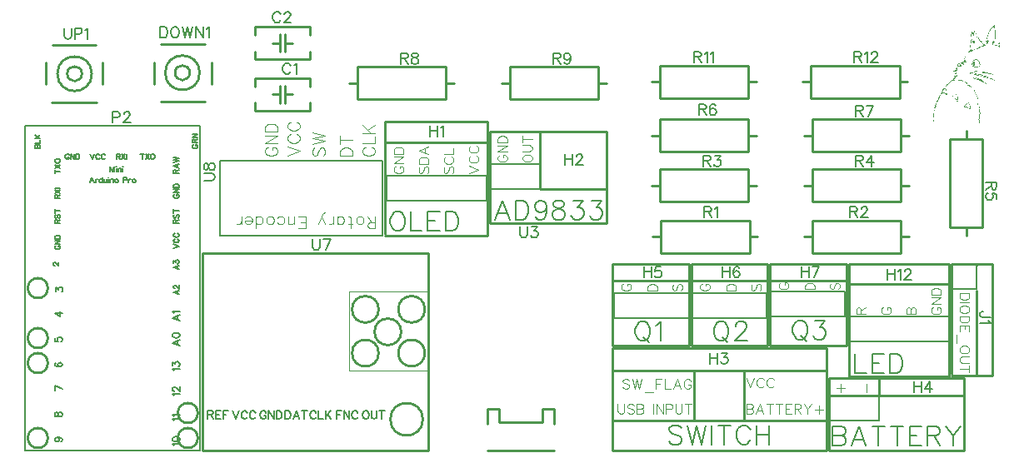
<source format=gto>
G04 Layer: TopSilkscreenLayer*
G04 EasyEDA v6.5.51, 2025-10-23 01:57:06*
G04 64fcacbd124c4bd19f57d9140681f8df,69758d36ea3442baaf275648ad48867e,10*
G04 Gerber Generator version 0.2*
G04 Scale: 100 percent, Rotated: No, Reflected: No *
G04 Dimensions in millimeters *
G04 leading zeros omitted , absolute positions ,4 integer and 5 decimal *
%FSLAX45Y45*%
%MOMM*%

%ADD10C,0.2032*%
%ADD11C,0.1030*%
%ADD12C,0.2030*%
%ADD13C,0.1524*%
%ADD14C,0.1016*%
%ADD15C,0.0126*%
%ADD16C,0.2540*%
%ADD17C,0.2030*%
%ADD18C,0.2032*%
%ADD19C,0.1000*%
%ADD20C,0.1270*%

%LPD*%
G36*
X10566247Y2647137D02*
G01*
X10563453Y2645054D01*
X10558373Y2639669D01*
X10551414Y2632811D01*
X10544454Y2625496D01*
X10540390Y2620010D01*
X10537748Y2617368D01*
X10536936Y2617368D01*
X10531703Y2611526D01*
X10527284Y2605989D01*
X10526471Y2605633D01*
X10523016Y2600248D01*
X10518851Y2592933D01*
X10517733Y2589225D01*
X10515244Y2582722D01*
X10514279Y2577134D01*
X10513110Y2575712D01*
X10512094Y2571800D01*
X10511282Y2571343D01*
X10510672Y2567482D01*
X10507472Y2560828D01*
X10506862Y2557576D01*
X10505694Y2556205D01*
X10505033Y2552496D01*
X10501985Y2547264D01*
X10501274Y2545029D01*
X10499547Y2541778D01*
X10499547Y2540711D01*
X10496550Y2534818D01*
X10495432Y2530602D01*
X10491978Y2520391D01*
X10490250Y2516022D01*
X10490250Y2513736D01*
X10488879Y2512618D01*
X10486542Y2507640D01*
X10486542Y2504236D01*
X10488232Y2501544D01*
X10493044Y2501544D01*
X10493044Y2504998D01*
X10494873Y2511958D01*
X10494873Y2515666D01*
X10497312Y2521712D01*
X10498531Y2523642D01*
X10499191Y2526690D01*
X10500461Y2529230D01*
X10500461Y2531364D01*
X10504220Y2540000D01*
X10504220Y2541879D01*
X10506049Y2543556D01*
X10506049Y2545537D01*
X10507421Y2547366D01*
X10508488Y2551074D01*
X10509656Y2552446D01*
X10513822Y2564739D01*
X10514990Y2566162D01*
X10516209Y2570632D01*
X10518241Y2575712D01*
X10519511Y2580182D01*
X10520172Y2581300D01*
X10521340Y2586888D01*
X10522813Y2590952D01*
X10530027Y2602839D01*
X10541355Y2614828D01*
X10546740Y2621280D01*
X10552328Y2626817D01*
X10554512Y2628188D01*
X10556290Y2631744D01*
X10560151Y2634792D01*
X10562183Y2637790D01*
X10566247Y2642514D01*
X10567619Y2642260D01*
X10570108Y2637586D01*
X10570311Y2625953D01*
X10572597Y2607818D01*
X10573512Y2603652D01*
X10575747Y2587802D01*
X10576915Y2575610D01*
X10575747Y2551531D01*
X10576966Y2545943D01*
X10577626Y2530144D01*
X10578642Y2515260D01*
X10579506Y2506218D01*
X10577779Y2498648D01*
X10574731Y2495499D01*
X10570006Y2493010D01*
X10566755Y2490927D01*
X10563809Y2490317D01*
X10562742Y2489047D01*
X10559897Y2488387D01*
X10551922Y2483408D01*
X10550956Y2483408D01*
X10547908Y2480564D01*
X10547908Y2477922D01*
X10551160Y2474671D01*
X10551160Y2474163D01*
X10548467Y2473248D01*
X10546892Y2470861D01*
X10548670Y2467813D01*
X10552125Y2467254D01*
X10552582Y2466797D01*
X10552023Y2465273D01*
X10550601Y2465273D01*
X10547908Y2462377D01*
X10547908Y2459685D01*
X10552785Y2456434D01*
X10554004Y2456434D01*
X10553547Y2455621D01*
X10550499Y2455011D01*
X10545114Y2449677D01*
X10524896Y2449677D01*
X10510012Y2450134D01*
X10509808Y2455265D01*
X10509351Y2456383D01*
X10505541Y2458313D01*
X10500055Y2458059D01*
X10498988Y2459126D01*
X10499598Y2460142D01*
X10501274Y2460142D01*
X10503966Y2461107D01*
X10505694Y2463495D01*
X10502595Y2466644D01*
X10500461Y2466644D01*
X10500461Y2467559D01*
X10502747Y2467559D01*
X10507218Y2469083D01*
X10508843Y2470505D01*
X10508843Y2473096D01*
X10506964Y2476347D01*
X10510012Y2478227D01*
X10512501Y2479243D01*
X10513568Y2481935D01*
X10512501Y2486609D01*
X10510469Y2487218D01*
X10503509Y2493670D01*
X10499293Y2496566D01*
X10498378Y2497582D01*
X10493044Y2501544D01*
X10488232Y2501544D01*
X10489438Y2499715D01*
X10493248Y2497124D01*
X10497769Y2493416D01*
X10506506Y2484577D01*
X10506506Y2483408D01*
X10500512Y2483408D01*
X10495127Y2485390D01*
X10488676Y2492248D01*
X10487507Y2492248D01*
X10486542Y2490419D01*
X10486542Y2487269D01*
X10484205Y2486202D01*
X10483697Y2484069D01*
X10485069Y2481427D01*
X10486931Y2479649D01*
X10491114Y2479649D01*
X10491673Y2480614D01*
X10492028Y2480614D01*
X10492638Y2479649D01*
X10486931Y2479649D01*
X10488794Y2477871D01*
X10498582Y2477871D01*
X10499140Y2478735D01*
X10500969Y2478735D01*
X10504830Y2476754D01*
X10503255Y2475890D01*
X10501426Y2476500D01*
X10501426Y2477262D01*
X10498582Y2477871D01*
X10488794Y2477871D01*
X10491774Y2475026D01*
X10493959Y2475026D01*
X10493959Y2474214D01*
X10490504Y2473553D01*
X10486999Y2471724D01*
X10486999Y2469540D01*
X10489844Y2467102D01*
X10491571Y2467102D01*
X10494416Y2465476D01*
X10494416Y2464714D01*
X10493451Y2462936D01*
X10491419Y2462885D01*
X10484612Y2459177D01*
X10482884Y2459177D01*
X10479532Y2456230D01*
X10479532Y2455062D01*
X10481716Y2452573D01*
X10491419Y2453944D01*
X10502341Y2453843D01*
X10503814Y2452319D01*
X10503204Y2450388D01*
X10501274Y2449322D01*
X10487660Y2447594D01*
X10483291Y2447594D01*
X10478820Y2446680D01*
X10469524Y2445766D01*
X10468660Y2446629D01*
X10470692Y2448560D01*
X10470692Y2453030D01*
X10469372Y2454148D01*
X10466273Y2454148D01*
X10459770Y2453538D01*
X10453979Y2461564D01*
X10453979Y2463342D01*
X10452150Y2465019D01*
X10451541Y2467559D01*
X10450220Y2468626D01*
X10450220Y2469794D01*
X10446766Y2474315D01*
X10444073Y2478887D01*
X10438384Y2484628D01*
X10433710Y2487269D01*
X10429189Y2490622D01*
X10424515Y2495143D01*
X10420858Y2501747D01*
X10417657Y2508300D01*
X10414965Y2512466D01*
X10414406Y2515057D01*
X10411053Y2519883D01*
X10405364Y2525369D01*
X10402570Y2526792D01*
X10399318Y2529230D01*
X10392308Y2533192D01*
X10389768Y2534056D01*
X10388752Y2536647D01*
X10389158Y2541778D01*
X10390784Y2545943D01*
X10390733Y2556408D01*
X10387888Y2561285D01*
X10386415Y2564587D01*
X10385602Y2565044D01*
X10383316Y2568448D01*
X10382707Y2570378D01*
X10381996Y2570378D01*
X10378287Y2576220D01*
X10375138Y2581757D01*
X10373918Y2583027D01*
X10373918Y2584399D01*
X10371480Y2589682D01*
X10369143Y2593187D01*
X10366959Y2593187D01*
X10364368Y2590139D01*
X10361980Y2585974D01*
X10359898Y2579471D01*
X10358424Y2576677D01*
X10358018Y2557576D01*
X10357561Y2557119D01*
X10351871Y2563977D01*
X10349331Y2569667D01*
X10349280Y2571140D01*
X10346944Y2575255D01*
X10345623Y2578201D01*
X10342778Y2580538D01*
X10340289Y2579878D01*
X10337698Y2575255D01*
X10337647Y2571445D01*
X10336276Y2570276D01*
X10335717Y2566873D01*
X10334345Y2564739D01*
X10333837Y2559913D01*
X10332466Y2557729D01*
X10331704Y2550160D01*
X10330129Y2545943D01*
X10330688Y2540965D01*
X10332059Y2538984D01*
X10332059Y2537104D01*
X10333532Y2534310D01*
X10335463Y2528722D01*
X10335615Y2515260D01*
X10337139Y2511755D01*
X10337596Y2505964D01*
X10335564Y2502255D01*
X10334498Y2501544D01*
X10330738Y2494330D01*
X10329164Y2487828D01*
X10328503Y2483612D01*
X10326420Y2475788D01*
X10327081Y2468727D01*
X10327379Y2468168D01*
X10331145Y2468168D01*
X10331145Y2472537D01*
X10331754Y2473147D01*
X10333837Y2473147D01*
X10335310Y2472588D01*
X10335310Y2470912D01*
X10333482Y2466594D01*
X10331145Y2468168D01*
X10327379Y2468168D01*
X10327894Y2467152D01*
X10328859Y2460091D01*
X10326827Y2455875D01*
X10324693Y2444089D01*
X10324642Y2440025D01*
X10323169Y2436977D01*
X10323436Y2430119D01*
X10328249Y2430119D01*
X10328249Y2434793D01*
X10329621Y2447798D01*
X10330637Y2450287D01*
X10331246Y2455926D01*
X10332516Y2456992D01*
X10333482Y2460548D01*
X10337952Y2465476D01*
X10340035Y2469845D01*
X10340949Y2474772D01*
X10341508Y2480614D01*
X10340238Y2486202D01*
X10337139Y2488590D01*
X10334650Y2489301D01*
X10334904Y2493873D01*
X10336733Y2496362D01*
X10336733Y2497124D01*
X10339070Y2499664D01*
X10341356Y2499664D01*
X10342321Y2501493D01*
X10342321Y2505303D01*
X10340340Y2509570D01*
X10341356Y2511704D01*
X10339882Y2514650D01*
X10339679Y2527808D01*
X10338562Y2532024D01*
X10334853Y2540152D01*
X10334904Y2548280D01*
X10336174Y2552547D01*
X10336834Y2558745D01*
X10338104Y2559761D01*
X10338714Y2564079D01*
X10339882Y2565958D01*
X10340543Y2569616D01*
X10342676Y2573680D01*
X10345115Y2571445D01*
X10345115Y2569210D01*
X10346537Y2567127D01*
X10347909Y2562606D01*
X10350398Y2560116D01*
X10351363Y2558389D01*
X10354310Y2554173D01*
X10354970Y2551988D01*
X10356342Y2550464D01*
X10355681Y2544165D01*
X10355376Y2537612D01*
X10353903Y2528265D01*
X10354360Y2526538D01*
X10352989Y2523896D01*
X10352989Y2513584D01*
X10355376Y2512517D01*
X10356951Y2514092D01*
X10357612Y2530144D01*
X10359034Y2535224D01*
X10359034Y2538323D01*
X10360355Y2541422D01*
X10360964Y2549702D01*
X10362336Y2554478D01*
X10362234Y2572461D01*
X10362946Y2575255D01*
X10364622Y2578049D01*
X10364622Y2580690D01*
X10365943Y2583180D01*
X10366959Y2585720D01*
X10369042Y2584958D01*
X10369651Y2582722D01*
X10373055Y2577592D01*
X10375544Y2572461D01*
X10376204Y2572004D01*
X10379049Y2567838D01*
X10379049Y2567076D01*
X10381132Y2564079D01*
X10381843Y2563571D01*
X10384078Y2558034D01*
X10384688Y2555087D01*
X10386009Y2554020D01*
X10386618Y2550718D01*
X10385450Y2539441D01*
X10384586Y2538323D01*
X10385145Y2535580D01*
X10384180Y2534970D01*
X10384180Y2532888D01*
X10386263Y2530957D01*
X10395407Y2526538D01*
X10395915Y2525268D01*
X10396982Y2525217D01*
X10399318Y2522778D01*
X10403027Y2521102D01*
X10408412Y2515666D01*
X10411968Y2508605D01*
X10412577Y2505303D01*
X10413949Y2502712D01*
X10413949Y2500782D01*
X10417657Y2496667D01*
X10417657Y2495905D01*
X10420248Y2492451D01*
X10426293Y2486304D01*
X10433710Y2482240D01*
X10440009Y2475890D01*
X10440009Y2475230D01*
X10443718Y2471572D01*
X10443718Y2470353D01*
X10445597Y2468778D01*
X10445597Y2466949D01*
X10449204Y2461310D01*
X10449864Y2458974D01*
X10451033Y2457551D01*
X10453268Y2453386D01*
X10456062Y2450490D01*
X10458094Y2449423D01*
X10460685Y2449474D01*
X10463022Y2450795D01*
X10464596Y2450846D01*
X10466070Y2449372D01*
X10466070Y2448255D01*
X10460482Y2442413D01*
X10460482Y2441194D01*
X10458145Y2440127D01*
X10458145Y2439314D01*
X10455402Y2438196D01*
X10454894Y2436876D01*
X10450423Y2436876D01*
X10448493Y2435504D01*
X10441127Y2434590D01*
X10433253Y2431643D01*
X10427665Y2431034D01*
X10425328Y2429560D01*
X10422331Y2429002D01*
X10418775Y2426766D01*
X10416997Y2426411D01*
X10416082Y2423820D01*
X10419130Y2421077D01*
X10418622Y2420264D01*
X10411358Y2419705D01*
X10408056Y2418334D01*
X10406176Y2418791D01*
X10399776Y2415895D01*
X10397286Y2414524D01*
X10395000Y2414524D01*
X10392613Y2412695D01*
X10391292Y2412695D01*
X10389057Y2410968D01*
X10385348Y2409037D01*
X10379252Y2407107D01*
X10377068Y2407107D01*
X10367213Y2402433D01*
X10360456Y2398217D01*
X10357408Y2397201D01*
X10356037Y2396032D01*
X10350296Y2393137D01*
X10347858Y2394051D01*
X10345928Y2394051D01*
X10342676Y2396947D01*
X10334853Y2406345D01*
X10334853Y2408021D01*
X10333024Y2408986D01*
X10333024Y2411069D01*
X10331297Y2413863D01*
X10330586Y2418384D01*
X10329316Y2421280D01*
X10328249Y2430119D01*
X10323436Y2430119D01*
X10323525Y2427325D01*
X10324744Y2421737D01*
X10326116Y2417572D01*
X10326928Y2412187D01*
X10328300Y2410104D01*
X10328960Y2406446D01*
X10331043Y2401773D01*
X10333532Y2398115D01*
X10329316Y2394051D01*
X10327995Y2394051D01*
X10325658Y2392222D01*
X10324490Y2392222D01*
X10322814Y2393696D01*
X10320680Y2393137D01*
X10315702Y2388260D01*
X10306812Y2378710D01*
X10305694Y2376627D01*
X10302798Y2373579D01*
X10302240Y2371801D01*
X10300614Y2371293D01*
X10296042Y2364994D01*
X10293451Y2361946D01*
X10293451Y2360980D01*
X10289743Y2356561D01*
X10289743Y2355291D01*
X10288168Y2353614D01*
X10283494Y2346299D01*
X10278364Y2339441D01*
X10276027Y2335225D01*
X10272522Y2330704D01*
X10272522Y2329535D01*
X10271252Y2328468D01*
X10270642Y2325928D01*
X10266934Y2317902D01*
X10266934Y2316378D01*
X10265105Y2312924D01*
X10265105Y2311857D01*
X10263225Y2307793D01*
X10263225Y2303322D01*
X10261854Y2301189D01*
X10261295Y2296617D01*
X10259923Y2292197D01*
X10258929Y2284679D01*
X10267391Y2284679D01*
X10268000Y2286152D01*
X10268813Y2286152D01*
X10268813Y2283815D01*
X10267950Y2283815D01*
X10267391Y2284679D01*
X10258929Y2284679D01*
X10258602Y2282190D01*
X10258030Y2279802D01*
X10267899Y2279802D01*
X10268508Y2279192D01*
X10267899Y2278532D01*
X10267899Y2279802D01*
X10258030Y2279802D01*
X10257434Y2277516D01*
X10255554Y2275179D01*
X10252202Y2273147D01*
X10247122Y2273147D01*
X10241584Y2271166D01*
X10235996Y2270658D01*
X10234168Y2269490D01*
X10230916Y2268829D01*
X10217302Y2262428D01*
X10209631Y2256383D01*
X10205212Y2256383D01*
X10202976Y2254656D01*
X10200640Y2254046D01*
X10195915Y2248255D01*
X10194785Y2246020D01*
X10200995Y2246020D01*
X10202976Y2249271D01*
X10205821Y2251659D01*
X10208107Y2252065D01*
X10210901Y2252167D01*
X10214152Y2251303D01*
X10219740Y2249424D01*
X10226802Y2246071D01*
X10231374Y2241143D01*
X10233456Y2237689D01*
X10233456Y2232609D01*
X10229189Y2230780D01*
X10227462Y2230780D01*
X10226497Y2232609D01*
X10226497Y2234539D01*
X10224719Y2237994D01*
X10221925Y2239619D01*
X10215270Y2239619D01*
X10208615Y2236774D01*
X10206685Y2237282D01*
X10204399Y2242464D01*
X10200995Y2246020D01*
X10194785Y2246020D01*
X10194391Y2245258D01*
X10194391Y2244039D01*
X10192867Y2241245D01*
X10192766Y2232355D01*
X10193934Y2230882D01*
X10194493Y2224735D01*
X10193426Y2224735D01*
X10192308Y2222195D01*
X10190683Y2219960D01*
X10190683Y2218283D01*
X10188905Y2215235D01*
X10188346Y2208784D01*
X10188092Y2208530D01*
X10179253Y2211679D01*
X10174122Y2211730D01*
X10169601Y2213102D01*
X10165181Y2213102D01*
X10164013Y2211679D01*
X10164978Y2209495D01*
X10167620Y2208885D01*
X10171836Y2207006D01*
X10173208Y2206142D01*
X10179151Y2203348D01*
X10181132Y2203348D01*
X10182758Y2201468D01*
X10184434Y2201468D01*
X10188346Y2197506D01*
X10188295Y2196592D01*
X10183672Y2194712D01*
X10182504Y2194407D01*
X10181132Y2193239D01*
X10176306Y2192680D01*
X10171379Y2189937D01*
X10167620Y2188819D01*
X10166604Y2187956D01*
X10162032Y2186686D01*
X10158780Y2185517D01*
X10151791Y2182164D01*
X10160660Y2182164D01*
X10165283Y2183892D01*
X10169956Y2185212D01*
X10173665Y2186990D01*
X10177424Y2188413D01*
X10181336Y2189429D01*
X10181894Y2190343D01*
X10184384Y2190343D01*
X10185755Y2191258D01*
X10186924Y2191258D01*
X10186822Y2186228D01*
X10184130Y2184247D01*
X10173208Y2183282D01*
X10168991Y2181910D01*
X10160660Y2182164D01*
X10151791Y2182164D01*
X10149941Y2181250D01*
X10146233Y2178761D01*
X10142423Y2175205D01*
X10141915Y2173122D01*
X10143693Y2171852D01*
X10145979Y2172309D01*
X10147046Y2173579D01*
X10150551Y2173579D01*
X10152735Y2175256D01*
X10160203Y2177288D01*
X10169042Y2177897D01*
X10172242Y2179167D01*
X10178796Y2179624D01*
X10181336Y2180183D01*
X10183215Y2179574D01*
X10183215Y2176780D01*
X10181894Y2173681D01*
X10181234Y2167280D01*
X10180421Y2165705D01*
X10176459Y2163927D01*
X10170769Y2158644D01*
X10169550Y2155748D01*
X10171785Y2153970D01*
X10174630Y2154377D01*
X10181031Y2156155D01*
X10183266Y2148433D01*
X10183723Y2146249D01*
X10185958Y2140762D01*
X10188803Y2137359D01*
X10188803Y2136089D01*
X10190276Y2134006D01*
X10189667Y2132228D01*
X10186263Y2131110D01*
X10184942Y2130094D01*
X10162997Y2129790D01*
X10160863Y2128418D01*
X10160863Y2126742D01*
X10162590Y2125218D01*
X10163759Y2125218D01*
X10166146Y2123338D01*
X10170261Y2123338D01*
X10169906Y2122170D01*
X10164826Y2118664D01*
X10163810Y2118664D01*
X10162133Y2116836D01*
X10161016Y2116836D01*
X10159898Y2115464D01*
X10160965Y2113534D01*
X10160406Y2111857D01*
X10156444Y2109012D01*
X10152989Y2105812D01*
X10152989Y2104034D01*
X10153599Y2101850D01*
X10156291Y2100681D01*
X10151567Y2097074D01*
X10151567Y2096363D01*
X10150144Y2096363D01*
X10149636Y2094941D01*
X10142728Y2091283D01*
X10139273Y2090318D01*
X10137597Y2087422D01*
X10138664Y2086152D01*
X10138206Y2084933D01*
X10134600Y2083104D01*
X10133025Y2081834D01*
X10122052Y2075434D01*
X10108641Y2063089D01*
X10102748Y2055977D01*
X10097516Y2051710D01*
X10096855Y2051710D01*
X10094671Y2049830D01*
X10093045Y2049830D01*
X10091826Y2048662D01*
X10088067Y2046325D01*
X10085324Y2045411D01*
X10084409Y2042769D01*
X10086289Y2041194D01*
X10086797Y2039315D01*
X10080650Y2032863D01*
X10068102Y2022144D01*
X10062514Y2016506D01*
X10057231Y2010511D01*
X10053370Y2005634D01*
X10052710Y2003907D01*
X10045039Y1995068D01*
X10045039Y1993646D01*
X10046766Y1991512D01*
X10050678Y1993087D01*
X10052964Y1993087D01*
X10052913Y1992375D01*
X10043871Y1985264D01*
X10038791Y1979472D01*
X10034676Y1975408D01*
X10034066Y1975408D01*
X10030612Y1970786D01*
X10029088Y1967585D01*
X10029698Y1966112D01*
X10032898Y1964588D01*
X10038740Y1964486D01*
X10039502Y1966671D01*
X10041788Y1968500D01*
X10044277Y1973529D01*
X10042601Y1975408D01*
X10040924Y1975408D01*
X10040467Y1976170D01*
X10049002Y1984603D01*
X10052050Y1986127D01*
X10052050Y1986940D01*
X10054742Y1987905D01*
X10061600Y1994255D01*
X10066934Y1997760D01*
X10066934Y1998573D01*
X10069474Y1999183D01*
X10070896Y2000453D01*
X10072725Y2000910D01*
X10075519Y2000961D01*
X10076637Y2000300D01*
X10077297Y1997506D01*
X10078923Y1994712D01*
X10079532Y1988210D01*
X10080802Y1983993D01*
X10083139Y1967738D01*
X10084257Y1958441D01*
X10084663Y1947976D01*
X10084104Y1947976D01*
X10080650Y1950212D01*
X10078262Y1952853D01*
X10069017Y1961591D01*
X10062667Y1965706D01*
X10059517Y1966214D01*
X10056012Y1964385D01*
X10053269Y1963724D01*
X10050983Y1961896D01*
X10048290Y1961896D01*
X10044633Y1959254D01*
X10041788Y1958086D01*
X10041788Y1957273D01*
X10039096Y1957273D01*
X10038740Y1964486D01*
X10032857Y1964486D01*
X10032339Y1963115D01*
X10027361Y1958086D01*
X10027361Y1956511D01*
X10028377Y1955546D01*
X10028007Y1954936D01*
X10036200Y1954936D01*
X10036200Y1955800D01*
X10037368Y1956206D01*
X10038080Y1955800D01*
X10037572Y1954936D01*
X10028007Y1954936D01*
X10024211Y1949145D01*
X10020757Y1945386D01*
X10018369Y1941677D01*
X10016337Y1937918D01*
X10015626Y1935632D01*
X10012578Y1930400D01*
X10011918Y1928215D01*
X10010190Y1925980D01*
X10010190Y1924253D01*
X10008311Y1920748D01*
X10008311Y1919732D01*
X10005466Y1914093D01*
X10004044Y1912924D01*
X10002113Y1909114D01*
X9998913Y1905507D01*
X9999472Y1899361D01*
X9998100Y1897024D01*
X9995001Y1890522D01*
X9992258Y1886610D01*
X9989464Y1881835D01*
X9985959Y1877060D01*
X9985959Y1873250D01*
X9982606Y1869592D01*
X9982149Y1866341D01*
X9980980Y1864918D01*
X9980269Y1861667D01*
X9979558Y1860753D01*
X9978390Y1856282D01*
X9976662Y1852879D01*
X9976662Y1851101D01*
X9972903Y1843532D01*
X9971532Y1842007D01*
X9971024Y1837029D01*
X9969347Y1832813D01*
X9968687Y1828952D01*
X9967366Y1827834D01*
X9967366Y1824939D01*
X9966045Y1822348D01*
X9965385Y1818182D01*
X9963658Y1816150D01*
X9963658Y1814372D01*
X9959797Y1809750D01*
X9960305Y1805584D01*
X9961880Y1803806D01*
X9964572Y1803196D01*
X9964572Y1802739D01*
X9962235Y1798116D01*
X9962235Y1797202D01*
X9958070Y1788515D01*
X9958070Y1781860D01*
X9955987Y1777492D01*
X9956190Y1769160D01*
X9954818Y1767636D01*
X9954209Y1759305D01*
X9952990Y1756918D01*
X9952380Y1747215D01*
X9951110Y1742592D01*
X9949078Y1731416D01*
X9948418Y1709064D01*
X9946944Y1702104D01*
X9946894Y1698548D01*
X9945065Y1696161D01*
X9945065Y1692300D01*
X9946894Y1690725D01*
X9946335Y1682546D01*
X9946386Y1679905D01*
X9947503Y1678635D01*
X9948621Y1678635D01*
X9950500Y1676501D01*
X9951161Y1672336D01*
X9952329Y1670456D01*
X9953040Y1666748D01*
X9954209Y1664868D01*
X9954869Y1661922D01*
X9956038Y1660956D01*
X9958070Y1661515D01*
X9958679Y1663852D01*
X9957562Y1665681D01*
X9955276Y1672336D01*
X9955276Y1675130D01*
X9953396Y1678635D01*
X9953396Y1683512D01*
X9950145Y1689455D01*
X9951110Y1690624D01*
X9951008Y1695602D01*
X9951516Y1709267D01*
X9952837Y1711858D01*
X9953447Y1719325D01*
X9956292Y1728165D01*
X9957257Y1731873D01*
X9958578Y1734667D01*
X9959340Y1739747D01*
X9958578Y1741779D01*
X9957562Y1742439D01*
X9955885Y1740966D01*
X9955225Y1740966D01*
X9955733Y1749806D01*
X9957155Y1752549D01*
X9957155Y1757476D01*
X9958171Y1761185D01*
X9958933Y1769364D01*
X9960864Y1774901D01*
X9960864Y1779574D01*
X9962286Y1781759D01*
X9963251Y1789836D01*
X9964572Y1792376D01*
X9964572Y1793849D01*
X9966452Y1796237D01*
X9966452Y1797151D01*
X9969500Y1803044D01*
X9971430Y1809089D01*
X9972090Y1811883D01*
X9974326Y1814474D01*
X9975291Y1814474D01*
X9976408Y1816303D01*
X9977526Y1816303D01*
X9982047Y1820773D01*
X9985197Y1823212D01*
X9983622Y1825599D01*
X9981539Y1825599D01*
X9978288Y1823008D01*
X9973462Y1819808D01*
X9972446Y1817878D01*
X9970516Y1816709D01*
X9969906Y1817319D01*
X9970058Y1821180D01*
X9971989Y1825396D01*
X9972040Y1828647D01*
X9973868Y1832356D01*
X9973919Y1833778D01*
X9976459Y1837588D01*
X9978847Y1840738D01*
X9979812Y1843633D01*
X9979355Y1847951D01*
X9980879Y1850288D01*
X9981742Y1854250D01*
X9983470Y1858924D01*
X9987178Y1863089D01*
X9990632Y1866087D01*
X9990632Y1872030D01*
X9993833Y1874824D01*
X9995204Y1877466D01*
X9999929Y1882597D01*
X9999929Y1886051D01*
X9999014Y1886610D01*
X9999014Y1887880D01*
X10003993Y1897786D01*
X10011105Y1906117D01*
X10011105Y1907387D01*
X10012476Y1907946D01*
X10014102Y1911299D01*
X10010394Y1913889D01*
X10013086Y1921662D01*
X10014305Y1923084D01*
X10014915Y1925878D01*
X10015982Y1926793D01*
X10021824Y1938629D01*
X10026040Y1944776D01*
X10028986Y1947621D01*
X10036454Y1950872D01*
X10043363Y1954479D01*
X10044531Y1954479D01*
X10048697Y1957679D01*
X10052253Y1958644D01*
X10057739Y1961438D01*
X10062768Y1961438D01*
X10064343Y1959610D01*
X10065512Y1959610D01*
X10069423Y1956104D01*
X10078313Y1947113D01*
X10082479Y1942185D01*
X10085019Y1938172D01*
X10086746Y1938172D01*
X10088727Y1940306D01*
X10088930Y1949145D01*
X10088372Y1958136D01*
X10087508Y1959813D01*
X10086949Y1970074D01*
X10085628Y1974697D01*
X10084968Y1981606D01*
X10083749Y1984959D01*
X10083190Y1992782D01*
X10082326Y1993798D01*
X10081209Y1998421D01*
X10079939Y2000504D01*
X10079939Y2001570D01*
X10078466Y2004669D01*
X10076434Y2005330D01*
X10072725Y2005075D01*
X10069830Y2003298D01*
X10068407Y2003298D01*
X10067391Y2002028D01*
X10063073Y2000402D01*
X10059771Y2001570D01*
X10055758Y2001469D01*
X10055758Y2002282D01*
X10057130Y2002840D01*
X10057130Y2004110D01*
X10059009Y2005787D01*
X10062464Y2010968D01*
X10074402Y2022856D01*
X10075316Y2022856D01*
X10079228Y2026412D01*
X10081209Y2027732D01*
X10086543Y2032406D01*
X10091826Y2037740D01*
X10097312Y2041906D01*
X10098024Y2041906D01*
X10101783Y2044446D01*
X10101783Y2047341D01*
X10100818Y2048306D01*
X10102291Y2049475D01*
X10102291Y2050745D01*
X10103358Y2050745D01*
X10108387Y2055672D01*
X10109962Y2057958D01*
X10115905Y2063546D01*
X10123576Y2071217D01*
X10124998Y2071217D01*
X10129469Y2074773D01*
X10132720Y2076754D01*
X10137140Y2077364D01*
X10138206Y2078685D01*
X10139273Y2078685D01*
X10142728Y2080564D01*
X10146792Y2080564D01*
X10149027Y2082241D01*
X10153497Y2082749D01*
X10155072Y2084171D01*
X10163810Y2084222D01*
X10165029Y2085238D01*
X10165588Y2087829D01*
X10169042Y2089607D01*
X10193680Y2089708D01*
X10201910Y2089962D01*
X10204602Y2086660D01*
X10213695Y2086102D01*
X10220198Y2084171D01*
X10223246Y2082698D01*
X10234930Y2082749D01*
X10235895Y2080615D01*
X10238435Y2079548D01*
X10249966Y2076450D01*
X10253421Y2074976D01*
X10257180Y2074976D01*
X10260685Y2073656D01*
X10265308Y2073046D01*
X10267289Y2071776D01*
X10273233Y2069287D01*
X10281920Y2065020D01*
X10280802Y2060041D01*
X10288930Y2052878D01*
X10291622Y2050084D01*
X10291622Y2047544D01*
X10295585Y2041702D01*
X10305084Y2032152D01*
X10305694Y2032152D01*
X10309758Y2030120D01*
X10310266Y2028443D01*
X10312450Y2027885D01*
X10314279Y2028443D01*
X10314787Y2030323D01*
X10316616Y2030323D01*
X10324185Y2022856D01*
X10326014Y2021890D01*
X10328402Y2022500D01*
X10330180Y2020925D01*
X10330738Y2018284D01*
X10332059Y2017166D01*
X10332059Y2015236D01*
X10334193Y2012188D01*
X10334853Y2012137D01*
X10336885Y2009851D01*
X10338054Y2009851D01*
X10340238Y2007107D01*
X10346283Y2002129D01*
X10351770Y1997049D01*
X10361320Y1986788D01*
X10360812Y1983333D01*
X10365536Y1978863D01*
X10366197Y1975662D01*
X10369499Y1972259D01*
X10374528Y1964029D01*
X10377271Y1950974D01*
X10378440Y1949145D01*
X10379100Y1945741D01*
X10380472Y1944573D01*
X10380472Y1943557D01*
X10384739Y1938934D01*
X10387025Y1933752D01*
X10385958Y1930400D01*
X10387634Y1926793D01*
X10393476Y1919071D01*
X10393476Y1917852D01*
X10400893Y1911045D01*
X10400893Y1897938D01*
X10402417Y1892858D01*
X10402925Y1879803D01*
X10402824Y1858518D01*
X10401046Y1856536D01*
X10400436Y1846325D01*
X10401249Y1840839D01*
X10409580Y1832762D01*
X10410799Y1828647D01*
X10412069Y1826818D01*
X10412069Y1824786D01*
X10410698Y1823669D01*
X10410698Y1821484D01*
X10413390Y1819351D01*
X10415828Y1814118D01*
X10415828Y1812340D01*
X10413949Y1810766D01*
X10413949Y1808124D01*
X10416032Y1806143D01*
X10417200Y1804720D01*
X10419537Y1799640D01*
X10419537Y1798320D01*
X10417657Y1795932D01*
X10417657Y1793341D01*
X10419486Y1789582D01*
X10421416Y1784451D01*
X10421416Y1783283D01*
X10416692Y1783283D01*
X10416184Y1781860D01*
X10419994Y1773123D01*
X10419994Y1771192D01*
X10417149Y1769719D01*
X10417810Y1766773D01*
X10421315Y1759813D01*
X10421416Y1756308D01*
X10419537Y1754428D01*
X10419537Y1744014D01*
X10417149Y1741525D01*
X10418165Y1732889D01*
X10415879Y1730502D01*
X10415930Y1719325D01*
X10413949Y1715617D01*
X10413949Y1714347D01*
X10412069Y1711960D01*
X10412120Y1710029D01*
X10412831Y1708912D01*
X10415473Y1707896D01*
X10413644Y1701292D01*
X10412069Y1700428D01*
X10410240Y1696821D01*
X10410240Y1694535D01*
X10408818Y1693367D01*
X10408818Y1690674D01*
X10410901Y1687880D01*
X10412476Y1682546D01*
X10414101Y1677924D01*
X10415828Y1674469D01*
X10414406Y1671675D01*
X10414406Y1668678D01*
X10412628Y1666748D01*
X10412425Y1665376D01*
X10412577Y1663852D01*
X10415879Y1660702D01*
X10415270Y1654860D01*
X10415879Y1651254D01*
X10417200Y1650746D01*
X10418368Y1651203D01*
X10420146Y1654200D01*
X10420807Y1671878D01*
X10420146Y1679549D01*
X10418572Y1681276D01*
X10417759Y1687677D01*
X10416743Y1690319D01*
X10416743Y1693468D01*
X10418724Y1695297D01*
X10422432Y1702409D01*
X10421772Y1711858D01*
X10418724Y1714754D01*
X10420451Y1719783D01*
X10420451Y1723186D01*
X10421874Y1723745D01*
X10423601Y1727758D01*
X10424566Y1738375D01*
X10424058Y1746961D01*
X10426954Y1750263D01*
X10427512Y1752549D01*
X10425938Y1767992D01*
X10427614Y1771751D01*
X10426496Y1775917D01*
X10425582Y1789226D01*
X10424515Y1791868D01*
X10423906Y1801368D01*
X10422432Y1803044D01*
X10421772Y1809038D01*
X10420604Y1811883D01*
X10419994Y1818893D01*
X10417962Y1824786D01*
X10419130Y1826615D01*
X10418572Y1829206D01*
X10415981Y1832152D01*
X10415117Y1832152D01*
X10409834Y1837588D01*
X10409072Y1837943D01*
X10405567Y1842211D01*
X10405567Y1850085D01*
X10407497Y1855520D01*
X10406837Y1864106D01*
X10408513Y1869439D01*
X10407345Y1874012D01*
X10407954Y1878431D01*
X10406938Y1882952D01*
X10408818Y1886610D01*
X10407548Y1888642D01*
X10406938Y1893671D01*
X10405414Y1897024D01*
X10405567Y1912467D01*
X10396423Y1922119D01*
X10393934Y1925929D01*
X10393934Y1926894D01*
X10392613Y1928012D01*
X10392664Y1933752D01*
X10391597Y1936089D01*
X10388955Y1940306D01*
X10388295Y1943252D01*
X10386974Y1944370D01*
X10386974Y1946148D01*
X10381488Y1951482D01*
X10381132Y1961388D01*
X10379506Y1963166D01*
X10379506Y1964131D01*
X10373868Y1975154D01*
X10372496Y1976729D01*
X10370312Y1977237D01*
X10369702Y1981454D01*
X10370312Y1983333D01*
X10368330Y1986534D01*
X10363047Y1991309D01*
X10361168Y1992223D01*
X10358831Y1995982D01*
X10353700Y2000148D01*
X10352938Y2001469D01*
X10352227Y2001469D01*
X10341254Y2011984D01*
X10336885Y2016556D01*
X10335666Y2020316D01*
X10332618Y2024481D01*
X10329265Y2027682D01*
X10329265Y2028748D01*
X10326725Y2031136D01*
X10323728Y2032609D01*
X10322407Y2032609D01*
X10319969Y2036775D01*
X10314889Y2038248D01*
X10313619Y2040026D01*
X10310672Y2040280D01*
X10309301Y2038350D01*
X10306964Y2038756D01*
X10306964Y2040128D01*
X10304678Y2042414D01*
X10301376Y2042414D01*
X10299649Y2044090D01*
X10298125Y2044700D01*
X10298125Y2046224D01*
X10300462Y2048052D01*
X10299852Y2050084D01*
X10298430Y2051710D01*
X10296753Y2051710D01*
X10293248Y2054098D01*
X10287762Y2059635D01*
X10291775Y2063140D01*
X10289997Y2066137D01*
X10286492Y2067102D01*
X10286492Y2067915D01*
X10281412Y2070303D01*
X10279278Y2070303D01*
X10276484Y2072182D01*
X10274909Y2072182D01*
X10267848Y2075891D01*
X10264952Y2075891D01*
X10263174Y2077466D01*
X10254640Y2078024D01*
X10249509Y2080768D01*
X10249052Y2084476D01*
X10244378Y2085492D01*
X10242143Y2086711D01*
X10234168Y2087118D01*
X10231628Y2088896D01*
X10228783Y2088896D01*
X10225430Y2087524D01*
X10222179Y2087524D01*
X10215168Y2089404D01*
X10216743Y2091131D01*
X10212832Y2094230D01*
X10199725Y2094382D01*
X10194594Y2093010D01*
X10182961Y2093569D01*
X10176002Y2094128D01*
X10166350Y2092147D01*
X10163708Y2090775D01*
X10156748Y2090775D01*
X10155326Y2089302D01*
X10155326Y2088489D01*
X10153345Y2087422D01*
X10151110Y2089556D01*
X10151110Y2091182D01*
X10154005Y2093569D01*
X10154920Y2093569D01*
X10166858Y2103882D01*
X10167264Y2106168D01*
X10165537Y2108352D01*
X10165537Y2110333D01*
X10167162Y2110333D01*
X10170414Y2112060D01*
X10173665Y2112721D01*
X10176256Y2115159D01*
X10176256Y2116277D01*
X10174630Y2119071D01*
X10177373Y2121255D01*
X10182047Y2124049D01*
X10182402Y2125878D01*
X10183317Y2127046D01*
X10187076Y2127046D01*
X10192156Y2129637D01*
X10193375Y2132025D01*
X10194848Y2133244D01*
X10194848Y2135327D01*
X10193477Y2136495D01*
X10193477Y2137613D01*
X10190327Y2141728D01*
X10189718Y2143709D01*
X10187990Y2145690D01*
X10187381Y2149449D01*
X10186111Y2151481D01*
X10185603Y2157984D01*
X10184434Y2162352D01*
X10185654Y2166366D01*
X10186111Y2174290D01*
X10187432Y2176373D01*
X10187990Y2180793D01*
X10189210Y2182164D01*
X10189819Y2184654D01*
X10191597Y2186279D01*
X10191597Y2189175D01*
X10192969Y2191207D01*
X10193528Y2199386D01*
X10192512Y2210104D01*
X10193375Y2215692D01*
X10195306Y2219350D01*
X10195306Y2220366D01*
X10197693Y2223566D01*
X10203434Y2225243D01*
X10216489Y2226157D01*
X10219537Y2227173D01*
X10228580Y2226919D01*
X10234625Y2228037D01*
X10237673Y2229612D01*
X10238181Y2231237D01*
X10240111Y2232304D01*
X10239552Y2236774D01*
X10237520Y2240788D01*
X10232948Y2246579D01*
X10229291Y2249474D01*
X10223144Y2252675D01*
X10221620Y2252726D01*
X10216946Y2255316D01*
X10216692Y2257094D01*
X10222636Y2261057D01*
X10229189Y2261260D01*
X10230916Y2259685D01*
X10233456Y2259076D01*
X10234015Y2256891D01*
X10235234Y2255875D01*
X10242397Y2255062D01*
X10243820Y2253030D01*
X10248188Y2253640D01*
X10249357Y2252218D01*
X10252659Y2251608D01*
X10254132Y2248966D01*
X10256266Y2248052D01*
X10256266Y2245461D01*
X10257028Y2244293D01*
X10265714Y2241448D01*
X10267645Y2241753D01*
X10267340Y2246376D01*
X10265968Y2248458D01*
X10265105Y2253284D01*
X10260228Y2257755D01*
X10258704Y2258263D01*
X10258145Y2260346D01*
X10258094Y2262835D01*
X10252049Y2265832D01*
X10252100Y2266391D01*
X10253675Y2268270D01*
X10257383Y2271014D01*
X10259263Y2271979D01*
X10260685Y2275687D01*
X10262870Y2279243D01*
X10265308Y2278938D01*
X10266172Y2277008D01*
X10268813Y2275992D01*
X10268813Y2273706D01*
X10269982Y2272741D01*
X10276941Y2272080D01*
X10278567Y2270658D01*
X10281361Y2271268D01*
X10285222Y2269845D01*
X10283647Y2268118D01*
X10284460Y2267610D01*
X10288778Y2267762D01*
X10290708Y2265730D01*
X10292080Y2266238D01*
X10292029Y2268220D01*
X10290708Y2269998D01*
X10288371Y2268474D01*
X10286898Y2268474D01*
X10285679Y2269693D01*
X10286949Y2271420D01*
X10286949Y2273960D01*
X10284053Y2274519D01*
X10281462Y2274519D01*
X10280345Y2273147D01*
X10278567Y2273147D01*
X10278567Y2273960D01*
X10281615Y2276957D01*
X10279278Y2278481D01*
X10277195Y2280513D01*
X10277195Y2284069D01*
X10275773Y2286711D01*
X10275773Y2289911D01*
X10274249Y2295448D01*
X10272166Y2295448D01*
X10271201Y2294280D01*
X10270591Y2291791D01*
X10268458Y2290368D01*
X10265054Y2291334D01*
X10264140Y2293670D01*
X10264140Y2296160D01*
X10265613Y2298954D01*
X10266883Y2305456D01*
X10268204Y2310638D01*
X10269220Y2312416D01*
X10271150Y2316988D01*
X10271150Y2318461D01*
X10277246Y2330602D01*
X10278465Y2331974D01*
X10279075Y2333955D01*
X10280904Y2335580D01*
X10280904Y2336393D01*
X10288676Y2346401D01*
X10290505Y2349754D01*
X10293807Y2352903D01*
X10297820Y2358948D01*
X10301376Y2363470D01*
X10301376Y2364689D01*
X10306964Y2370480D01*
X10306964Y2371445D01*
X10307828Y2370582D01*
X10308132Y2367330D01*
X10310114Y2367026D01*
X10312146Y2369616D01*
X10312654Y2372156D01*
X10314381Y2373731D01*
X10314381Y2374493D01*
X10320578Y2382926D01*
X10321950Y2382926D01*
X10322407Y2381046D01*
X10324846Y2380437D01*
X10328605Y2385009D01*
X10337342Y2393137D01*
X10339425Y2393137D01*
X10340644Y2391664D01*
X10345115Y2389428D01*
X10345115Y2388717D01*
X10340898Y2384348D01*
X10340898Y2382570D01*
X10342778Y2380945D01*
X10358323Y2393137D01*
X10362895Y2393137D01*
X10368483Y2396845D01*
X10369600Y2396845D01*
X10371277Y2398725D01*
X10372445Y2398725D01*
X10374630Y2400452D01*
X10378694Y2401062D01*
X10380065Y2402433D01*
X10383723Y2402433D01*
X10385552Y2404313D01*
X10389514Y2404922D01*
X10391190Y2405735D01*
X10398455Y2406599D01*
X10402773Y2409190D01*
X10402773Y2411069D01*
X10405516Y2413609D01*
X10408361Y2413609D01*
X10408361Y2410866D01*
X10410088Y2409952D01*
X10414660Y2412339D01*
X10415371Y2413609D01*
X10416336Y2413609D01*
X10418724Y2415489D01*
X10420350Y2415489D01*
X10424871Y2419096D01*
X10427208Y2419807D01*
X10429036Y2421077D01*
X10431881Y2421077D01*
X10432796Y2421737D01*
X10434980Y2424226D01*
X10432897Y2427020D01*
X10433456Y2428494D01*
X10436047Y2428494D01*
X10438892Y2430272D01*
X10443972Y2430932D01*
X10450931Y2432710D01*
X10465155Y2432710D01*
X10467594Y2435148D01*
X10465460Y2436876D01*
X10462361Y2436876D01*
X10461904Y2437638D01*
X10463936Y2440127D01*
X10472775Y2441448D01*
X10479328Y2442108D01*
X10480903Y2442921D01*
X10494213Y2444038D01*
X10503509Y2444191D01*
X10507624Y2445308D01*
X10556341Y2445258D01*
X10560253Y2444394D01*
X10578388Y2443327D01*
X10585348Y2441956D01*
X10592816Y2441448D01*
X10596524Y2440228D01*
X10601248Y2439670D01*
X10606379Y2436977D01*
X10610240Y2434539D01*
X10614812Y2432761D01*
X10620502Y2432100D01*
X10622838Y2430272D01*
X10622280Y2429408D01*
X10618266Y2429408D01*
X10617352Y2428290D01*
X10616895Y2426309D01*
X10617758Y2424785D01*
X10619130Y2424785D01*
X10618571Y2423871D01*
X10614609Y2423871D01*
X10613491Y2422753D01*
X10613491Y2420112D01*
X10615625Y2419299D01*
X10625277Y2417318D01*
X10626547Y2417318D01*
X10626547Y2434437D01*
X10620248Y2436368D01*
X10614660Y2437434D01*
X10609935Y2440584D01*
X10608513Y2440584D01*
X10607395Y2441956D01*
X10604144Y2443022D01*
X10601655Y2444292D01*
X10597642Y2444292D01*
X10594898Y2445715D01*
X10582097Y2446629D01*
X10577931Y2447594D01*
X10562031Y2448509D01*
X10554817Y2449474D01*
X10552785Y2450287D01*
X10562336Y2452217D01*
X10571683Y2453030D01*
X10572496Y2453843D01*
X10573105Y2456332D01*
X10570616Y2457958D01*
X10564418Y2459177D01*
X10560710Y2459177D01*
X10557459Y2460853D01*
X10557611Y2461768D01*
X10562132Y2462479D01*
X10564926Y2463800D01*
X10567466Y2464358D01*
X10568533Y2466594D01*
X10567924Y2468067D01*
X10563860Y2469845D01*
X10563199Y2470912D01*
X10563606Y2471318D01*
X10568178Y2471420D01*
X10572089Y2473248D01*
X10572648Y2475077D01*
X10571226Y2477211D01*
X10568279Y2477820D01*
X10565993Y2477820D01*
X10568838Y2481122D01*
X10568838Y2482291D01*
X10567720Y2483408D01*
X10564723Y2483408D01*
X10564164Y2484323D01*
X10565434Y2484323D01*
X10567619Y2486202D01*
X10569092Y2486202D01*
X10573664Y2488641D01*
X10578388Y2492349D01*
X10579150Y2493619D01*
X10580573Y2493619D01*
X10583418Y2496820D01*
X10583976Y2503170D01*
X10583976Y2524556D01*
X10582757Y2526690D01*
X10581487Y2546400D01*
X10580522Y2550160D01*
X10580471Y2561285D01*
X10581995Y2572918D01*
X10580522Y2581300D01*
X10580065Y2597658D01*
X10578693Y2603195D01*
X10576814Y2613863D01*
X10576204Y2619908D01*
X10575391Y2623159D01*
X10574426Y2639720D01*
X10573105Y2644749D01*
X10572140Y2646578D01*
X10570667Y2647137D01*
G37*
G36*
X10364419Y2492705D02*
G01*
X10355580Y2492654D01*
X10349687Y2488844D01*
X10347198Y2483612D01*
X10347198Y2482443D01*
X10351617Y2482443D01*
X10351617Y2483815D01*
X10354005Y2487371D01*
X10357408Y2488946D01*
X10363708Y2487980D01*
X10364419Y2486863D01*
X10367010Y2485186D01*
X10368127Y2482697D01*
X10369296Y2481478D01*
X10369296Y2473807D01*
X10365536Y2468727D01*
X10363454Y2467965D01*
X10357104Y2468626D01*
X10353446Y2471877D01*
X10352887Y2474112D01*
X10352074Y2474112D01*
X10352074Y2474874D01*
X10360152Y2474874D01*
X10363657Y2478684D01*
X10364317Y2481224D01*
X10363403Y2482697D01*
X10361371Y2483713D01*
X10360202Y2485288D01*
X10356291Y2485440D01*
X10352074Y2482443D01*
X10347198Y2482443D01*
X10347198Y2473858D01*
X10350804Y2467813D01*
X10352786Y2465628D01*
X10355580Y2464155D01*
X10365841Y2463749D01*
X10368991Y2465324D01*
X10371632Y2468270D01*
X10373817Y2471978D01*
X10374426Y2481783D01*
X10373512Y2484882D01*
X10370464Y2487777D01*
X10369499Y2489657D01*
X10366756Y2491079D01*
G37*
G36*
X10625632Y2491790D02*
G01*
X10624718Y2490012D01*
X10624108Y2486304D01*
X10625175Y2484323D01*
X10626547Y2484323D01*
X10626547Y2491790D01*
G37*
G36*
X10617911Y2474468D02*
G01*
X10615371Y2473553D01*
X10615371Y2472232D01*
X10619638Y2468270D01*
X10621670Y2467356D01*
X10625582Y2464765D01*
X10626547Y2464765D01*
X10626547Y2471674D01*
X10625074Y2472232D01*
X10623245Y2472232D01*
X10620705Y2474010D01*
G37*
G36*
X10612272Y2463292D02*
G01*
X10609783Y2461971D01*
X10609783Y2460853D01*
X10611561Y2457958D01*
X10619333Y2454046D01*
X10624921Y2450846D01*
X10626547Y2450846D01*
X10626547Y2459990D01*
X10621213Y2461158D01*
X10616082Y2462834D01*
G37*
G36*
X10616539Y2446629D02*
G01*
X10614914Y2445664D01*
X10614914Y2444343D01*
X10618876Y2441803D01*
X10624870Y2440127D01*
X10626547Y2440127D01*
X10626547Y2444292D01*
X10623702Y2444292D01*
X10620248Y2446070D01*
G37*
G36*
X10382554Y2300986D02*
G01*
X10377881Y2300935D01*
X10374376Y2300224D01*
X10373309Y2299157D01*
X10371378Y2299157D01*
X10367924Y2297328D01*
X10366654Y2297328D01*
X10364520Y2295448D01*
X10363403Y2295448D01*
X10360202Y2292604D01*
X10356951Y2290927D01*
X10351973Y2286406D01*
X10346791Y2277567D01*
X10345115Y2275332D01*
X10345115Y2272334D01*
X10343845Y2268728D01*
X10341356Y2255062D01*
X10340086Y2254605D01*
X10337168Y2254300D01*
X10347096Y2254300D01*
X10348315Y2264511D01*
X10349738Y2268220D01*
X10349738Y2270810D01*
X10351617Y2274265D01*
X10351617Y2275687D01*
X10354767Y2280513D01*
X10355122Y2281478D01*
X10361879Y2288438D01*
X10363962Y2289048D01*
X10364876Y2289759D01*
X10373715Y2294432D01*
X10376966Y2295601D01*
X10387533Y2296363D01*
X10394645Y2293213D01*
X10396829Y2292553D01*
X10400233Y2290318D01*
X10402570Y2288336D01*
X10405821Y2286254D01*
X10410698Y2281072D01*
X10410698Y2280158D01*
X10413441Y2275484D01*
X10414406Y2271928D01*
X10415778Y2270099D01*
X10415828Y2265934D01*
X10417606Y2262022D01*
X10418267Y2255723D01*
X10419638Y2252472D01*
X10419638Y2238654D01*
X10418114Y2237079D01*
X10415727Y2234031D01*
X10414457Y2234031D01*
X10413441Y2232202D01*
X10411764Y2232202D01*
X10409478Y2230374D01*
X10406989Y2229764D01*
X10401147Y2226767D01*
X10396728Y2226157D01*
X10394645Y2224786D01*
X10383469Y2223973D01*
X10374172Y2225040D01*
X10372293Y2226005D01*
X10367670Y2226665D01*
X10356951Y2231999D01*
X10352328Y2234641D01*
X10351820Y2235301D01*
X10349738Y2236419D01*
X10349738Y2238400D01*
X10348112Y2240178D01*
X10347096Y2254300D01*
X10336682Y2254250D01*
X10333228Y2253945D01*
X10332059Y2253030D01*
X10332110Y2250084D01*
X10332770Y2249068D01*
X10334802Y2248001D01*
X10337546Y2248001D01*
X10338663Y2246630D01*
X10340695Y2246020D01*
X10343235Y2243632D01*
X10343235Y2240788D01*
X10344607Y2238451D01*
X10345623Y2236165D01*
X10349026Y2231948D01*
X10351465Y2229459D01*
X10357358Y2225700D01*
X10359491Y2225700D01*
X10360050Y2224684D01*
X10365282Y2222398D01*
X10374630Y2220163D01*
X10389057Y2219045D01*
X10391394Y2219147D01*
X10400233Y2220925D01*
X10404398Y2222449D01*
X10406888Y2223820D01*
X10408310Y2223820D01*
X10409631Y2225141D01*
X10418064Y2229307D01*
X10419080Y2231186D01*
X10420807Y2231745D01*
X10424160Y2236673D01*
X10424160Y2238959D01*
X10425938Y2243988D01*
X10430002Y2246122D01*
X10433761Y2246172D01*
X10434878Y2247239D01*
X10434878Y2249728D01*
X10431322Y2252167D01*
X10430357Y2252167D01*
X10428071Y2253996D01*
X10425836Y2254554D01*
X10422737Y2257348D01*
X10421823Y2262936D01*
X10420553Y2266391D01*
X10419994Y2271014D01*
X10413898Y2283612D01*
X10412679Y2285695D01*
X10411256Y2287320D01*
X10410698Y2289251D01*
X10404754Y2294991D01*
X10403840Y2294991D01*
X10401554Y2296820D01*
X10399064Y2297430D01*
X10395610Y2299157D01*
X10393730Y2299208D01*
X10387177Y2300986D01*
G37*
G36*
X10362996Y2277719D02*
G01*
X10357916Y2276602D01*
X10354868Y2274316D01*
X10353243Y2271979D01*
X10351058Y2267762D01*
X10350601Y2252370D01*
X10352430Y2248255D01*
X10353090Y2244496D01*
X10355427Y2241092D01*
X10358882Y2238705D01*
X10364419Y2238756D01*
X10369702Y2241346D01*
X10373868Y2246934D01*
X10375493Y2250541D01*
X10375900Y2266645D01*
X10373766Y2272436D01*
X10370108Y2276856D01*
X10368127Y2277262D01*
G37*
G36*
X10269321Y2244293D02*
G01*
X10268762Y2243378D01*
X10270693Y2243378D01*
X10270693Y2244293D01*
G37*
G36*
X10376052Y2180437D02*
G01*
X10370870Y2179777D01*
X10369042Y2178761D01*
X10367568Y2177084D01*
X10367093Y2171192D01*
X10371937Y2171192D01*
X10373055Y2174951D01*
X10374833Y2175916D01*
X10379760Y2176780D01*
X10384891Y2176373D01*
X10420248Y2175002D01*
X10436047Y2173528D01*
X10441178Y2172258D01*
X10446258Y2171649D01*
X10450931Y2170379D01*
X10461853Y2169820D01*
X10465460Y2168550D01*
X10473588Y2167534D01*
X10474909Y2166467D01*
X10483494Y2166061D01*
X10489082Y2164334D01*
X10491520Y2163826D01*
X10491915Y2162352D01*
X10495991Y2162403D01*
X10495432Y2161844D01*
X10494213Y2162352D01*
X10491915Y2162352D01*
X10492028Y2161946D01*
X10485831Y2163318D01*
X10479786Y2163368D01*
X10469067Y2165197D01*
X10461599Y2165197D01*
X10456316Y2167077D01*
X10450372Y2167077D01*
X10445800Y2168448D01*
X10434828Y2169414D01*
X10432338Y2170430D01*
X10409885Y2170328D01*
X10407192Y2169312D01*
X10396524Y2169566D01*
X10374731Y2168398D01*
X10371937Y2171192D01*
X10367093Y2171192D01*
X10367060Y2170785D01*
X10369397Y2167280D01*
X10372090Y2164791D01*
X10374172Y2164080D01*
X10389006Y2164384D01*
X10394950Y2166213D01*
X10425328Y2165908D01*
X10427309Y2164791D01*
X10441178Y2164181D01*
X10450474Y2162911D01*
X10458856Y2162302D01*
X10464444Y2161032D01*
X10476148Y2160574D01*
X10505694Y2160574D01*
X10508132Y2159203D01*
X10516514Y2157831D01*
X10507522Y2157780D01*
X10506100Y2159152D01*
X10503255Y2159762D01*
X10503255Y2160574D01*
X10477449Y2160524D01*
X10493705Y2157526D01*
X10499898Y2156764D01*
X10521137Y2156815D01*
X10520019Y2155748D01*
X10517936Y2156764D01*
X10499898Y2156764D01*
X10502392Y2155444D01*
X10511688Y2153107D01*
X10515396Y2153107D01*
X10518851Y2151634D01*
X10527690Y2150872D01*
X10530027Y2149957D01*
X10538409Y2149297D01*
X10540542Y2147925D01*
X10545368Y2147417D01*
X10547248Y2146249D01*
X10551414Y2145538D01*
X10553293Y2144318D01*
X10557002Y2143709D01*
X10559135Y2142337D01*
X10563504Y2141016D01*
X10564672Y2141016D01*
X10565231Y2143252D01*
X10562132Y2146096D01*
X10559846Y2146655D01*
X10557306Y2148433D01*
X10555020Y2148433D01*
X10553344Y2150313D01*
X10551210Y2150313D01*
X10546740Y2153412D01*
X10541457Y2155901D01*
X10540034Y2155901D01*
X10536529Y2157780D01*
X10533227Y2157780D01*
X10531398Y2159050D01*
X10526776Y2159711D01*
X10525658Y2160625D01*
X10516971Y2162505D01*
X10509097Y2163673D01*
X10505338Y2164638D01*
X10500918Y2165248D01*
X10497007Y2167026D01*
X10494416Y2167077D01*
X10490962Y2168906D01*
X10488828Y2168906D01*
X10485374Y2170379D01*
X10477906Y2170836D01*
X10474198Y2172106D01*
X10469981Y2172766D01*
X10466933Y2173986D01*
X10450931Y2175002D01*
X10448086Y2175916D01*
X10439755Y2176729D01*
X10436961Y2178202D01*
X10426293Y2178253D01*
X10418826Y2179574D01*
G37*
G36*
X10328148Y2168448D02*
G01*
X10327182Y2168398D01*
X10323931Y2167128D01*
X10322001Y2167077D01*
X10319054Y2163978D01*
X10319054Y2162098D01*
X10319348Y2161082D01*
X10323677Y2161082D01*
X10323677Y2162810D01*
X10325354Y2163826D01*
X10337901Y2162149D01*
X10339984Y2160981D01*
X10348214Y2160219D01*
X10349179Y2159609D01*
X10358374Y2157679D01*
X10366857Y2156460D01*
X10375087Y2154885D01*
X10379456Y2153107D01*
X10385094Y2153107D01*
X10388600Y2151227D01*
X10391140Y2151227D01*
X10395610Y2149449D01*
X10400131Y2148789D01*
X10402570Y2147519D01*
X10404398Y2147519D01*
X10406888Y2146249D01*
X10410901Y2145538D01*
X10413288Y2144318D01*
X10419283Y2143709D01*
X10422280Y2142490D01*
X10427665Y2141880D01*
X10433710Y2139950D01*
X10436758Y2138680D01*
X10440720Y2138121D01*
X10442549Y2137156D01*
X10449052Y2135378D01*
X10454640Y2134108D01*
X10458399Y2132685D01*
X10460736Y2132634D01*
X10462615Y2131314D01*
X10467238Y2130399D01*
X10476992Y2127097D01*
X10487660Y2124049D01*
X10506100Y2117750D01*
X10508488Y2117750D01*
X10513060Y2115515D01*
X10520730Y2112162D01*
X10524134Y2110333D01*
X10525556Y2110333D01*
X10527233Y2108555D01*
X10530586Y2107946D01*
X10531094Y2106117D01*
X10530332Y2106117D01*
X10529976Y2107133D01*
X10523677Y2107793D01*
X10523016Y2108809D01*
X10518952Y2109470D01*
X10516057Y2111248D01*
X10514076Y2111248D01*
X10510012Y2113076D01*
X10508234Y2113127D01*
X10506760Y2114397D01*
X10502087Y2115362D01*
X10495127Y2117801D01*
X10488218Y2119172D01*
X10487202Y2120036D01*
X10481513Y2120950D01*
X10479786Y2121865D01*
X10471404Y2123744D01*
X10468152Y2124252D01*
X10462869Y2124659D01*
X10461091Y2125624D01*
X10453674Y2126538D01*
X10451236Y2127453D01*
X10443921Y2128469D01*
X10437114Y2131263D01*
X10433253Y2131872D01*
X10431373Y2133041D01*
X10426039Y2134006D01*
X10424414Y2134870D01*
X10411307Y2137714D01*
X10408615Y2139137D01*
X10406075Y2139137D01*
X10401350Y2141016D01*
X10399318Y2141016D01*
X10382707Y2146604D01*
X10381132Y2146604D01*
X10378440Y2148027D01*
X10372801Y2148535D01*
X10368584Y2149805D01*
X10361777Y2150872D01*
X10359288Y2152192D01*
X10355427Y2152192D01*
X10352176Y2153513D01*
X10340441Y2154072D01*
X10333380Y2156307D01*
X10332313Y2157171D01*
X10329367Y2157831D01*
X10328249Y2159152D01*
X10326166Y2159152D01*
X10323677Y2161082D01*
X10319348Y2161082D01*
X10320426Y2157476D01*
X10323017Y2155088D01*
X10326928Y2153107D01*
X10328503Y2153107D01*
X10332313Y2151329D01*
X10339019Y2149297D01*
X10356951Y2147570D01*
X10374172Y2143760D01*
X10376509Y2143810D01*
X10386466Y2140102D01*
X10389463Y2140102D01*
X10390936Y2138781D01*
X10399318Y2136343D01*
X10400690Y2136394D01*
X10409986Y2133498D01*
X10414660Y2132279D01*
X10418114Y2130806D01*
X10420502Y2130806D01*
X10422331Y2129840D01*
X10426293Y2129028D01*
X10440822Y2124811D01*
X10442803Y2123744D01*
X10448594Y2122982D01*
X10452354Y2121509D01*
X10457484Y2121458D01*
X10462768Y2119630D01*
X10466578Y2119630D01*
X10469067Y2118360D01*
X10473893Y2117750D01*
X10477550Y2116429D01*
X10483748Y2115769D01*
X10487202Y2114042D01*
X10490962Y2114042D01*
X10493095Y2112568D01*
X10497921Y2111806D01*
X10502544Y2110181D01*
X10506557Y2108454D01*
X10508437Y2108454D01*
X10510926Y2107184D01*
X10515803Y2106523D01*
X10519257Y2104745D01*
X10521950Y2104745D01*
X10524896Y2103374D01*
X10529570Y2101596D01*
X10533989Y2100935D01*
X10537901Y2099157D01*
X10540085Y2099157D01*
X10542473Y2097278D01*
X10544556Y2097278D01*
X10546892Y2095449D01*
X10548162Y2095398D01*
X10550956Y2093569D01*
X10552836Y2093569D01*
X10554665Y2092299D01*
X10557916Y2091689D01*
X10562132Y2089556D01*
X10564418Y2088032D01*
X10567212Y2087422D01*
X10570210Y2085949D01*
X10573715Y2086813D01*
X10573715Y2090064D01*
X10569194Y2091486D01*
X10566298Y2094026D01*
X10557002Y2099106D01*
X10553852Y2100630D01*
X10552531Y2101951D01*
X10550956Y2101951D01*
X10545826Y2105456D01*
X10540238Y2107692D01*
X10538002Y2109368D01*
X10536682Y2109368D01*
X10526877Y2114143D01*
X10519359Y2118664D01*
X10518190Y2118664D01*
X10509961Y2122424D01*
X10508792Y2122424D01*
X10505186Y2124252D01*
X10503255Y2124252D01*
X10491825Y2128012D01*
X10488117Y2128012D01*
X10486237Y2129332D01*
X10482630Y2129993D01*
X10475722Y2133142D01*
X10472318Y2133955D01*
X10464901Y2136851D01*
X10455097Y2139238D01*
X10452506Y2140559D01*
X10448594Y2141118D01*
X10447223Y2142337D01*
X10443006Y2143455D01*
X10442092Y2144166D01*
X10437418Y2144826D01*
X10435590Y2145995D01*
X10432338Y2146655D01*
X10426954Y2148433D01*
X10422280Y2148433D01*
X10410444Y2150872D01*
X10406481Y2152192D01*
X10403382Y2152192D01*
X10397998Y2154021D01*
X10395458Y2154021D01*
X10391394Y2155901D01*
X10388092Y2155901D01*
X10386263Y2157171D01*
X10380065Y2157780D01*
X10376306Y2159101D01*
X10370464Y2159660D01*
X10367213Y2161032D01*
X10343032Y2165248D01*
X10337088Y2167077D01*
X10333685Y2167077D01*
X10329113Y2168448D01*
G37*
G36*
X10197338Y2154123D02*
G01*
X10196118Y2152650D01*
X10197693Y2150262D01*
X10200741Y2148941D01*
X10204348Y2144268D01*
X10206685Y2144268D01*
X10207853Y2145030D01*
X10205872Y2149094D01*
X10203942Y2151735D01*
X10200843Y2153564D01*
G37*
G36*
X10363454Y2119020D02*
G01*
X10360304Y2118461D01*
X10358120Y2114346D01*
X10358120Y2111756D01*
X10362692Y2111756D01*
X10363809Y2113127D01*
X10366756Y2113940D01*
X10368635Y2114042D01*
X10373918Y2112162D01*
X10376509Y2112162D01*
X10383418Y2110333D01*
X10384891Y2110333D01*
X10389971Y2107539D01*
X10395762Y2104745D01*
X10397083Y2104745D01*
X10398150Y2103424D01*
X10400690Y2102815D01*
X10406735Y2100072D01*
X10412628Y2098751D01*
X10413695Y2097887D01*
X10415879Y2097227D01*
X10421518Y2094026D01*
X10423956Y2093417D01*
X10432643Y2088438D01*
X10433304Y2088438D01*
X10436453Y2086102D01*
X10438130Y2086102D01*
X10442244Y2083104D01*
X10446410Y2080564D01*
X10447782Y2080564D01*
X10451846Y2077415D01*
X10457688Y2074468D01*
X10457688Y2073452D01*
X10454640Y2074062D01*
X10453624Y2075434D01*
X10450474Y2075992D01*
X10449052Y2077161D01*
X10446766Y2077872D01*
X10441178Y2080615D01*
X10427919Y2085797D01*
X10427919Y2086559D01*
X10424515Y2087168D01*
X10419334Y2090775D01*
X10418064Y2090775D01*
X10415676Y2092655D01*
X10413136Y2092655D01*
X10412069Y2093925D01*
X10409580Y2094534D01*
X10407294Y2096363D01*
X10404297Y2096363D01*
X10403230Y2097633D01*
X10399776Y2098294D01*
X10398201Y2099716D01*
X10392765Y2100478D01*
X10385348Y2102358D01*
X10383469Y2103323D01*
X10376154Y2105660D01*
X10374172Y2105660D01*
X10370667Y2107539D01*
X10368026Y2107539D01*
X10365790Y2109266D01*
X10363708Y2109927D01*
X10362692Y2111756D01*
X10358120Y2111756D01*
X10358120Y2109012D01*
X10362082Y2105558D01*
X10366248Y2103424D01*
X10369499Y2102764D01*
X10371074Y2101392D01*
X10376509Y2100681D01*
X10379964Y2099157D01*
X10382097Y2099157D01*
X10385348Y2097430D01*
X10398150Y2093823D01*
X10404856Y2091537D01*
X10406329Y2090318D01*
X10407192Y2090318D01*
X10411866Y2088032D01*
X10418368Y2085644D01*
X10419740Y2084730D01*
X10421162Y2084120D01*
X10423398Y2082393D01*
X10425023Y2082393D01*
X10440060Y2075434D01*
X10443210Y2074875D01*
X10444276Y2073554D01*
X10445343Y2073554D01*
X10446296Y2073097D01*
X10459974Y2073097D01*
X10460532Y2072182D01*
X10458856Y2072182D01*
X10457434Y2073097D01*
X10446296Y2073097D01*
X10451846Y2070303D01*
X10456976Y2068017D01*
X10459770Y2067407D01*
X10461142Y2066239D01*
X10464444Y2065528D01*
X10467644Y2063800D01*
X10469168Y2063800D01*
X10470286Y2062480D01*
X10472928Y2061870D01*
X10477449Y2058670D01*
X10478109Y2058670D01*
X10483494Y2054606D01*
X10485272Y2052624D01*
X10486796Y2052624D01*
X10487914Y2051507D01*
X10490250Y2053843D01*
X10488980Y2056333D01*
X10483240Y2061464D01*
X10480700Y2063089D01*
X10478363Y2065883D01*
X10476890Y2067306D01*
X10468559Y2073910D01*
X10464901Y2075891D01*
X10463834Y2075891D01*
X10462615Y2077313D01*
X10459770Y2078685D01*
X10453268Y2082800D01*
X10430002Y2095347D01*
X10420502Y2100072D01*
X10419181Y2100072D01*
X10416997Y2101799D01*
X10413695Y2102510D01*
X10411866Y2103780D01*
X10409986Y2103780D01*
X10407142Y2105558D01*
X10399826Y2107996D01*
X10398810Y2108809D01*
X10396626Y2109470D01*
X10393375Y2111705D01*
X10388142Y2113229D01*
X10385602Y2114550D01*
X10380675Y2115058D01*
X10378643Y2116378D01*
X10373715Y2117344D01*
X10370007Y2118614D01*
G37*
G36*
X10180675Y1946656D02*
G01*
X10180066Y1946046D01*
X10173716Y1945132D01*
X10166502Y1942744D01*
X10162235Y1940052D01*
X10161625Y1940052D01*
X10148570Y1932482D01*
X10147604Y1931466D01*
X10142270Y1927961D01*
X10142270Y1927047D01*
X10141356Y1927047D01*
X10136936Y1923694D01*
X10128656Y1915617D01*
X10126014Y1912010D01*
X10126014Y1908962D01*
X10130180Y1908962D01*
X10130180Y1910740D01*
X10134447Y1916531D01*
X10137140Y1917700D01*
X10137140Y1919071D01*
X10142220Y1924253D01*
X10143134Y1924253D01*
X10147858Y1927961D01*
X10149687Y1927961D01*
X10150906Y1929688D01*
X10160304Y1935276D01*
X10162438Y1935988D01*
X10166908Y1938629D01*
X10170871Y1939696D01*
X10172750Y1940966D01*
X10174173Y1940966D01*
X10177424Y1942795D01*
X10184688Y1942846D01*
X10190683Y1937054D01*
X10190683Y1935073D01*
X10192410Y1932838D01*
X10193070Y1929587D01*
X10194239Y1927707D01*
X10194848Y1923288D01*
X10196322Y1920443D01*
X10197134Y1910537D01*
X10197998Y1907235D01*
X10198506Y1875078D01*
X10197744Y1873910D01*
X10194899Y1875383D01*
X10194391Y1877110D01*
X10190226Y1881428D01*
X10188803Y1884476D01*
X10185908Y1889099D01*
X10183317Y1892046D01*
X10181640Y1896567D01*
X10177932Y1902612D01*
X10175087Y1905711D01*
X10170058Y1908556D01*
X10131044Y1908403D01*
X10130180Y1908962D01*
X10126014Y1908962D01*
X10126014Y1907793D01*
X10128300Y1904796D01*
X10131806Y1904238D01*
X10151821Y1904136D01*
X10165740Y1905762D01*
X10172141Y1903526D01*
X10175697Y1899310D01*
X10176306Y1896821D01*
X10177627Y1895754D01*
X10177627Y1894586D01*
X10179354Y1892350D01*
X10180066Y1890115D01*
X10183215Y1886864D01*
X10183215Y1885289D01*
X10185095Y1883613D01*
X10185095Y1882495D01*
X10187381Y1880006D01*
X10187381Y1878838D01*
X10193680Y1872792D01*
X10197134Y1870252D01*
X10197947Y1870252D01*
X10199624Y1868424D01*
X10201452Y1867865D01*
X10203586Y1869897D01*
X10202824Y1872843D01*
X10202214Y1903526D01*
X10200944Y1910994D01*
X10200335Y1918411D01*
X10199166Y1920748D01*
X10198455Y1924913D01*
X10197287Y1927250D01*
X10196779Y1931212D01*
X10192766Y1939645D01*
X10189514Y1943252D01*
X10188092Y1945233D01*
X10184384Y1946198D01*
G37*
G36*
X10308386Y1859584D02*
G01*
X10307167Y1859534D01*
X10305389Y1858162D01*
X10301681Y1858162D01*
X10299750Y1856435D01*
X10296042Y1854454D01*
X10294010Y1854454D01*
X10293451Y1853590D01*
X10286695Y1849780D01*
X10278567Y1844649D01*
X10278567Y1843735D01*
X10275773Y1842363D01*
X10271302Y1838909D01*
X10269067Y1835759D01*
X10263682Y1830019D01*
X10263682Y1829409D01*
X10261346Y1826869D01*
X10261346Y1824888D01*
X10260025Y1823059D01*
X10259974Y1820113D01*
X10260496Y1819198D01*
X10264140Y1819198D01*
X10264140Y1822754D01*
X10268966Y1829968D01*
X10279430Y1840484D01*
X10280548Y1840484D01*
X10283952Y1842719D01*
X10293299Y1847850D01*
X10297160Y1848510D01*
X10298226Y1849831D01*
X10299750Y1849831D01*
X10302544Y1851355D01*
X10305796Y1852015D01*
X10308742Y1852117D01*
X10311180Y1851202D01*
X10312095Y1848662D01*
X10313263Y1847697D01*
X10315346Y1843735D01*
X10315346Y1839823D01*
X10317073Y1835962D01*
X10317784Y1832813D01*
X10318496Y1831898D01*
X10320883Y1825853D01*
X10321493Y1821688D01*
X10322763Y1819148D01*
X10322763Y1816506D01*
X10324744Y1812899D01*
X10324846Y1799640D01*
X10324236Y1799031D01*
X10320680Y1800148D01*
X10316972Y1801825D01*
X10314635Y1802485D01*
X10313416Y1804212D01*
X10311688Y1804212D01*
X10307370Y1807921D01*
X10306456Y1807921D01*
X10301630Y1811782D01*
X10300919Y1813001D01*
X10295077Y1815795D01*
X10289997Y1817166D01*
X10267137Y1817674D01*
X10264140Y1819198D01*
X10260496Y1819198D01*
X10262057Y1816557D01*
X10264343Y1814677D01*
X10268102Y1813966D01*
X10278821Y1813661D01*
X10292791Y1812493D01*
X10295077Y1810969D01*
X10299192Y1808784D01*
X10307675Y1802028D01*
X10309606Y1801418D01*
X10311282Y1799589D01*
X10312603Y1799589D01*
X10314990Y1797710D01*
X10316667Y1797710D01*
X10317429Y1796338D01*
X10321950Y1795475D01*
X10322966Y1794459D01*
X10325811Y1794459D01*
X10328300Y1796542D01*
X10329265Y1799183D01*
X10329265Y1810512D01*
X10327436Y1814575D01*
X10327436Y1817065D01*
X10325557Y1820722D01*
X10325557Y1825142D01*
X10323677Y1826768D01*
X10323677Y1830425D01*
X10321950Y1834235D01*
X10319969Y1839366D01*
X10319969Y1841754D01*
X10317581Y1849120D01*
X10316413Y1850491D01*
X10314279Y1854707D01*
X10309555Y1859584D01*
G37*
D10*
X4487672Y751078D02*
G01*
X4469129Y741934D01*
X4450841Y723392D01*
X4441443Y704850D01*
X4432300Y677163D01*
X4432300Y631189D01*
X4441443Y603250D01*
X4450841Y584962D01*
X4469129Y566420D01*
X4487672Y557276D01*
X4524756Y557276D01*
X4543043Y566420D01*
X4561586Y584962D01*
X4570729Y603250D01*
X4580127Y631189D01*
X4580127Y677163D01*
X4570729Y704850D01*
X4561586Y723392D01*
X4543043Y741934D01*
X4524756Y751078D01*
X4487672Y751078D01*
X4641088Y751078D02*
G01*
X4641088Y557276D01*
X4641088Y557276D02*
G01*
X4751831Y557276D01*
X4812791Y751078D02*
G01*
X4812791Y557276D01*
X4812791Y751078D02*
G01*
X4932934Y751078D01*
X4812791Y658876D02*
G01*
X4886706Y658876D01*
X4812791Y557276D02*
G01*
X4932934Y557276D01*
X4993893Y751078D02*
G01*
X4993893Y557276D01*
X4993893Y751078D02*
G01*
X5058409Y751078D01*
X5086350Y741934D01*
X5104638Y723392D01*
X5114036Y704850D01*
X5123179Y677163D01*
X5123179Y631189D01*
X5114036Y603250D01*
X5104638Y584962D01*
X5086350Y566420D01*
X5058409Y557276D01*
X4993893Y557276D01*
D11*
X4491227Y1213357D02*
G01*
X4481829Y1208786D01*
X4472431Y1199387D01*
X4467859Y1189989D01*
X4467859Y1171194D01*
X4472431Y1161795D01*
X4481829Y1152397D01*
X4491227Y1147571D01*
X4505452Y1143000D01*
X4528820Y1143000D01*
X4542790Y1147571D01*
X4552188Y1152397D01*
X4561586Y1161795D01*
X4566411Y1171194D01*
X4566411Y1189989D01*
X4561586Y1199387D01*
X4552188Y1208786D01*
X4542790Y1213357D01*
X4528820Y1213357D01*
X4528820Y1189989D02*
G01*
X4528820Y1213357D01*
X4467859Y1244345D02*
G01*
X4566411Y1244345D01*
X4467859Y1244345D02*
G01*
X4566411Y1309878D01*
X4467859Y1309878D02*
G01*
X4566411Y1309878D01*
X4467859Y1340865D02*
G01*
X4566411Y1340865D01*
X4467859Y1340865D02*
G01*
X4467859Y1373886D01*
X4472431Y1387855D01*
X4481829Y1397254D01*
X4491227Y1401826D01*
X4505452Y1406652D01*
X4528820Y1406652D01*
X4542790Y1401826D01*
X4552188Y1397254D01*
X4561586Y1387855D01*
X4566411Y1373886D01*
X4566411Y1340865D01*
X4735829Y1208786D02*
G01*
X4726431Y1199387D01*
X4721859Y1185163D01*
X4721859Y1166368D01*
X4726431Y1152397D01*
X4735829Y1143000D01*
X4745227Y1143000D01*
X4754625Y1147571D01*
X4759452Y1152397D01*
X4764024Y1161795D01*
X4773422Y1189989D01*
X4778247Y1199387D01*
X4782820Y1203960D01*
X4792218Y1208786D01*
X4806188Y1208786D01*
X4815586Y1199387D01*
X4820411Y1185163D01*
X4820411Y1166368D01*
X4815586Y1152397D01*
X4806188Y1143000D01*
X4721859Y1239520D02*
G01*
X4820411Y1239520D01*
X4721859Y1239520D02*
G01*
X4721859Y1272539D01*
X4726431Y1286510D01*
X4735829Y1295907D01*
X4745227Y1300734D01*
X4759452Y1305305D01*
X4782820Y1305305D01*
X4796790Y1300734D01*
X4806188Y1295907D01*
X4815586Y1286510D01*
X4820411Y1272539D01*
X4820411Y1239520D01*
X4721859Y1373886D02*
G01*
X4820411Y1336294D01*
X4721859Y1373886D02*
G01*
X4820411Y1411223D01*
X4787645Y1350263D02*
G01*
X4787645Y1397254D01*
X4989829Y1208786D02*
G01*
X4980431Y1199387D01*
X4975859Y1185163D01*
X4975859Y1166368D01*
X4980431Y1152397D01*
X4989829Y1143000D01*
X4999227Y1143000D01*
X5008625Y1147571D01*
X5013452Y1152397D01*
X5018024Y1161795D01*
X5027422Y1189989D01*
X5032247Y1199387D01*
X5036820Y1203960D01*
X5046218Y1208786D01*
X5060188Y1208786D01*
X5069586Y1199387D01*
X5074411Y1185163D01*
X5074411Y1166368D01*
X5069586Y1152397D01*
X5060188Y1143000D01*
X4999227Y1309878D02*
G01*
X4989829Y1305305D01*
X4980431Y1295907D01*
X4975859Y1286510D01*
X4975859Y1267713D01*
X4980431Y1258315D01*
X4989829Y1248918D01*
X4999227Y1244345D01*
X5013452Y1239520D01*
X5036820Y1239520D01*
X5050790Y1244345D01*
X5060188Y1248918D01*
X5069586Y1258315D01*
X5074411Y1267713D01*
X5074411Y1286510D01*
X5069586Y1295907D01*
X5060188Y1305305D01*
X5050790Y1309878D01*
X4975859Y1340865D02*
G01*
X5074411Y1340865D01*
X5074411Y1340865D02*
G01*
X5074411Y1397254D01*
X5229859Y1143000D02*
G01*
X5328411Y1180592D01*
X5229859Y1217929D02*
G01*
X5328411Y1180592D01*
X5253227Y1319276D02*
G01*
X5243829Y1314704D01*
X5234431Y1305305D01*
X5229859Y1295907D01*
X5229859Y1277112D01*
X5234431Y1267713D01*
X5243829Y1258315D01*
X5253227Y1253744D01*
X5267452Y1248918D01*
X5290820Y1248918D01*
X5304790Y1253744D01*
X5314188Y1258315D01*
X5323586Y1267713D01*
X5328411Y1277112D01*
X5328411Y1295907D01*
X5323586Y1305305D01*
X5314188Y1314704D01*
X5304790Y1319276D01*
X5253227Y1420621D02*
G01*
X5243829Y1416050D01*
X5234431Y1406652D01*
X5229859Y1397254D01*
X5229859Y1378457D01*
X5234431Y1369060D01*
X5243829Y1359662D01*
X5253227Y1355089D01*
X5267452Y1350263D01*
X5290820Y1350263D01*
X5304790Y1355089D01*
X5314188Y1359662D01*
X5323586Y1369060D01*
X5328411Y1378457D01*
X5328411Y1397254D01*
X5323586Y1406652D01*
X5314188Y1416050D01*
X5304790Y1420621D01*
D12*
X5573013Y865378D02*
G01*
X5499100Y671576D01*
X5573013Y865378D02*
G01*
X5646927Y671576D01*
X5526786Y736092D02*
G01*
X5619241Y736092D01*
X5707888Y865378D02*
G01*
X5707888Y671576D01*
X5707888Y865378D02*
G01*
X5772404Y865378D01*
X5800090Y856234D01*
X5818631Y837692D01*
X5828029Y819150D01*
X5837174Y791463D01*
X5837174Y745489D01*
X5828029Y717550D01*
X5818631Y699262D01*
X5800090Y680720D01*
X5772404Y671576D01*
X5707888Y671576D01*
X6018275Y800862D02*
G01*
X6008877Y773176D01*
X5990590Y754634D01*
X5962650Y745489D01*
X5953506Y745489D01*
X5925820Y754634D01*
X5907277Y773176D01*
X5898134Y800862D01*
X5898134Y810005D01*
X5907277Y837692D01*
X5925820Y856234D01*
X5953506Y865378D01*
X5962650Y865378D01*
X5990590Y856234D01*
X6008877Y837692D01*
X6018275Y800862D01*
X6018275Y754634D01*
X6008877Y708405D01*
X5990590Y680720D01*
X5962650Y671576D01*
X5944361Y671576D01*
X5916675Y680720D01*
X5907277Y699262D01*
X6125209Y865378D02*
G01*
X6097524Y856234D01*
X6088379Y837692D01*
X6088379Y819150D01*
X6097524Y800862D01*
X6116065Y791463D01*
X6153150Y782320D01*
X6180836Y773176D01*
X6199124Y754634D01*
X6208522Y736092D01*
X6208522Y708405D01*
X6199124Y689863D01*
X6189979Y680720D01*
X6162293Y671576D01*
X6125209Y671576D01*
X6097524Y680720D01*
X6088379Y689863D01*
X6079236Y708405D01*
X6079236Y736092D01*
X6088379Y754634D01*
X6106922Y773176D01*
X6134608Y782320D01*
X6171438Y791463D01*
X6189979Y800862D01*
X6199124Y819150D01*
X6199124Y837692D01*
X6189979Y856234D01*
X6162293Y865378D01*
X6125209Y865378D01*
X6287770Y865378D02*
G01*
X6389370Y865378D01*
X6333997Y791463D01*
X6361684Y791463D01*
X6380225Y782320D01*
X6389370Y773176D01*
X6398768Y745489D01*
X6398768Y726947D01*
X6389370Y699262D01*
X6371081Y680720D01*
X6343395Y671576D01*
X6315709Y671576D01*
X6287770Y680720D01*
X6278625Y689863D01*
X6269481Y708405D01*
X6478270Y865378D02*
G01*
X6579870Y865378D01*
X6524243Y791463D01*
X6551929Y791463D01*
X6570472Y782320D01*
X6579870Y773176D01*
X6589013Y745489D01*
X6589013Y726947D01*
X6579870Y699262D01*
X6561327Y680720D01*
X6533641Y671576D01*
X6505956Y671576D01*
X6478270Y680720D01*
X6468872Y689863D01*
X6459727Y708405D01*
D11*
X5545327Y1327657D02*
G01*
X5535929Y1323086D01*
X5526531Y1313687D01*
X5521959Y1304289D01*
X5521959Y1285494D01*
X5526531Y1276095D01*
X5535929Y1266697D01*
X5545327Y1261871D01*
X5559552Y1257300D01*
X5582920Y1257300D01*
X5596890Y1261871D01*
X5606288Y1266697D01*
X5615686Y1276095D01*
X5620511Y1285494D01*
X5620511Y1304289D01*
X5615686Y1313687D01*
X5606288Y1323086D01*
X5596890Y1327657D01*
X5582920Y1327657D01*
X5582920Y1304289D02*
G01*
X5582920Y1327657D01*
X5521959Y1358645D02*
G01*
X5620511Y1358645D01*
X5521959Y1358645D02*
G01*
X5620511Y1424178D01*
X5521959Y1424178D02*
G01*
X5620511Y1424178D01*
X5521959Y1455165D02*
G01*
X5620511Y1455165D01*
X5521959Y1455165D02*
G01*
X5521959Y1488186D01*
X5526531Y1502155D01*
X5535929Y1511554D01*
X5545327Y1516126D01*
X5559552Y1520952D01*
X5582920Y1520952D01*
X5596890Y1516126D01*
X5606288Y1511554D01*
X5615686Y1502155D01*
X5620511Y1488186D01*
X5620511Y1455165D01*
X5775959Y1285494D02*
G01*
X5780531Y1276095D01*
X5789929Y1266697D01*
X5799327Y1261871D01*
X5813552Y1257300D01*
X5836920Y1257300D01*
X5850890Y1261871D01*
X5860288Y1266697D01*
X5869686Y1276095D01*
X5874511Y1285494D01*
X5874511Y1304289D01*
X5869686Y1313687D01*
X5860288Y1323086D01*
X5850890Y1327657D01*
X5836920Y1332229D01*
X5813552Y1332229D01*
X5799327Y1327657D01*
X5789929Y1323086D01*
X5780531Y1313687D01*
X5775959Y1304289D01*
X5775959Y1285494D01*
X5775959Y1363218D02*
G01*
X5846318Y1363218D01*
X5860288Y1368044D01*
X5869686Y1377442D01*
X5874511Y1391412D01*
X5874511Y1400810D01*
X5869686Y1415034D01*
X5860288Y1424178D01*
X5846318Y1429004D01*
X5775959Y1429004D01*
X5775959Y1492757D02*
G01*
X5874511Y1492757D01*
X5775959Y1459992D02*
G01*
X5775959Y1525523D01*
D12*
X7393686Y-1448307D02*
G01*
X7375143Y-1429765D01*
X7347458Y-1420621D01*
X7310627Y-1420621D01*
X7282941Y-1429765D01*
X7264400Y-1448307D01*
X7264400Y-1466850D01*
X7273543Y-1485137D01*
X7282941Y-1494536D01*
X7301229Y-1503679D01*
X7356856Y-1522221D01*
X7375143Y-1531365D01*
X7384541Y-1540510D01*
X7393686Y-1559052D01*
X7393686Y-1586737D01*
X7375143Y-1605279D01*
X7347458Y-1614423D01*
X7310627Y-1614423D01*
X7282941Y-1605279D01*
X7264400Y-1586737D01*
X7454645Y-1420621D02*
G01*
X7500874Y-1614423D01*
X7547102Y-1420621D02*
G01*
X7500874Y-1614423D01*
X7547102Y-1420621D02*
G01*
X7593329Y-1614423D01*
X7639304Y-1420621D02*
G01*
X7593329Y-1614423D01*
X7700263Y-1420621D02*
G01*
X7700263Y-1614423D01*
X7825993Y-1420621D02*
G01*
X7825993Y-1614423D01*
X7761224Y-1420621D02*
G01*
X7890509Y-1420621D01*
X8090154Y-1466850D02*
G01*
X8081009Y-1448307D01*
X8062468Y-1429765D01*
X8043925Y-1420621D01*
X8007095Y-1420621D01*
X7988554Y-1429765D01*
X7970011Y-1448307D01*
X7960868Y-1466850D01*
X7951470Y-1494536D01*
X7951470Y-1540510D01*
X7960868Y-1568450D01*
X7970011Y-1586737D01*
X7988554Y-1605279D01*
X8007095Y-1614423D01*
X8043925Y-1614423D01*
X8062468Y-1605279D01*
X8081009Y-1586737D01*
X8090154Y-1568450D01*
X8151113Y-1420621D02*
G01*
X8151113Y-1614423D01*
X8280400Y-1420621D02*
G01*
X8280400Y-1614423D01*
X8151113Y-1512823D02*
G01*
X8280400Y-1512823D01*
D11*
X6743700Y-1203960D02*
G01*
X6743700Y-1274318D01*
X6748272Y-1288287D01*
X6757670Y-1297686D01*
X6771893Y-1302512D01*
X6781291Y-1302512D01*
X6795261Y-1297686D01*
X6804659Y-1288287D01*
X6809486Y-1274318D01*
X6809486Y-1203960D01*
X6906006Y-1217929D02*
G01*
X6896608Y-1208531D01*
X6882638Y-1203960D01*
X6863841Y-1203960D01*
X6849618Y-1208531D01*
X6840220Y-1217929D01*
X6840220Y-1227328D01*
X6845045Y-1236726D01*
X6849618Y-1241552D01*
X6859015Y-1246123D01*
X6887209Y-1255521D01*
X6896608Y-1260347D01*
X6901434Y-1264920D01*
X6906006Y-1274318D01*
X6906006Y-1288287D01*
X6896608Y-1297686D01*
X6882638Y-1302512D01*
X6863841Y-1302512D01*
X6849618Y-1297686D01*
X6840220Y-1288287D01*
X6936993Y-1203960D02*
G01*
X6936993Y-1302512D01*
X6936993Y-1203960D02*
G01*
X6979158Y-1203960D01*
X6993381Y-1208531D01*
X6997954Y-1213357D01*
X7002525Y-1222755D01*
X7002525Y-1232154D01*
X6997954Y-1241552D01*
X6993381Y-1246123D01*
X6979158Y-1250950D01*
X6936993Y-1250950D02*
G01*
X6979158Y-1250950D01*
X6993381Y-1255521D01*
X6997954Y-1260347D01*
X7002525Y-1269745D01*
X7002525Y-1283715D01*
X6997954Y-1293113D01*
X6993381Y-1297686D01*
X6979158Y-1302512D01*
X6936993Y-1302512D01*
X7105904Y-1203960D02*
G01*
X7105904Y-1302512D01*
X7136891Y-1203960D02*
G01*
X7136891Y-1302512D01*
X7136891Y-1203960D02*
G01*
X7202424Y-1302512D01*
X7202424Y-1203960D02*
G01*
X7202424Y-1302512D01*
X7233411Y-1203960D02*
G01*
X7233411Y-1302512D01*
X7233411Y-1203960D02*
G01*
X7275575Y-1203960D01*
X7289800Y-1208531D01*
X7294372Y-1213357D01*
X7299197Y-1222755D01*
X7299197Y-1236726D01*
X7294372Y-1246123D01*
X7289800Y-1250950D01*
X7275575Y-1255521D01*
X7233411Y-1255521D01*
X7330186Y-1203960D02*
G01*
X7330186Y-1274318D01*
X7334758Y-1288287D01*
X7344156Y-1297686D01*
X7358125Y-1302512D01*
X7367524Y-1302512D01*
X7381747Y-1297686D01*
X7391145Y-1288287D01*
X7395718Y-1274318D01*
X7395718Y-1203960D01*
X7459472Y-1203960D02*
G01*
X7459472Y-1302512D01*
X7426706Y-1203960D02*
G01*
X7492491Y-1203960D01*
X6860286Y-963929D02*
G01*
X6850888Y-954531D01*
X6836663Y-949960D01*
X6817868Y-949960D01*
X6803897Y-954531D01*
X6794500Y-963929D01*
X6794500Y-973328D01*
X6799072Y-982726D01*
X6803897Y-987552D01*
X6813295Y-992123D01*
X6841490Y-1001521D01*
X6850888Y-1006347D01*
X6855459Y-1010920D01*
X6860286Y-1020318D01*
X6860286Y-1034287D01*
X6850888Y-1043686D01*
X6836663Y-1048512D01*
X6817868Y-1048512D01*
X6803897Y-1043686D01*
X6794500Y-1034287D01*
X6891020Y-949960D02*
G01*
X6914641Y-1048512D01*
X6938009Y-949960D02*
G01*
X6914641Y-1048512D01*
X6938009Y-949960D02*
G01*
X6961377Y-1048512D01*
X6985000Y-949960D02*
G01*
X6961377Y-1048512D01*
X7015988Y-1081278D02*
G01*
X7100315Y-1081278D01*
X7131304Y-949960D02*
G01*
X7131304Y-1048512D01*
X7131304Y-949960D02*
G01*
X7192263Y-949960D01*
X7131304Y-996950D02*
G01*
X7168895Y-996950D01*
X7223252Y-949960D02*
G01*
X7223252Y-1048512D01*
X7223252Y-1048512D02*
G01*
X7279640Y-1048512D01*
X7347965Y-949960D02*
G01*
X7310374Y-1048512D01*
X7347965Y-949960D02*
G01*
X7385558Y-1048512D01*
X7324597Y-1015745D02*
G01*
X7371588Y-1015745D01*
X7486904Y-973328D02*
G01*
X7482077Y-963929D01*
X7472679Y-954531D01*
X7463536Y-949960D01*
X7444740Y-949960D01*
X7435341Y-954531D01*
X7425943Y-963929D01*
X7421118Y-973328D01*
X7416545Y-987552D01*
X7416545Y-1010920D01*
X7421118Y-1024889D01*
X7425943Y-1034287D01*
X7435341Y-1043686D01*
X7444740Y-1048512D01*
X7463536Y-1048512D01*
X7472679Y-1043686D01*
X7482077Y-1034287D01*
X7486904Y-1024889D01*
X7486904Y-1010920D01*
X7463536Y-1010920D02*
G01*
X7486904Y-1010920D01*
X8051800Y-937260D02*
G01*
X8089391Y-1035812D01*
X8126729Y-937260D02*
G01*
X8089391Y-1035812D01*
X8228075Y-960628D02*
G01*
X8223504Y-951229D01*
X8214106Y-941831D01*
X8204708Y-937260D01*
X8185911Y-937260D01*
X8176513Y-941831D01*
X8167115Y-951229D01*
X8162543Y-960628D01*
X8157718Y-974852D01*
X8157718Y-998220D01*
X8162543Y-1012189D01*
X8167115Y-1021587D01*
X8176513Y-1030986D01*
X8185911Y-1035812D01*
X8204708Y-1035812D01*
X8214106Y-1030986D01*
X8223504Y-1021587D01*
X8228075Y-1012189D01*
X8329422Y-960628D02*
G01*
X8324850Y-951229D01*
X8315452Y-941831D01*
X8306054Y-937260D01*
X8287258Y-937260D01*
X8277859Y-941831D01*
X8268461Y-951229D01*
X8263890Y-960628D01*
X8259063Y-974852D01*
X8259063Y-998220D01*
X8263890Y-1012189D01*
X8268461Y-1021587D01*
X8277859Y-1030986D01*
X8287258Y-1035812D01*
X8306054Y-1035812D01*
X8315452Y-1030986D01*
X8324850Y-1021587D01*
X8329422Y-1012189D01*
X8051800Y-1203960D02*
G01*
X8051800Y-1302512D01*
X8051800Y-1203960D02*
G01*
X8093963Y-1203960D01*
X8108188Y-1208531D01*
X8112759Y-1213357D01*
X8117586Y-1222755D01*
X8117586Y-1232154D01*
X8112759Y-1241552D01*
X8108188Y-1246123D01*
X8093963Y-1250950D01*
X8051800Y-1250950D02*
G01*
X8093963Y-1250950D01*
X8108188Y-1255521D01*
X8112759Y-1260347D01*
X8117586Y-1269745D01*
X8117586Y-1283715D01*
X8112759Y-1293113D01*
X8108188Y-1297686D01*
X8093963Y-1302512D01*
X8051800Y-1302512D01*
X8185911Y-1203960D02*
G01*
X8148320Y-1302512D01*
X8185911Y-1203960D02*
G01*
X8223504Y-1302512D01*
X8162543Y-1269745D02*
G01*
X8209534Y-1269745D01*
X8287258Y-1203960D02*
G01*
X8287258Y-1302512D01*
X8254491Y-1203960D02*
G01*
X8320024Y-1203960D01*
X8384031Y-1203960D02*
G01*
X8384031Y-1302512D01*
X8351011Y-1203960D02*
G01*
X8416797Y-1203960D01*
X8447786Y-1203960D02*
G01*
X8447786Y-1302512D01*
X8447786Y-1203960D02*
G01*
X8508745Y-1203960D01*
X8447786Y-1250950D02*
G01*
X8485124Y-1250950D01*
X8447786Y-1302512D02*
G01*
X8508745Y-1302512D01*
X8539734Y-1203960D02*
G01*
X8539734Y-1302512D01*
X8539734Y-1203960D02*
G01*
X8581897Y-1203960D01*
X8595868Y-1208531D01*
X8600693Y-1213357D01*
X8605265Y-1222755D01*
X8605265Y-1232154D01*
X8600693Y-1241552D01*
X8595868Y-1246123D01*
X8581897Y-1250950D01*
X8539734Y-1250950D01*
X8572500Y-1250950D02*
G01*
X8605265Y-1302512D01*
X8636254Y-1203960D02*
G01*
X8673845Y-1250950D01*
X8673845Y-1302512D01*
X8711438Y-1203960D02*
G01*
X8673845Y-1250950D01*
X8784590Y-1217929D02*
G01*
X8784590Y-1302512D01*
X8742425Y-1260347D02*
G01*
X8826754Y-1260347D01*
D12*
X6976872Y-366521D02*
G01*
X6958329Y-375665D01*
X6940041Y-394207D01*
X6930643Y-412750D01*
X6921500Y-440436D01*
X6921500Y-486410D01*
X6930643Y-514350D01*
X6940041Y-532637D01*
X6958329Y-551179D01*
X6976872Y-560323D01*
X7013956Y-560323D01*
X7032243Y-551179D01*
X7050786Y-532637D01*
X7059929Y-514350D01*
X7069327Y-486410D01*
X7069327Y-440436D01*
X7059929Y-412750D01*
X7050786Y-394207D01*
X7032243Y-375665D01*
X7013956Y-366521D01*
X6976872Y-366521D01*
X7004558Y-523494D02*
G01*
X7059929Y-578865D01*
X7130288Y-403352D02*
G01*
X7148829Y-394207D01*
X7176515Y-366521D01*
X7176515Y-560323D01*
D11*
X6802627Y19557D02*
G01*
X6793229Y14986D01*
X6783831Y5587D01*
X6779259Y-3810D01*
X6779259Y-22605D01*
X6783831Y-32004D01*
X6793229Y-41402D01*
X6802627Y-46228D01*
X6816852Y-50800D01*
X6840220Y-50800D01*
X6854190Y-46228D01*
X6863588Y-41402D01*
X6872986Y-32004D01*
X6877811Y-22605D01*
X6877811Y-3810D01*
X6872986Y5587D01*
X6863588Y14986D01*
X6854190Y19557D01*
X6840220Y19557D01*
X6840220Y-3810D02*
G01*
X6840220Y19557D01*
X7045959Y-50800D02*
G01*
X7144511Y-50800D01*
X7045959Y-50800D02*
G01*
X7045959Y-18034D01*
X7050531Y-3810D01*
X7059929Y5587D01*
X7069327Y10160D01*
X7083552Y14986D01*
X7106920Y14986D01*
X7120890Y10160D01*
X7130288Y5587D01*
X7139686Y-3810D01*
X7144511Y-18034D01*
X7144511Y-50800D01*
X7313929Y14986D02*
G01*
X7304531Y5587D01*
X7299959Y-8636D01*
X7299959Y-27431D01*
X7304531Y-41402D01*
X7313929Y-50800D01*
X7323327Y-50800D01*
X7332725Y-46228D01*
X7337552Y-41402D01*
X7342124Y-32004D01*
X7351522Y-3810D01*
X7356347Y5587D01*
X7360920Y10160D01*
X7370318Y14986D01*
X7384288Y14986D01*
X7393686Y5587D01*
X7398511Y-8636D01*
X7398511Y-27431D01*
X7393686Y-41402D01*
X7384288Y-50800D01*
X7602727Y19557D02*
G01*
X7593329Y14986D01*
X7583931Y5587D01*
X7579359Y-3810D01*
X7579359Y-22605D01*
X7583931Y-32004D01*
X7593329Y-41402D01*
X7602727Y-46228D01*
X7616952Y-50800D01*
X7640320Y-50800D01*
X7654290Y-46228D01*
X7663688Y-41402D01*
X7673086Y-32004D01*
X7677911Y-22605D01*
X7677911Y-3810D01*
X7673086Y5587D01*
X7663688Y14986D01*
X7654290Y19557D01*
X7640320Y19557D01*
X7640320Y-3810D02*
G01*
X7640320Y19557D01*
X7846059Y-50800D02*
G01*
X7944611Y-50800D01*
X7846059Y-50800D02*
G01*
X7846059Y-18034D01*
X7850631Y-3810D01*
X7860029Y5587D01*
X7869427Y10160D01*
X7883652Y14986D01*
X7907020Y14986D01*
X7920990Y10160D01*
X7930388Y5587D01*
X7939786Y-3810D01*
X7944611Y-18034D01*
X7944611Y-50800D01*
X8114029Y14986D02*
G01*
X8104631Y5587D01*
X8100059Y-8636D01*
X8100059Y-27431D01*
X8104631Y-41402D01*
X8114029Y-50800D01*
X8123427Y-50800D01*
X8132825Y-46228D01*
X8137652Y-41402D01*
X8142224Y-32004D01*
X8151622Y-3810D01*
X8156447Y5587D01*
X8161020Y10160D01*
X8170418Y14986D01*
X8184388Y14986D01*
X8193786Y5587D01*
X8198611Y-8636D01*
X8198611Y-27431D01*
X8193786Y-41402D01*
X8184388Y-50800D01*
D12*
X7776972Y-366521D02*
G01*
X7758429Y-375665D01*
X7740141Y-394207D01*
X7730743Y-412750D01*
X7721600Y-440436D01*
X7721600Y-486410D01*
X7730743Y-514350D01*
X7740141Y-532637D01*
X7758429Y-551179D01*
X7776972Y-560323D01*
X7814056Y-560323D01*
X7832343Y-551179D01*
X7850886Y-532637D01*
X7860029Y-514350D01*
X7869427Y-486410D01*
X7869427Y-440436D01*
X7860029Y-412750D01*
X7850886Y-394207D01*
X7832343Y-375665D01*
X7814056Y-366521D01*
X7776972Y-366521D01*
X7804658Y-523494D02*
G01*
X7860029Y-578865D01*
X7939531Y-412750D02*
G01*
X7939531Y-403352D01*
X7948929Y-384810D01*
X7958074Y-375665D01*
X7976615Y-366521D01*
X8013445Y-366521D01*
X8031988Y-375665D01*
X8041131Y-384810D01*
X8050529Y-403352D01*
X8050529Y-421894D01*
X8041131Y-440436D01*
X8022590Y-468121D01*
X7930388Y-560323D01*
X8059674Y-560323D01*
X9156700Y-694532D02*
G01*
X9156700Y-888334D01*
X9156700Y-888334D02*
G01*
X9267443Y-888334D01*
X9328404Y-694532D02*
G01*
X9328404Y-888334D01*
X9328404Y-694532D02*
G01*
X9448545Y-694532D01*
X9328404Y-786734D02*
G01*
X9402318Y-786734D01*
X9328404Y-888334D02*
G01*
X9448545Y-888334D01*
X9509506Y-694532D02*
G01*
X9509506Y-888334D01*
X9509506Y-694532D02*
G01*
X9574275Y-694532D01*
X9601961Y-703676D01*
X9620250Y-722218D01*
X9629647Y-740760D01*
X9638791Y-768446D01*
X9638791Y-814420D01*
X9629647Y-842360D01*
X9620250Y-860648D01*
X9601961Y-879190D01*
X9574275Y-888334D01*
X9509506Y-888334D01*
D11*
X9166859Y-289910D02*
G01*
X9265411Y-289910D01*
X9166859Y-289910D02*
G01*
X9166859Y-247746D01*
X9171431Y-233522D01*
X9176258Y-228950D01*
X9185656Y-224124D01*
X9195054Y-224124D01*
X9204452Y-228950D01*
X9209024Y-233522D01*
X9213850Y-247746D01*
X9213850Y-289910D01*
X9213850Y-257144D02*
G01*
X9265411Y-224124D01*
X9444227Y-219552D02*
G01*
X9434829Y-224124D01*
X9425431Y-233522D01*
X9420859Y-242920D01*
X9420859Y-261716D01*
X9425431Y-271114D01*
X9434829Y-280512D01*
X9444227Y-285338D01*
X9458452Y-289910D01*
X9481820Y-289910D01*
X9495790Y-285338D01*
X9505188Y-280512D01*
X9514586Y-271114D01*
X9519411Y-261716D01*
X9519411Y-242920D01*
X9514586Y-233522D01*
X9505188Y-224124D01*
X9495790Y-219552D01*
X9481820Y-219552D01*
X9481820Y-242920D02*
G01*
X9481820Y-219552D01*
X9674859Y-289910D02*
G01*
X9773411Y-289910D01*
X9674859Y-289910D02*
G01*
X9674859Y-247746D01*
X9679431Y-233522D01*
X9684258Y-228950D01*
X9693656Y-224124D01*
X9703054Y-224124D01*
X9712452Y-228950D01*
X9717024Y-233522D01*
X9721850Y-247746D01*
X9721850Y-289910D02*
G01*
X9721850Y-247746D01*
X9726422Y-233522D01*
X9731247Y-228950D01*
X9740645Y-224124D01*
X9754615Y-224124D01*
X9764013Y-228950D01*
X9768586Y-233522D01*
X9773411Y-247746D01*
X9773411Y-289910D01*
X9952227Y-219552D02*
G01*
X9942829Y-224124D01*
X9933431Y-233522D01*
X9928859Y-242920D01*
X9928859Y-261716D01*
X9933431Y-271114D01*
X9942829Y-280512D01*
X9952227Y-285338D01*
X9966452Y-289910D01*
X9989820Y-289910D01*
X10003790Y-285338D01*
X10013188Y-280512D01*
X10022586Y-271114D01*
X10027411Y-261716D01*
X10027411Y-242920D01*
X10022586Y-233522D01*
X10013188Y-224124D01*
X10003790Y-219552D01*
X9989820Y-219552D01*
X9989820Y-242920D02*
G01*
X9989820Y-219552D01*
X9928859Y-188564D02*
G01*
X10027411Y-188564D01*
X9928859Y-188564D02*
G01*
X10027411Y-123032D01*
X9928859Y-123032D02*
G01*
X10027411Y-123032D01*
X9928859Y-92044D02*
G01*
X10027411Y-92044D01*
X9928859Y-92044D02*
G01*
X9928859Y-59024D01*
X9933431Y-45054D01*
X9942829Y-35656D01*
X9952227Y-31084D01*
X9966452Y-26258D01*
X9989820Y-26258D01*
X10003790Y-31084D01*
X10013188Y-35656D01*
X10022586Y-45054D01*
X10027411Y-59024D01*
X10027411Y-92044D01*
X10314940Y-76200D02*
G01*
X10216388Y-76200D01*
X10314940Y-76200D02*
G01*
X10314940Y-108965D01*
X10310368Y-123189D01*
X10300970Y-132587D01*
X10291572Y-137160D01*
X10277347Y-141986D01*
X10253979Y-141986D01*
X10240009Y-137160D01*
X10230611Y-132587D01*
X10221213Y-123189D01*
X10216388Y-108965D01*
X10216388Y-76200D01*
X10314940Y-172720D02*
G01*
X10216388Y-172720D01*
X10314940Y-231902D02*
G01*
X10310368Y-222504D01*
X10300970Y-213105D01*
X10291572Y-208534D01*
X10277347Y-203707D01*
X10253979Y-203707D01*
X10240009Y-208534D01*
X10230611Y-213105D01*
X10221213Y-222504D01*
X10216388Y-231902D01*
X10216388Y-250697D01*
X10221213Y-260095D01*
X10230611Y-269494D01*
X10240009Y-274065D01*
X10253979Y-278892D01*
X10277347Y-278892D01*
X10291572Y-274065D01*
X10300970Y-269494D01*
X10310368Y-260095D01*
X10314940Y-250697D01*
X10314940Y-231902D01*
X10314940Y-309879D02*
G01*
X10216388Y-309879D01*
X10314940Y-309879D02*
G01*
X10314940Y-342645D01*
X10310368Y-356615D01*
X10300970Y-366013D01*
X10291572Y-370839D01*
X10277347Y-375412D01*
X10253979Y-375412D01*
X10240009Y-370839D01*
X10230611Y-366013D01*
X10221213Y-356615D01*
X10216388Y-342645D01*
X10216388Y-309879D01*
X10314940Y-406400D02*
G01*
X10216388Y-406400D01*
X10314940Y-406400D02*
G01*
X10314940Y-467360D01*
X10267950Y-406400D02*
G01*
X10267950Y-443992D01*
X10216388Y-406400D02*
G01*
X10216388Y-467360D01*
X10183622Y-498347D02*
G01*
X10183622Y-582929D01*
X10314940Y-641857D02*
G01*
X10310368Y-632460D01*
X10300970Y-623062D01*
X10291572Y-618489D01*
X10277347Y-613663D01*
X10253979Y-613663D01*
X10240009Y-618489D01*
X10230611Y-623062D01*
X10221213Y-632460D01*
X10216388Y-641857D01*
X10216388Y-660654D01*
X10221213Y-670052D01*
X10230611Y-679450D01*
X10240009Y-684021D01*
X10253979Y-688847D01*
X10277347Y-688847D01*
X10291572Y-684021D01*
X10300970Y-679450D01*
X10310368Y-670052D01*
X10314940Y-660654D01*
X10314940Y-641857D01*
X10314940Y-719836D02*
G01*
X10244581Y-719836D01*
X10230611Y-724407D01*
X10221213Y-733805D01*
X10216388Y-748029D01*
X10216388Y-757428D01*
X10221213Y-771397D01*
X10230611Y-780795D01*
X10244581Y-785368D01*
X10314940Y-785368D01*
X10314940Y-849376D02*
G01*
X10216388Y-849376D01*
X10314940Y-816355D02*
G01*
X10314940Y-882142D01*
D10*
X8928100Y-1433321D02*
G01*
X8928100Y-1627123D01*
X8928100Y-1433321D02*
G01*
X9011158Y-1433321D01*
X9038843Y-1442465D01*
X9048241Y-1451610D01*
X9057386Y-1470152D01*
X9057386Y-1488694D01*
X9048241Y-1507236D01*
X9038843Y-1516379D01*
X9011158Y-1525523D01*
X8928100Y-1525523D02*
G01*
X9011158Y-1525523D01*
X9038843Y-1534921D01*
X9048241Y-1544065D01*
X9057386Y-1562607D01*
X9057386Y-1590294D01*
X9048241Y-1608836D01*
X9038843Y-1617979D01*
X9011158Y-1627123D01*
X8928100Y-1627123D01*
X9192259Y-1433321D02*
G01*
X9118345Y-1627123D01*
X9192259Y-1433321D02*
G01*
X9266174Y-1627123D01*
X9146031Y-1562607D02*
G01*
X9238488Y-1562607D01*
X9391650Y-1433321D02*
G01*
X9391650Y-1627123D01*
X9327134Y-1433321D02*
G01*
X9456420Y-1433321D01*
X9582150Y-1433321D02*
G01*
X9582150Y-1627123D01*
X9517379Y-1433321D02*
G01*
X9646665Y-1433321D01*
X9707625Y-1433321D02*
G01*
X9707625Y-1627123D01*
X9707625Y-1433321D02*
G01*
X9827768Y-1433321D01*
X9707625Y-1525523D02*
G01*
X9781540Y-1525523D01*
X9707625Y-1627123D02*
G01*
X9827768Y-1627123D01*
X9888727Y-1433321D02*
G01*
X9888727Y-1627123D01*
X9888727Y-1433321D02*
G01*
X9971786Y-1433321D01*
X9999472Y-1442465D01*
X10008870Y-1451610D01*
X10018013Y-1470152D01*
X10018013Y-1488694D01*
X10008870Y-1507236D01*
X9999472Y-1516379D01*
X9971786Y-1525523D01*
X9888727Y-1525523D01*
X9953243Y-1525523D02*
G01*
X10018013Y-1627123D01*
X10078974Y-1433321D02*
G01*
X10152888Y-1525523D01*
X10152888Y-1627123D01*
X10226802Y-1433321D02*
G01*
X10152888Y-1525523D01*
D11*
X9008363Y-1002029D02*
G01*
X9008363Y-1086612D01*
X8966200Y-1044447D02*
G01*
X9050527Y-1044447D01*
X9267952Y-1003300D02*
G01*
X9267952Y-1087628D01*
D12*
X8577072Y-353821D02*
G01*
X8558529Y-362965D01*
X8540241Y-381507D01*
X8530843Y-400050D01*
X8521700Y-427736D01*
X8521700Y-473710D01*
X8530843Y-501650D01*
X8540241Y-519937D01*
X8558529Y-538479D01*
X8577072Y-547623D01*
X8614156Y-547623D01*
X8632443Y-538479D01*
X8650986Y-519937D01*
X8660129Y-501650D01*
X8669527Y-473710D01*
X8669527Y-427736D01*
X8660129Y-400050D01*
X8650986Y-381507D01*
X8632443Y-362965D01*
X8614156Y-353821D01*
X8577072Y-353821D01*
X8604758Y-510794D02*
G01*
X8660129Y-566165D01*
X8749029Y-353821D02*
G01*
X8850629Y-353821D01*
X8795004Y-427736D01*
X8822690Y-427736D01*
X8841231Y-436879D01*
X8850629Y-446023D01*
X8859774Y-473710D01*
X8859774Y-492252D01*
X8850629Y-519937D01*
X8832088Y-538479D01*
X8804402Y-547623D01*
X8776715Y-547623D01*
X8749029Y-538479D01*
X8739631Y-529336D01*
X8730488Y-510794D01*
D11*
X8914129Y27686D02*
G01*
X8904731Y18287D01*
X8900159Y4063D01*
X8900159Y-14731D01*
X8904731Y-28702D01*
X8914129Y-38100D01*
X8923527Y-38100D01*
X8932925Y-33528D01*
X8937752Y-28702D01*
X8942324Y-19304D01*
X8951722Y8889D01*
X8956547Y18287D01*
X8961120Y22860D01*
X8970518Y27686D01*
X8984488Y27686D01*
X8993886Y18287D01*
X8998711Y4063D01*
X8998711Y-14731D01*
X8993886Y-28702D01*
X8984488Y-38100D01*
X8646159Y-38100D02*
G01*
X8744711Y-38100D01*
X8646159Y-38100D02*
G01*
X8646159Y-5334D01*
X8650731Y8889D01*
X8660129Y18287D01*
X8669527Y22860D01*
X8683752Y27686D01*
X8707120Y27686D01*
X8721090Y22860D01*
X8730488Y18287D01*
X8739886Y8889D01*
X8744711Y-5334D01*
X8744711Y-38100D01*
X8402827Y32257D02*
G01*
X8393429Y27686D01*
X8384031Y18287D01*
X8379459Y8889D01*
X8379459Y-9905D01*
X8384031Y-19304D01*
X8393429Y-28702D01*
X8402827Y-33528D01*
X8417052Y-38100D01*
X8440420Y-38100D01*
X8454390Y-33528D01*
X8463788Y-28702D01*
X8473186Y-19304D01*
X8478011Y-9905D01*
X8478011Y8889D01*
X8473186Y18287D01*
X8463788Y27686D01*
X8454390Y32257D01*
X8440420Y32257D01*
X8440420Y8889D02*
G01*
X8440420Y32257D01*
D13*
X9486900Y168305D02*
G01*
X9486900Y59339D01*
X9559543Y168305D02*
G01*
X9559543Y59339D01*
X9486900Y116489D02*
G01*
X9559543Y116489D01*
X9593834Y147477D02*
G01*
X9604247Y152811D01*
X9619995Y168305D01*
X9619995Y59339D01*
X9659365Y142397D02*
G01*
X9659365Y147477D01*
X9664700Y157891D01*
X9669779Y163225D01*
X9680193Y168305D01*
X9701022Y168305D01*
X9711436Y163225D01*
X9716515Y157891D01*
X9721850Y147477D01*
X9721850Y137063D01*
X9716515Y126649D01*
X9706102Y111155D01*
X9654286Y59339D01*
X9726929Y59339D01*
X9148305Y2375915D02*
G01*
X9148305Y2266950D01*
X9148305Y2375915D02*
G01*
X9195041Y2375915D01*
X9210535Y2370836D01*
X9215869Y2365502D01*
X9220949Y2355087D01*
X9220949Y2344673D01*
X9215869Y2334260D01*
X9210535Y2329179D01*
X9195041Y2324100D01*
X9148305Y2324100D01*
X9184627Y2324100D02*
G01*
X9220949Y2266950D01*
X9255239Y2355087D02*
G01*
X9265653Y2360421D01*
X9281401Y2375915D01*
X9281401Y2266950D01*
X9320771Y2350007D02*
G01*
X9320771Y2355087D01*
X9326105Y2365502D01*
X9331185Y2370836D01*
X9341599Y2375915D01*
X9362427Y2375915D01*
X9372841Y2370836D01*
X9377921Y2365502D01*
X9383255Y2355087D01*
X9383255Y2344673D01*
X9377921Y2334260D01*
X9367507Y2318765D01*
X9315691Y2266950D01*
X9388335Y2266950D01*
X3418065Y2235707D02*
G01*
X3412731Y2246121D01*
X3402317Y2256536D01*
X3392157Y2261615D01*
X3371329Y2261615D01*
X3360915Y2256536D01*
X3350501Y2246121D01*
X3345167Y2235707D01*
X3340087Y2219960D01*
X3340087Y2194052D01*
X3345167Y2178557D01*
X3350501Y2168144D01*
X3360915Y2157729D01*
X3371329Y2152650D01*
X3392157Y2152650D01*
X3402317Y2157729D01*
X3412731Y2168144D01*
X3418065Y2178557D01*
X3452355Y2240787D02*
G01*
X3462769Y2246121D01*
X3478263Y2261615D01*
X3478263Y2152650D01*
X3316475Y2756407D02*
G01*
X3311141Y2766821D01*
X3300727Y2777236D01*
X3290567Y2782315D01*
X3269739Y2782315D01*
X3259325Y2777236D01*
X3248911Y2766821D01*
X3243577Y2756407D01*
X3238497Y2740660D01*
X3238497Y2714752D01*
X3243577Y2699257D01*
X3248911Y2688844D01*
X3259325Y2678429D01*
X3269739Y2673350D01*
X3290567Y2673350D01*
X3300727Y2678429D01*
X3311141Y2688844D01*
X3316475Y2699257D01*
X3355845Y2756407D02*
G01*
X3355845Y2761487D01*
X3361179Y2771902D01*
X3366259Y2777236D01*
X3376673Y2782315D01*
X3397501Y2782315D01*
X3407915Y2777236D01*
X3412995Y2771902D01*
X3418329Y2761487D01*
X3418329Y2751073D01*
X3412995Y2740660D01*
X3402581Y2725165D01*
X3350765Y2673350D01*
X3423409Y2673350D01*
X2095500Y2629915D02*
G01*
X2095500Y2520950D01*
X2095500Y2629915D02*
G01*
X2131822Y2629915D01*
X2147570Y2624836D01*
X2157729Y2614421D01*
X2163063Y2604007D01*
X2168143Y2588260D01*
X2168143Y2562352D01*
X2163063Y2546857D01*
X2157729Y2536444D01*
X2147570Y2526029D01*
X2131822Y2520950D01*
X2095500Y2520950D01*
X2233675Y2629915D02*
G01*
X2223261Y2624836D01*
X2212847Y2614421D01*
X2207768Y2604007D01*
X2202434Y2588260D01*
X2202434Y2562352D01*
X2207768Y2546857D01*
X2212847Y2536444D01*
X2223261Y2526029D01*
X2233675Y2520950D01*
X2254504Y2520950D01*
X2264918Y2526029D01*
X2275331Y2536444D01*
X2280411Y2546857D01*
X2285745Y2562352D01*
X2285745Y2588260D01*
X2280411Y2604007D01*
X2275331Y2614421D01*
X2264918Y2624836D01*
X2254504Y2629915D01*
X2233675Y2629915D01*
X2320036Y2629915D02*
G01*
X2345943Y2520950D01*
X2371852Y2629915D02*
G01*
X2345943Y2520950D01*
X2371852Y2629915D02*
G01*
X2397759Y2520950D01*
X2423922Y2629915D02*
G01*
X2397759Y2520950D01*
X2458211Y2629915D02*
G01*
X2458211Y2520950D01*
X2458211Y2629915D02*
G01*
X2530856Y2520950D01*
X2530856Y2629915D02*
G01*
X2530856Y2520950D01*
X2565145Y2609087D02*
G01*
X2575559Y2614421D01*
X2591054Y2629915D01*
X2591054Y2520950D01*
X1117600Y2617215D02*
G01*
X1117600Y2539237D01*
X1122679Y2523744D01*
X1133094Y2513329D01*
X1148842Y2508250D01*
X1159255Y2508250D01*
X1174750Y2513329D01*
X1185163Y2523744D01*
X1190244Y2539237D01*
X1190244Y2617215D01*
X1224534Y2617215D02*
G01*
X1224534Y2508250D01*
X1224534Y2617215D02*
G01*
X1271270Y2617215D01*
X1287018Y2612136D01*
X1292097Y2606802D01*
X1297431Y2596387D01*
X1297431Y2580894D01*
X1292097Y2570479D01*
X1287018Y2565400D01*
X1271270Y2560065D01*
X1224534Y2560065D01*
X1331721Y2596387D02*
G01*
X1342136Y2601721D01*
X1357629Y2617215D01*
X1357629Y2508250D01*
X4838700Y1626615D02*
G01*
X4838700Y1517650D01*
X4911343Y1626615D02*
G01*
X4911343Y1517650D01*
X4838700Y1574800D02*
G01*
X4911343Y1574800D01*
X4945634Y1605787D02*
G01*
X4956047Y1611121D01*
X4971795Y1626615D01*
X4971795Y1517650D01*
X6210300Y1334515D02*
G01*
X6210300Y1225550D01*
X6282943Y1334515D02*
G01*
X6282943Y1225550D01*
X6210300Y1282700D02*
G01*
X6282943Y1282700D01*
X6322568Y1308607D02*
G01*
X6322568Y1313687D01*
X6327647Y1324102D01*
X6332981Y1329436D01*
X6343395Y1334515D01*
X6363970Y1334515D01*
X6374384Y1329436D01*
X6379718Y1324102D01*
X6384797Y1313687D01*
X6384797Y1303273D01*
X6379718Y1292860D01*
X6369304Y1277365D01*
X6317234Y1225550D01*
X6390131Y1225550D01*
X9753600Y-976884D02*
G01*
X9753600Y-1085850D01*
X9826243Y-976884D02*
G01*
X9826243Y-1085850D01*
X9753600Y-1028700D02*
G01*
X9826243Y-1028700D01*
X9912604Y-976884D02*
G01*
X9860534Y-1049528D01*
X9938511Y-1049528D01*
X9912604Y-976884D02*
G01*
X9912604Y-1085850D01*
X7683500Y-684784D02*
G01*
X7683500Y-793750D01*
X7756143Y-684784D02*
G01*
X7756143Y-793750D01*
X7683500Y-736600D02*
G01*
X7756143Y-736600D01*
X7800847Y-684784D02*
G01*
X7857997Y-684784D01*
X7827009Y-726439D01*
X7842504Y-726439D01*
X7852918Y-731520D01*
X7857997Y-736600D01*
X7863331Y-752347D01*
X7863331Y-762762D01*
X7857997Y-778255D01*
X7847584Y-788670D01*
X7832090Y-793750D01*
X7816595Y-793750D01*
X7800847Y-788670D01*
X7795768Y-783589D01*
X7790434Y-773176D01*
X7010400Y191515D02*
G01*
X7010400Y82550D01*
X7083043Y191515D02*
G01*
X7083043Y82550D01*
X7010400Y139700D02*
G01*
X7083043Y139700D01*
X7179818Y191515D02*
G01*
X7127747Y191515D01*
X7122668Y144779D01*
X7127747Y149860D01*
X7143495Y155194D01*
X7158990Y155194D01*
X7174484Y149860D01*
X7184897Y139700D01*
X7190231Y123952D01*
X7190231Y113537D01*
X7184897Y98044D01*
X7174484Y87629D01*
X7158990Y82550D01*
X7143495Y82550D01*
X7127747Y87629D01*
X7122668Y92710D01*
X7117334Y103123D01*
X7810500Y191515D02*
G01*
X7810500Y82550D01*
X7883143Y191515D02*
G01*
X7883143Y82550D01*
X7810500Y139700D02*
G01*
X7883143Y139700D01*
X7979918Y176021D02*
G01*
X7974584Y186436D01*
X7959090Y191515D01*
X7948675Y191515D01*
X7933181Y186436D01*
X7922768Y170687D01*
X7917434Y144779D01*
X7917434Y118871D01*
X7922768Y98044D01*
X7933181Y87629D01*
X7948675Y82550D01*
X7954009Y82550D01*
X7969504Y87629D01*
X7979918Y98044D01*
X7984997Y113537D01*
X7984997Y118871D01*
X7979918Y134365D01*
X7969504Y144779D01*
X7954009Y149860D01*
X7948675Y149860D01*
X7933181Y144779D01*
X7922768Y134365D01*
X7917434Y118871D01*
X8610600Y191515D02*
G01*
X8610600Y82550D01*
X8683243Y191515D02*
G01*
X8683243Y82550D01*
X8610600Y139700D02*
G01*
X8683243Y139700D01*
X8790431Y191515D02*
G01*
X8738361Y82550D01*
X8717534Y191515D02*
G01*
X8790431Y191515D01*
X10529315Y-318770D02*
G01*
X10446258Y-318770D01*
X10430509Y-313436D01*
X10425429Y-308355D01*
X10420350Y-297942D01*
X10420350Y-287528D01*
X10425429Y-277113D01*
X10430509Y-271779D01*
X10446258Y-266700D01*
X10456672Y-266700D01*
X10508488Y-353060D02*
G01*
X10513822Y-363220D01*
X10529315Y-378968D01*
X10420350Y-378968D01*
X1612900Y1766315D02*
G01*
X1612900Y1657350D01*
X1612900Y1766315D02*
G01*
X1659636Y1766315D01*
X1675129Y1761236D01*
X1680463Y1755902D01*
X1685544Y1745487D01*
X1685544Y1729994D01*
X1680463Y1719579D01*
X1675129Y1714500D01*
X1659636Y1709165D01*
X1612900Y1709165D01*
X1725168Y1740407D02*
G01*
X1725168Y1745487D01*
X1730247Y1755902D01*
X1735581Y1761236D01*
X1745995Y1766315D01*
X1766570Y1766315D01*
X1776984Y1761236D01*
X1782318Y1755902D01*
X1787397Y1745487D01*
X1787397Y1735073D01*
X1782318Y1724660D01*
X1771904Y1709165D01*
X1719834Y1657350D01*
X1792731Y1657350D01*
X1049528Y-1542542D02*
G01*
X1059942Y-1545844D01*
X1066800Y-1552955D01*
X1070355Y-1563370D01*
X1070355Y-1566671D01*
X1066800Y-1577086D01*
X1059942Y-1583944D01*
X1049528Y-1587500D01*
X1045971Y-1587500D01*
X1035557Y-1583944D01*
X1028700Y-1577086D01*
X1025144Y-1566671D01*
X1025144Y-1563370D01*
X1028700Y-1552955D01*
X1035557Y-1545844D01*
X1049528Y-1542542D01*
X1066800Y-1542542D01*
X1084071Y-1545844D01*
X1094486Y-1552955D01*
X1098042Y-1563370D01*
X1098042Y-1570228D01*
X1094486Y-1580642D01*
X1087628Y-1583944D01*
X1025144Y-1316228D02*
G01*
X1028700Y-1326642D01*
X1035557Y-1329944D01*
X1042670Y-1329944D01*
X1049528Y-1326642D01*
X1052829Y-1319529D01*
X1056386Y-1305813D01*
X1059942Y-1295400D01*
X1066800Y-1288542D01*
X1073657Y-1284986D01*
X1084071Y-1284986D01*
X1090929Y-1288542D01*
X1094486Y-1291844D01*
X1098042Y-1302257D01*
X1098042Y-1316228D01*
X1094486Y-1326642D01*
X1090929Y-1329944D01*
X1084071Y-1333500D01*
X1073657Y-1333500D01*
X1066800Y-1329944D01*
X1059942Y-1323086D01*
X1056386Y-1312671D01*
X1052829Y-1298955D01*
X1049528Y-1291844D01*
X1042670Y-1288542D01*
X1035557Y-1288542D01*
X1028700Y-1291844D01*
X1025144Y-1302257D01*
X1025144Y-1316228D01*
X1025144Y-1018286D02*
G01*
X1098042Y-1052829D01*
X1025144Y-1066800D02*
G01*
X1025144Y-1018286D01*
X1035557Y-783844D02*
G01*
X1028700Y-787400D01*
X1025144Y-797813D01*
X1025144Y-804671D01*
X1028700Y-815086D01*
X1039113Y-821944D01*
X1056386Y-825500D01*
X1073657Y-825500D01*
X1087628Y-821944D01*
X1094486Y-815086D01*
X1098042Y-804671D01*
X1098042Y-801370D01*
X1094486Y-790955D01*
X1087628Y-783844D01*
X1077213Y-780542D01*
X1073657Y-780542D01*
X1063244Y-783844D01*
X1056386Y-790955D01*
X1052829Y-801370D01*
X1052829Y-804671D01*
X1056386Y-815086D01*
X1063244Y-821944D01*
X1073657Y-825500D01*
X1025144Y-529844D02*
G01*
X1025144Y-564642D01*
X1056386Y-567944D01*
X1052829Y-564642D01*
X1049528Y-554228D01*
X1049528Y-543813D01*
X1052829Y-533400D01*
X1059942Y-526542D01*
X1070355Y-522986D01*
X1077213Y-522986D01*
X1087628Y-526542D01*
X1094486Y-533400D01*
X1098042Y-543813D01*
X1098042Y-554228D01*
X1094486Y-564642D01*
X1090929Y-567944D01*
X1084071Y-571500D01*
X1025144Y-282955D02*
G01*
X1073657Y-317500D01*
X1073657Y-265429D01*
X1025144Y-282955D02*
G01*
X1098042Y-282955D01*
X1030223Y-56642D02*
G01*
X1030223Y-18542D01*
X1057910Y-39370D01*
X1057910Y-28955D01*
X1061465Y-21844D01*
X1065021Y-18542D01*
X1075436Y-14986D01*
X1082294Y-14986D01*
X1092707Y-18542D01*
X1099565Y-25400D01*
X1103121Y-35813D01*
X1103121Y-46228D01*
X1099565Y-56642D01*
X1096010Y-59944D01*
X1089152Y-63500D01*
X1021079Y205739D02*
G01*
X1018539Y205739D01*
X1013460Y208279D01*
X1010920Y210820D01*
X1008379Y215900D01*
X1008379Y226060D01*
X1010920Y231139D01*
X1013460Y233679D01*
X1018539Y236220D01*
X1023620Y236220D01*
X1028700Y233679D01*
X1036320Y228600D01*
X1061720Y203200D01*
X1061720Y238760D01*
X1036320Y406400D02*
G01*
X1031239Y403860D01*
X1026160Y398779D01*
X1023620Y393700D01*
X1023620Y383539D01*
X1026160Y378460D01*
X1031239Y373379D01*
X1036320Y370839D01*
X1043939Y368300D01*
X1056639Y368300D01*
X1064260Y370839D01*
X1069339Y373379D01*
X1074420Y378460D01*
X1076960Y383539D01*
X1076960Y393700D01*
X1074420Y398779D01*
X1069339Y403860D01*
X1064260Y406400D01*
X1056639Y406400D01*
X1056639Y393700D02*
G01*
X1056639Y406400D01*
X1023620Y423163D02*
G01*
X1076960Y423163D01*
X1023620Y423163D02*
G01*
X1076960Y458723D01*
X1023620Y458723D02*
G01*
X1076960Y458723D01*
X1023620Y475487D02*
G01*
X1076960Y475487D01*
X1023620Y475487D02*
G01*
X1023620Y493268D01*
X1026160Y500887D01*
X1031239Y505968D01*
X1036320Y508507D01*
X1043939Y511047D01*
X1056639Y511047D01*
X1064260Y508507D01*
X1069339Y505968D01*
X1074420Y500887D01*
X1076960Y493268D01*
X1076960Y475487D01*
X1023620Y635000D02*
G01*
X1076960Y635000D01*
X1023620Y635000D02*
G01*
X1023620Y657860D01*
X1026160Y665479D01*
X1028700Y668020D01*
X1033779Y670560D01*
X1038860Y670560D01*
X1043939Y668020D01*
X1046479Y665479D01*
X1049020Y657860D01*
X1049020Y635000D01*
X1049020Y652779D02*
G01*
X1076960Y670560D01*
X1031239Y722884D02*
G01*
X1026160Y717804D01*
X1023620Y710184D01*
X1023620Y700023D01*
X1026160Y692404D01*
X1031239Y687323D01*
X1036320Y687323D01*
X1041400Y689863D01*
X1043939Y692404D01*
X1046479Y697484D01*
X1051560Y712723D01*
X1054100Y717804D01*
X1056639Y720344D01*
X1061720Y722884D01*
X1069339Y722884D01*
X1074420Y717804D01*
X1076960Y710184D01*
X1076960Y700023D01*
X1074420Y692404D01*
X1069339Y687323D01*
X1023620Y757428D02*
G01*
X1076960Y757428D01*
X1023620Y739647D02*
G01*
X1023620Y775207D01*
X1023620Y889000D02*
G01*
X1076960Y889000D01*
X1023620Y889000D02*
G01*
X1023620Y911860D01*
X1026160Y919479D01*
X1028700Y922020D01*
X1033779Y924560D01*
X1038860Y924560D01*
X1043939Y922020D01*
X1046479Y919479D01*
X1049020Y911860D01*
X1049020Y889000D01*
X1049020Y906779D02*
G01*
X1076960Y924560D01*
X1023620Y941323D02*
G01*
X1076960Y976884D01*
X1023620Y976884D02*
G01*
X1076960Y941323D01*
X1023620Y993647D02*
G01*
X1076960Y993647D01*
X1023620Y1160779D02*
G01*
X1076960Y1160779D01*
X1023620Y1143000D02*
G01*
X1023620Y1178560D01*
X1023620Y1195323D02*
G01*
X1076960Y1230884D01*
X1023620Y1230884D02*
G01*
X1076960Y1195323D01*
X1023620Y1262887D02*
G01*
X1026160Y1257807D01*
X1031239Y1252728D01*
X1036320Y1250187D01*
X1043939Y1247647D01*
X1056639Y1247647D01*
X1064260Y1250187D01*
X1069339Y1252728D01*
X1074420Y1257807D01*
X1076960Y1262887D01*
X1076960Y1273047D01*
X1074420Y1278128D01*
X1069339Y1283207D01*
X1064260Y1285747D01*
X1056639Y1288287D01*
X1043939Y1288287D01*
X1036320Y1285747D01*
X1031239Y1283207D01*
X1026160Y1278128D01*
X1023620Y1273047D01*
X1023620Y1262887D01*
X1910079Y1338579D02*
G01*
X1910079Y1285239D01*
X1892300Y1338579D02*
G01*
X1927860Y1338579D01*
X1944624Y1338579D02*
G01*
X1980184Y1285239D01*
X1980184Y1338579D02*
G01*
X1944624Y1285239D01*
X2012188Y1338579D02*
G01*
X2007108Y1336039D01*
X2002027Y1330960D01*
X1999488Y1325879D01*
X1996947Y1318260D01*
X1996947Y1305560D01*
X1999488Y1297939D01*
X2002027Y1292860D01*
X2007108Y1287779D01*
X2012188Y1285239D01*
X2022347Y1285239D01*
X2027427Y1287779D01*
X2032508Y1292860D01*
X2035047Y1297939D01*
X2037588Y1305560D01*
X2037588Y1318260D01*
X2035047Y1325879D01*
X2032508Y1330960D01*
X2027427Y1336039D01*
X2022347Y1338579D01*
X2012188Y1338579D01*
X1651000Y1338579D02*
G01*
X1651000Y1285239D01*
X1651000Y1338579D02*
G01*
X1673860Y1338579D01*
X1681479Y1336039D01*
X1684020Y1333500D01*
X1686560Y1328420D01*
X1686560Y1323339D01*
X1684020Y1318260D01*
X1681479Y1315720D01*
X1673860Y1313179D01*
X1651000Y1313179D01*
X1668779Y1313179D02*
G01*
X1686560Y1285239D01*
X1703323Y1338579D02*
G01*
X1738884Y1285239D01*
X1738884Y1338579D02*
G01*
X1703323Y1285239D01*
X1755647Y1338579D02*
G01*
X1755647Y1285239D01*
X2230120Y1143000D02*
G01*
X2283459Y1143000D01*
X2230120Y1143000D02*
G01*
X2230120Y1165860D01*
X2232659Y1173479D01*
X2235200Y1176020D01*
X2240279Y1178560D01*
X2245359Y1178560D01*
X2250440Y1176020D01*
X2252979Y1173479D01*
X2255520Y1165860D01*
X2255520Y1143000D01*
X2255520Y1160779D02*
G01*
X2283459Y1178560D01*
X2230120Y1215644D02*
G01*
X2283459Y1195323D01*
X2230120Y1215644D02*
G01*
X2283459Y1235963D01*
X2265679Y1202944D02*
G01*
X2265679Y1228344D01*
X2230120Y1252728D02*
G01*
X2283459Y1265428D01*
X2230120Y1278128D02*
G01*
X2283459Y1265428D01*
X2230120Y1278128D02*
G01*
X2283459Y1290828D01*
X2230120Y1303528D02*
G01*
X2283459Y1290828D01*
X2242820Y927100D02*
G01*
X2237740Y924560D01*
X2232659Y919479D01*
X2230120Y914400D01*
X2230120Y904239D01*
X2232659Y899160D01*
X2237740Y894079D01*
X2242820Y891539D01*
X2250440Y889000D01*
X2263140Y889000D01*
X2270759Y891539D01*
X2275840Y894079D01*
X2280920Y899160D01*
X2283459Y904239D01*
X2283459Y914400D01*
X2280920Y919479D01*
X2275840Y924560D01*
X2270759Y927100D01*
X2263140Y927100D01*
X2263140Y914400D02*
G01*
X2263140Y927100D01*
X2230120Y943863D02*
G01*
X2283459Y943863D01*
X2230120Y943863D02*
G01*
X2283459Y979423D01*
X2230120Y979423D02*
G01*
X2283459Y979423D01*
X2230120Y996187D02*
G01*
X2283459Y996187D01*
X2230120Y996187D02*
G01*
X2230120Y1013968D01*
X2232659Y1021587D01*
X2237740Y1026668D01*
X2242820Y1029207D01*
X2250440Y1031747D01*
X2263140Y1031747D01*
X2270759Y1029207D01*
X2275840Y1026668D01*
X2280920Y1021587D01*
X2283459Y1013968D01*
X2283459Y996187D01*
X2230120Y635000D02*
G01*
X2283459Y635000D01*
X2230120Y635000D02*
G01*
X2230120Y657860D01*
X2232659Y665479D01*
X2235200Y668020D01*
X2240279Y670560D01*
X2245359Y670560D01*
X2250440Y668020D01*
X2252979Y665479D01*
X2255520Y657860D01*
X2255520Y635000D01*
X2255520Y652779D02*
G01*
X2283459Y670560D01*
X2237740Y722884D02*
G01*
X2232659Y717804D01*
X2230120Y710184D01*
X2230120Y700023D01*
X2232659Y692404D01*
X2237740Y687323D01*
X2242820Y687323D01*
X2247900Y689863D01*
X2250440Y692404D01*
X2252979Y697484D01*
X2258059Y712723D01*
X2260600Y717804D01*
X2263140Y720344D01*
X2268220Y722884D01*
X2275840Y722884D01*
X2280920Y717804D01*
X2283459Y710184D01*
X2283459Y700023D01*
X2280920Y692404D01*
X2275840Y687323D01*
X2230120Y757428D02*
G01*
X2283459Y757428D01*
X2230120Y739647D02*
G01*
X2230120Y775207D01*
X2230120Y381000D02*
G01*
X2283459Y401320D01*
X2230120Y421639D02*
G01*
X2283459Y401320D01*
X2242820Y476504D02*
G01*
X2237740Y473963D01*
X2232659Y468884D01*
X2230120Y463804D01*
X2230120Y453644D01*
X2232659Y448563D01*
X2237740Y443484D01*
X2242820Y440944D01*
X2250440Y438404D01*
X2263140Y438404D01*
X2270759Y440944D01*
X2275840Y443484D01*
X2280920Y448563D01*
X2283459Y453644D01*
X2283459Y463804D01*
X2280920Y468884D01*
X2275840Y473963D01*
X2270759Y476504D01*
X2242820Y531368D02*
G01*
X2237740Y528828D01*
X2232659Y523747D01*
X2230120Y518668D01*
X2230120Y508507D01*
X2232659Y503428D01*
X2237740Y498347D01*
X2242820Y495807D01*
X2250440Y493268D01*
X2263140Y493268D01*
X2270759Y495807D01*
X2275840Y498347D01*
X2280920Y503428D01*
X2283459Y508507D01*
X2283459Y518668D01*
X2280920Y523747D01*
X2275840Y528828D01*
X2270759Y531368D01*
X2230120Y185420D02*
G01*
X2283459Y165100D01*
X2230120Y185420D02*
G01*
X2283459Y205739D01*
X2265679Y172720D02*
G01*
X2265679Y198120D01*
X2230120Y227584D02*
G01*
X2230120Y255523D01*
X2250440Y240284D01*
X2250440Y247904D01*
X2252979Y252984D01*
X2255520Y255523D01*
X2263140Y258063D01*
X2268220Y258063D01*
X2275840Y255523D01*
X2280920Y250444D01*
X2283459Y242823D01*
X2283459Y235204D01*
X2280920Y227584D01*
X2278379Y225044D01*
X2273300Y222504D01*
X2230120Y-68579D02*
G01*
X2283459Y-88900D01*
X2230120Y-68579D02*
G01*
X2283459Y-48260D01*
X2265679Y-81279D02*
G01*
X2265679Y-55879D01*
X2242820Y-28955D02*
G01*
X2240279Y-28955D01*
X2235200Y-26415D01*
X2232659Y-23876D01*
X2230120Y-18795D01*
X2230120Y-8636D01*
X2232659Y-3555D01*
X2235200Y-1015D01*
X2240279Y1523D01*
X2245359Y1523D01*
X2250440Y-1015D01*
X2258059Y-6095D01*
X2283459Y-31495D01*
X2283459Y4063D01*
X2218943Y-327913D02*
G01*
X2291841Y-355600D01*
X2218943Y-327913D02*
G01*
X2291841Y-300228D01*
X2267458Y-345186D02*
G01*
X2267458Y-310642D01*
X2232913Y-277368D02*
G01*
X2229358Y-270510D01*
X2218943Y-260095D01*
X2291841Y-260095D01*
X2218943Y-581913D02*
G01*
X2291841Y-609600D01*
X2218943Y-581913D02*
G01*
X2291841Y-554228D01*
X2267458Y-599186D02*
G01*
X2267458Y-564642D01*
X2218943Y-510539D02*
G01*
X2222500Y-520954D01*
X2232913Y-527812D01*
X2250186Y-531368D01*
X2260600Y-531368D01*
X2277872Y-527812D01*
X2288286Y-520954D01*
X2291841Y-510539D01*
X2291841Y-503681D01*
X2288286Y-493268D01*
X2277872Y-486410D01*
X2260600Y-482854D01*
X2250186Y-482854D01*
X2232913Y-486410D01*
X2222500Y-493268D01*
X2218943Y-503681D01*
X2218943Y-510539D01*
X2232913Y-863600D02*
G01*
X2229358Y-856742D01*
X2218943Y-846328D01*
X2291841Y-846328D01*
X2218943Y-816610D02*
G01*
X2218943Y-778510D01*
X2246629Y-799084D01*
X2246629Y-788670D01*
X2250186Y-781812D01*
X2253741Y-778510D01*
X2264156Y-774954D01*
X2271013Y-774954D01*
X2281427Y-778510D01*
X2288286Y-785368D01*
X2291841Y-795781D01*
X2291841Y-806195D01*
X2288286Y-816610D01*
X2284729Y-819912D01*
X2277872Y-823468D01*
X2232913Y-1117600D02*
G01*
X2229358Y-1110742D01*
X2218943Y-1100328D01*
X2291841Y-1100328D01*
X2236470Y-1073912D02*
G01*
X2232913Y-1073912D01*
X2226056Y-1070610D01*
X2222500Y-1067054D01*
X2218943Y-1060195D01*
X2218943Y-1046226D01*
X2222500Y-1039368D01*
X2226056Y-1035812D01*
X2232913Y-1032510D01*
X2239772Y-1032510D01*
X2246629Y-1035812D01*
X2257043Y-1042670D01*
X2291841Y-1077468D01*
X2291841Y-1028954D01*
X2232913Y-1371600D02*
G01*
X2229358Y-1364742D01*
X2218943Y-1354328D01*
X2291841Y-1354328D01*
X2232913Y-1331468D02*
G01*
X2229358Y-1324610D01*
X2218943Y-1314195D01*
X2291841Y-1314195D01*
X2232913Y-1625600D02*
G01*
X2229358Y-1618742D01*
X2218943Y-1608328D01*
X2291841Y-1608328D01*
X2218943Y-1564639D02*
G01*
X2222500Y-1575054D01*
X2232913Y-1581912D01*
X2250186Y-1585468D01*
X2260600Y-1585468D01*
X2277872Y-1581912D01*
X2288286Y-1575054D01*
X2291841Y-1564639D01*
X2291841Y-1557781D01*
X2288286Y-1547368D01*
X2277872Y-1540510D01*
X2260600Y-1536954D01*
X2250186Y-1536954D01*
X2232913Y-1540510D01*
X2222500Y-1547368D01*
X2218943Y-1557781D01*
X2218943Y-1564639D01*
X1384300Y1338579D02*
G01*
X1404620Y1285239D01*
X1424939Y1338579D02*
G01*
X1404620Y1285239D01*
X1479804Y1325879D02*
G01*
X1477263Y1330960D01*
X1472184Y1336039D01*
X1467104Y1338579D01*
X1456944Y1338579D01*
X1451863Y1336039D01*
X1446784Y1330960D01*
X1444244Y1325879D01*
X1441704Y1318260D01*
X1441704Y1305560D01*
X1444244Y1297939D01*
X1446784Y1292860D01*
X1451863Y1287779D01*
X1456944Y1285239D01*
X1467104Y1285239D01*
X1472184Y1287779D01*
X1477263Y1292860D01*
X1479804Y1297939D01*
X1534668Y1325879D02*
G01*
X1532128Y1330960D01*
X1527047Y1336039D01*
X1521968Y1338579D01*
X1511807Y1338579D01*
X1506728Y1336039D01*
X1501647Y1330960D01*
X1499107Y1325879D01*
X1496568Y1318260D01*
X1496568Y1305560D01*
X1499107Y1297939D01*
X1501647Y1292860D01*
X1506728Y1287779D01*
X1511807Y1285239D01*
X1521968Y1285239D01*
X1527047Y1287779D01*
X1532128Y1292860D01*
X1534668Y1297939D01*
X1168400Y1325879D02*
G01*
X1165860Y1330960D01*
X1160779Y1336039D01*
X1155700Y1338579D01*
X1145539Y1338579D01*
X1140460Y1336039D01*
X1135379Y1330960D01*
X1132839Y1325879D01*
X1130300Y1318260D01*
X1130300Y1305560D01*
X1132839Y1297939D01*
X1135379Y1292860D01*
X1140460Y1287779D01*
X1145539Y1285239D01*
X1155700Y1285239D01*
X1160779Y1287779D01*
X1165860Y1292860D01*
X1168400Y1297939D01*
X1168400Y1305560D01*
X1155700Y1305560D02*
G01*
X1168400Y1305560D01*
X1185163Y1338579D02*
G01*
X1185163Y1285239D01*
X1185163Y1338579D02*
G01*
X1220723Y1285239D01*
X1220723Y1338579D02*
G01*
X1220723Y1285239D01*
X1237487Y1338579D02*
G01*
X1237487Y1285239D01*
X1237487Y1338579D02*
G01*
X1255268Y1338579D01*
X1262887Y1336039D01*
X1267968Y1330960D01*
X1270507Y1325879D01*
X1273047Y1318260D01*
X1273047Y1305560D01*
X1270507Y1297939D01*
X1267968Y1292860D01*
X1262887Y1287779D01*
X1255268Y1285239D01*
X1237487Y1285239D01*
X820420Y1397000D02*
G01*
X873760Y1397000D01*
X820420Y1397000D02*
G01*
X820420Y1419860D01*
X822960Y1427479D01*
X825500Y1430020D01*
X830579Y1432560D01*
X835660Y1432560D01*
X840739Y1430020D01*
X843279Y1427479D01*
X845820Y1419860D01*
X845820Y1397000D02*
G01*
X845820Y1419860D01*
X848360Y1427479D01*
X850900Y1430020D01*
X855979Y1432560D01*
X863600Y1432560D01*
X868679Y1430020D01*
X871220Y1427479D01*
X873760Y1419860D01*
X873760Y1397000D01*
X820420Y1449323D02*
G01*
X873760Y1449323D01*
X873760Y1449323D02*
G01*
X873760Y1479804D01*
X820420Y1496568D02*
G01*
X873760Y1496568D01*
X820420Y1532128D02*
G01*
X855979Y1496568D01*
X843279Y1509268D02*
G01*
X873760Y1532128D01*
X2433320Y1435100D02*
G01*
X2428240Y1432560D01*
X2423159Y1427479D01*
X2420620Y1422400D01*
X2420620Y1412239D01*
X2423159Y1407160D01*
X2428240Y1402079D01*
X2433320Y1399539D01*
X2440940Y1397000D01*
X2453640Y1397000D01*
X2461259Y1399539D01*
X2466340Y1402079D01*
X2471420Y1407160D01*
X2473959Y1412239D01*
X2473959Y1422400D01*
X2471420Y1427479D01*
X2466340Y1432560D01*
X2461259Y1435100D01*
X2453640Y1435100D01*
X2453640Y1422400D02*
G01*
X2453640Y1435100D01*
X2420620Y1451863D02*
G01*
X2473959Y1451863D01*
X2420620Y1451863D02*
G01*
X2420620Y1474723D01*
X2423159Y1482344D01*
X2425700Y1484884D01*
X2430779Y1487423D01*
X2435859Y1487423D01*
X2440940Y1484884D01*
X2443479Y1482344D01*
X2446020Y1474723D01*
X2446020Y1451863D01*
X2446020Y1469644D02*
G01*
X2473959Y1487423D01*
X2420620Y1504187D02*
G01*
X2473959Y1504187D01*
X2420620Y1504187D02*
G01*
X2473959Y1539747D01*
X2420620Y1539747D02*
G01*
X2473959Y1539747D01*
X1399539Y1099820D02*
G01*
X1379220Y1046479D01*
X1399539Y1099820D02*
G01*
X1419860Y1046479D01*
X1386839Y1064260D02*
G01*
X1412239Y1064260D01*
X1436623Y1082039D02*
G01*
X1436623Y1046479D01*
X1436623Y1066800D02*
G01*
X1439163Y1074420D01*
X1444244Y1079500D01*
X1449323Y1082039D01*
X1456944Y1082039D01*
X1504187Y1099820D02*
G01*
X1504187Y1046479D01*
X1504187Y1074420D02*
G01*
X1499107Y1079500D01*
X1494028Y1082039D01*
X1486407Y1082039D01*
X1481328Y1079500D01*
X1476247Y1074420D01*
X1473707Y1066800D01*
X1473707Y1061720D01*
X1476247Y1054100D01*
X1481328Y1049020D01*
X1486407Y1046479D01*
X1494028Y1046479D01*
X1499107Y1049020D01*
X1504187Y1054100D01*
X1520952Y1082039D02*
G01*
X1520952Y1056639D01*
X1523492Y1049020D01*
X1528571Y1046479D01*
X1536192Y1046479D01*
X1541271Y1049020D01*
X1548892Y1056639D01*
X1548892Y1082039D02*
G01*
X1548892Y1046479D01*
X1565655Y1099820D02*
G01*
X1568195Y1097279D01*
X1570736Y1099820D01*
X1568195Y1102360D01*
X1565655Y1099820D01*
X1568195Y1082039D02*
G01*
X1568195Y1046479D01*
X1587500Y1082039D02*
G01*
X1587500Y1046479D01*
X1587500Y1071879D02*
G01*
X1595120Y1079500D01*
X1600200Y1082039D01*
X1607820Y1082039D01*
X1612900Y1079500D01*
X1615439Y1071879D01*
X1615439Y1046479D01*
X1644904Y1082039D02*
G01*
X1639823Y1079500D01*
X1634744Y1074420D01*
X1632204Y1066800D01*
X1632204Y1061720D01*
X1634744Y1054100D01*
X1639823Y1049020D01*
X1644904Y1046479D01*
X1652523Y1046479D01*
X1657604Y1049020D01*
X1662684Y1054100D01*
X1665223Y1061720D01*
X1665223Y1066800D01*
X1662684Y1074420D01*
X1657604Y1079500D01*
X1652523Y1082039D01*
X1644904Y1082039D01*
X1721104Y1099820D02*
G01*
X1721104Y1046479D01*
X1721104Y1099820D02*
G01*
X1743963Y1099820D01*
X1751584Y1097279D01*
X1754123Y1094739D01*
X1756663Y1089660D01*
X1756663Y1082039D01*
X1754123Y1076960D01*
X1751584Y1074420D01*
X1743963Y1071879D01*
X1721104Y1071879D01*
X1773428Y1082039D02*
G01*
X1773428Y1046479D01*
X1773428Y1066800D02*
G01*
X1775968Y1074420D01*
X1781047Y1079500D01*
X1786128Y1082039D01*
X1793747Y1082039D01*
X1823212Y1082039D02*
G01*
X1818131Y1079500D01*
X1813052Y1074420D01*
X1810512Y1066800D01*
X1810512Y1061720D01*
X1813052Y1054100D01*
X1818131Y1049020D01*
X1823212Y1046479D01*
X1830831Y1046479D01*
X1835912Y1049020D01*
X1840992Y1054100D01*
X1843531Y1061720D01*
X1843531Y1066800D01*
X1840992Y1074420D01*
X1835912Y1079500D01*
X1830831Y1082039D01*
X1823212Y1082039D01*
X1587500Y1211579D02*
G01*
X1587500Y1158239D01*
X1587500Y1211579D02*
G01*
X1607820Y1158239D01*
X1628139Y1211579D02*
G01*
X1607820Y1158239D01*
X1628139Y1211579D02*
G01*
X1628139Y1158239D01*
X1644904Y1211579D02*
G01*
X1647444Y1209039D01*
X1649984Y1211579D01*
X1647444Y1214120D01*
X1644904Y1211579D01*
X1647444Y1193800D02*
G01*
X1647444Y1158239D01*
X1666747Y1193800D02*
G01*
X1666747Y1158239D01*
X1666747Y1183639D02*
G01*
X1674368Y1191260D01*
X1679447Y1193800D01*
X1687068Y1193800D01*
X1692147Y1191260D01*
X1694687Y1183639D01*
X1694687Y1158239D01*
X1711452Y1211579D02*
G01*
X1713992Y1209039D01*
X1716531Y1211579D01*
X1713992Y1214120D01*
X1711452Y1211579D01*
X1713992Y1193800D02*
G01*
X1713992Y1158239D01*
X7624305Y801115D02*
G01*
X7624305Y692150D01*
X7624305Y801115D02*
G01*
X7671041Y801115D01*
X7686535Y796036D01*
X7691869Y790702D01*
X7696949Y780287D01*
X7696949Y769873D01*
X7691869Y759460D01*
X7686535Y754379D01*
X7671041Y749300D01*
X7624305Y749300D01*
X7660627Y749300D02*
G01*
X7696949Y692150D01*
X7731239Y780287D02*
G01*
X7741653Y785621D01*
X7757401Y801115D01*
X7757401Y692150D01*
X9105900Y801115D02*
G01*
X9105900Y692150D01*
X9105900Y801115D02*
G01*
X9152636Y801115D01*
X9168129Y796036D01*
X9173463Y790702D01*
X9178543Y780287D01*
X9178543Y769873D01*
X9173463Y759460D01*
X9168129Y754379D01*
X9152636Y749300D01*
X9105900Y749300D01*
X9142222Y749300D02*
G01*
X9178543Y692150D01*
X9218168Y775207D02*
G01*
X9218168Y780287D01*
X9223247Y790702D01*
X9228581Y796036D01*
X9238995Y801115D01*
X9259570Y801115D01*
X9269984Y796036D01*
X9275318Y790702D01*
X9280397Y780287D01*
X9280397Y769873D01*
X9275318Y759460D01*
X9264904Y743965D01*
X9212834Y692150D01*
X9285731Y692150D01*
X7611605Y1321815D02*
G01*
X7611605Y1212850D01*
X7611605Y1321815D02*
G01*
X7658341Y1321815D01*
X7673835Y1316736D01*
X7679169Y1311402D01*
X7684249Y1300987D01*
X7684249Y1290573D01*
X7679169Y1280160D01*
X7673835Y1275079D01*
X7658341Y1270000D01*
X7611605Y1270000D01*
X7647927Y1270000D02*
G01*
X7684249Y1212850D01*
X7728953Y1321815D02*
G01*
X7786103Y1321815D01*
X7755115Y1280160D01*
X7770609Y1280160D01*
X7781023Y1275079D01*
X7786103Y1270000D01*
X7791437Y1254252D01*
X7791437Y1243837D01*
X7786103Y1228344D01*
X7775689Y1217929D01*
X7760195Y1212850D01*
X7744701Y1212850D01*
X7728953Y1217929D01*
X7723873Y1223010D01*
X7718539Y1233423D01*
X9161005Y1321815D02*
G01*
X9161005Y1212850D01*
X9161005Y1321815D02*
G01*
X9207741Y1321815D01*
X9223235Y1316736D01*
X9228569Y1311402D01*
X9233649Y1300987D01*
X9233649Y1290573D01*
X9228569Y1280160D01*
X9223235Y1275079D01*
X9207741Y1270000D01*
X9161005Y1270000D01*
X9197327Y1270000D02*
G01*
X9233649Y1212850D01*
X9320009Y1321815D02*
G01*
X9267939Y1249171D01*
X9345917Y1249171D01*
X9320009Y1321815D02*
G01*
X9320009Y1212850D01*
X10592815Y1049794D02*
G01*
X10483850Y1049794D01*
X10592815Y1049794D02*
G01*
X10592815Y1003058D01*
X10587736Y987564D01*
X10582402Y982230D01*
X10571988Y977150D01*
X10561574Y977150D01*
X10551159Y982230D01*
X10546079Y987564D01*
X10541000Y1003058D01*
X10541000Y1049794D01*
X10541000Y1013472D02*
G01*
X10483850Y977150D01*
X10592815Y880376D02*
G01*
X10592815Y932446D01*
X10546079Y937526D01*
X10551159Y932446D01*
X10556493Y916698D01*
X10556493Y901204D01*
X10551159Y885710D01*
X10541000Y875296D01*
X10525252Y869962D01*
X10514838Y869962D01*
X10499343Y875296D01*
X10488929Y885710D01*
X10483850Y901204D01*
X10483850Y916698D01*
X10488929Y932446D01*
X10494009Y937526D01*
X10504424Y942860D01*
X7569200Y1842515D02*
G01*
X7569200Y1733550D01*
X7569200Y1842515D02*
G01*
X7615936Y1842515D01*
X7631429Y1837436D01*
X7636763Y1832102D01*
X7641843Y1821687D01*
X7641843Y1811273D01*
X7636763Y1800860D01*
X7631429Y1795779D01*
X7615936Y1790700D01*
X7569200Y1790700D01*
X7605522Y1790700D02*
G01*
X7641843Y1733550D01*
X7738618Y1827021D02*
G01*
X7733284Y1837436D01*
X7717790Y1842515D01*
X7707375Y1842515D01*
X7691881Y1837436D01*
X7681468Y1821687D01*
X7676134Y1795779D01*
X7676134Y1769871D01*
X7681468Y1749044D01*
X7691881Y1738629D01*
X7707375Y1733550D01*
X7712709Y1733550D01*
X7728204Y1738629D01*
X7738618Y1749044D01*
X7743697Y1764537D01*
X7743697Y1769871D01*
X7738618Y1785365D01*
X7728204Y1795779D01*
X7712709Y1800860D01*
X7707375Y1800860D01*
X7691881Y1795779D01*
X7681468Y1785365D01*
X7676134Y1769871D01*
X9161005Y1829815D02*
G01*
X9161005Y1720850D01*
X9161005Y1829815D02*
G01*
X9207741Y1829815D01*
X9223235Y1824736D01*
X9228569Y1819402D01*
X9233649Y1808987D01*
X9233649Y1798573D01*
X9228569Y1788160D01*
X9223235Y1783079D01*
X9207741Y1778000D01*
X9161005Y1778000D01*
X9197327Y1778000D02*
G01*
X9233649Y1720850D01*
X9340837Y1829815D02*
G01*
X9288767Y1720850D01*
X9267939Y1829815D02*
G01*
X9340837Y1829815D01*
X4538205Y2363215D02*
G01*
X4538205Y2254250D01*
X4538205Y2363215D02*
G01*
X4584941Y2363215D01*
X4600435Y2358136D01*
X4605769Y2352802D01*
X4610849Y2342387D01*
X4610849Y2331973D01*
X4605769Y2321560D01*
X4600435Y2316479D01*
X4584941Y2311400D01*
X4538205Y2311400D01*
X4574527Y2311400D02*
G01*
X4610849Y2254250D01*
X4671301Y2363215D02*
G01*
X4655553Y2358136D01*
X4650473Y2347721D01*
X4650473Y2337307D01*
X4655553Y2326894D01*
X4665967Y2321560D01*
X4686795Y2316479D01*
X4702289Y2311400D01*
X4712703Y2300986D01*
X4718037Y2290571D01*
X4718037Y2274823D01*
X4712703Y2264410D01*
X4707623Y2259329D01*
X4691875Y2254250D01*
X4671301Y2254250D01*
X4655553Y2259329D01*
X4650473Y2264410D01*
X4645139Y2274823D01*
X4645139Y2290571D01*
X4650473Y2300986D01*
X4660887Y2311400D01*
X4676381Y2316479D01*
X4697209Y2321560D01*
X4707623Y2326894D01*
X4712703Y2337307D01*
X4712703Y2347721D01*
X4707623Y2358136D01*
X4691875Y2363215D01*
X4671301Y2363215D01*
X6087605Y2363215D02*
G01*
X6087605Y2254250D01*
X6087605Y2363215D02*
G01*
X6134341Y2363215D01*
X6149835Y2358136D01*
X6155169Y2352802D01*
X6160249Y2342387D01*
X6160249Y2331973D01*
X6155169Y2321560D01*
X6149835Y2316479D01*
X6134341Y2311400D01*
X6087605Y2311400D01*
X6123927Y2311400D02*
G01*
X6160249Y2254250D01*
X6262103Y2326894D02*
G01*
X6257023Y2311400D01*
X6246609Y2300986D01*
X6231115Y2295652D01*
X6225781Y2295652D01*
X6210287Y2300986D01*
X6199873Y2311400D01*
X6194539Y2326894D01*
X6194539Y2331973D01*
X6199873Y2347721D01*
X6210287Y2358136D01*
X6225781Y2363215D01*
X6231115Y2363215D01*
X6246609Y2358136D01*
X6257023Y2347721D01*
X6262103Y2326894D01*
X6262103Y2300986D01*
X6257023Y2274823D01*
X6246609Y2259329D01*
X6231115Y2254250D01*
X6220701Y2254250D01*
X6204953Y2259329D01*
X6199873Y2269744D01*
X7518400Y2375915D02*
G01*
X7518400Y2266950D01*
X7518400Y2375915D02*
G01*
X7565136Y2375915D01*
X7580629Y2370836D01*
X7585963Y2365502D01*
X7591043Y2355087D01*
X7591043Y2344673D01*
X7585963Y2334260D01*
X7580629Y2329179D01*
X7565136Y2324100D01*
X7518400Y2324100D01*
X7554722Y2324100D02*
G01*
X7591043Y2266950D01*
X7625334Y2355087D02*
G01*
X7635747Y2360421D01*
X7651495Y2375915D01*
X7651495Y2266950D01*
X7685786Y2355087D02*
G01*
X7696200Y2360421D01*
X7711693Y2375915D01*
X7711693Y2266950D01*
X5753100Y597915D02*
G01*
X5753100Y519937D01*
X5758179Y504444D01*
X5768593Y494029D01*
X5784341Y488950D01*
X5794756Y488950D01*
X5810250Y494029D01*
X5820663Y504444D01*
X5825743Y519937D01*
X5825743Y597915D01*
X5870447Y597915D02*
G01*
X5927597Y597915D01*
X5896609Y556260D01*
X5912104Y556260D01*
X5922518Y551179D01*
X5927597Y546100D01*
X5932931Y530352D01*
X5932931Y519937D01*
X5927597Y504444D01*
X5917184Y494029D01*
X5901690Y488950D01*
X5886195Y488950D01*
X5870447Y494029D01*
X5865368Y499110D01*
X5860034Y509523D01*
D10*
X4176016Y-1273035D02*
G01*
X4168396Y-1277099D01*
X4160522Y-1284719D01*
X4156712Y-1292339D01*
X4152902Y-1304023D01*
X4152902Y-1323327D01*
X4156712Y-1335011D01*
X4160522Y-1342631D01*
X4168396Y-1350505D01*
X4176016Y-1354315D01*
X4191510Y-1354315D01*
X4199384Y-1350505D01*
X4207004Y-1342631D01*
X4210814Y-1335011D01*
X4214624Y-1323327D01*
X4214624Y-1304023D01*
X4210814Y-1292339D01*
X4207004Y-1284719D01*
X4199384Y-1277099D01*
X4191510Y-1273035D01*
X4176016Y-1273035D01*
X4240278Y-1273035D02*
G01*
X4240278Y-1330947D01*
X4244088Y-1342631D01*
X4251708Y-1350505D01*
X4263392Y-1354315D01*
X4271012Y-1354315D01*
X4282696Y-1350505D01*
X4290570Y-1342631D01*
X4294380Y-1330947D01*
X4294380Y-1273035D01*
X4346958Y-1273035D02*
G01*
X4346958Y-1354315D01*
X4319780Y-1273035D02*
G01*
X4373882Y-1273035D01*
X3886202Y-1273035D02*
G01*
X3886202Y-1354315D01*
X3886202Y-1273035D02*
G01*
X3936494Y-1273035D01*
X3886202Y-1311643D02*
G01*
X3917190Y-1311643D01*
X3961894Y-1273035D02*
G01*
X3961894Y-1354315D01*
X3961894Y-1273035D02*
G01*
X4015996Y-1354315D01*
X4015996Y-1273035D02*
G01*
X4015996Y-1354315D01*
X4099562Y-1292339D02*
G01*
X4095498Y-1284719D01*
X4087878Y-1277099D01*
X4080258Y-1273035D01*
X4064764Y-1273035D01*
X4056890Y-1277099D01*
X4049270Y-1284719D01*
X4045460Y-1292339D01*
X4041396Y-1304023D01*
X4041396Y-1323327D01*
X4045460Y-1335011D01*
X4049270Y-1342631D01*
X4056890Y-1350505D01*
X4064764Y-1354315D01*
X4080258Y-1354315D01*
X4087878Y-1350505D01*
X4095498Y-1342631D01*
X4099562Y-1335011D01*
X3677414Y-1292339D02*
G01*
X3673604Y-1284719D01*
X3665984Y-1277099D01*
X3658110Y-1273035D01*
X3642616Y-1273035D01*
X3634996Y-1277099D01*
X3627122Y-1284719D01*
X3623312Y-1292339D01*
X3619502Y-1304023D01*
X3619502Y-1323327D01*
X3623312Y-1335011D01*
X3627122Y-1342631D01*
X3634996Y-1350505D01*
X3642616Y-1354315D01*
X3658110Y-1354315D01*
X3665984Y-1350505D01*
X3673604Y-1342631D01*
X3677414Y-1335011D01*
X3703068Y-1273035D02*
G01*
X3703068Y-1354315D01*
X3703068Y-1354315D02*
G01*
X3749296Y-1354315D01*
X3774696Y-1273035D02*
G01*
X3774696Y-1354315D01*
X3828798Y-1273035D02*
G01*
X3774696Y-1327137D01*
X3794254Y-1307833D02*
G01*
X3828798Y-1354315D01*
X3365502Y-1273035D02*
G01*
X3365502Y-1354315D01*
X3365502Y-1273035D02*
G01*
X3392426Y-1273035D01*
X3404110Y-1277099D01*
X3411984Y-1284719D01*
X3415794Y-1292339D01*
X3419604Y-1304023D01*
X3419604Y-1323327D01*
X3415794Y-1335011D01*
X3411984Y-1342631D01*
X3404110Y-1350505D01*
X3392426Y-1354315D01*
X3365502Y-1354315D01*
X3475992Y-1273035D02*
G01*
X3445004Y-1354315D01*
X3475992Y-1273035D02*
G01*
X3506980Y-1354315D01*
X3456688Y-1327137D02*
G01*
X3495296Y-1327137D01*
X3559558Y-1273035D02*
G01*
X3559558Y-1354315D01*
X3532380Y-1273035D02*
G01*
X3586482Y-1273035D01*
X3169414Y-1292339D02*
G01*
X3165604Y-1284719D01*
X3157984Y-1277099D01*
X3150110Y-1273035D01*
X3134616Y-1273035D01*
X3126996Y-1277099D01*
X3119122Y-1284719D01*
X3115312Y-1292339D01*
X3111502Y-1304023D01*
X3111502Y-1323327D01*
X3115312Y-1335011D01*
X3119122Y-1342631D01*
X3126996Y-1350505D01*
X3134616Y-1354315D01*
X3150110Y-1354315D01*
X3157984Y-1350505D01*
X3165604Y-1342631D01*
X3169414Y-1335011D01*
X3169414Y-1323327D01*
X3150110Y-1323327D02*
G01*
X3169414Y-1323327D01*
X3195068Y-1273035D02*
G01*
X3195068Y-1354315D01*
X3195068Y-1273035D02*
G01*
X3249170Y-1354315D01*
X3249170Y-1273035D02*
G01*
X3249170Y-1354315D01*
X3274570Y-1273035D02*
G01*
X3274570Y-1354315D01*
X3274570Y-1273035D02*
G01*
X3301494Y-1273035D01*
X3313178Y-1277099D01*
X3320798Y-1284719D01*
X3324862Y-1292339D01*
X3328672Y-1304023D01*
X3328672Y-1323327D01*
X3324862Y-1335011D01*
X3320798Y-1342631D01*
X3313178Y-1350505D01*
X3301494Y-1354315D01*
X3274570Y-1354315D01*
X2832102Y-1273035D02*
G01*
X2863090Y-1354315D01*
X2893824Y-1273035D02*
G01*
X2863090Y-1354315D01*
X2977390Y-1292339D02*
G01*
X2973580Y-1284719D01*
X2965706Y-1277099D01*
X2958086Y-1273035D01*
X2942592Y-1273035D01*
X2934972Y-1277099D01*
X2927098Y-1284719D01*
X2923288Y-1292339D01*
X2919478Y-1304023D01*
X2919478Y-1323327D01*
X2923288Y-1335011D01*
X2927098Y-1342631D01*
X2934972Y-1350505D01*
X2942592Y-1354315D01*
X2958086Y-1354315D01*
X2965706Y-1350505D01*
X2973580Y-1342631D01*
X2977390Y-1335011D01*
X3060956Y-1292339D02*
G01*
X3056892Y-1284719D01*
X3049272Y-1277099D01*
X3041398Y-1273035D01*
X3026158Y-1273035D01*
X3018284Y-1277099D01*
X3010664Y-1284719D01*
X3006854Y-1292339D01*
X3002790Y-1304023D01*
X3002790Y-1323327D01*
X3006854Y-1335011D01*
X3010664Y-1342631D01*
X3018284Y-1350505D01*
X3026158Y-1354315D01*
X3041398Y-1354315D01*
X3049272Y-1350505D01*
X3056892Y-1342631D01*
X3060956Y-1335011D01*
X2578102Y-1273035D02*
G01*
X2578102Y-1354315D01*
X2578102Y-1273035D02*
G01*
X2612900Y-1273035D01*
X2624584Y-1277099D01*
X2628394Y-1280909D01*
X2632204Y-1288529D01*
X2632204Y-1296403D01*
X2628394Y-1304023D01*
X2624584Y-1307833D01*
X2612900Y-1311643D01*
X2578102Y-1311643D01*
X2605026Y-1311643D02*
G01*
X2632204Y-1354315D01*
X2657604Y-1273035D02*
G01*
X2657604Y-1354315D01*
X2657604Y-1273035D02*
G01*
X2707896Y-1273035D01*
X2657604Y-1311643D02*
G01*
X2688592Y-1311643D01*
X2657604Y-1354315D02*
G01*
X2707896Y-1354315D01*
X2733296Y-1273035D02*
G01*
X2733296Y-1354315D01*
X2733296Y-1273035D02*
G01*
X2783588Y-1273035D01*
X2733296Y-1311643D02*
G01*
X2764284Y-1311643D01*
D13*
X3644902Y470928D02*
G01*
X3644902Y392950D01*
X3649982Y377456D01*
X3660396Y367042D01*
X3676144Y361962D01*
X3686558Y361962D01*
X3702052Y367042D01*
X3712466Y377456D01*
X3717546Y392950D01*
X3717546Y470928D01*
X3824734Y470928D02*
G01*
X3772664Y361962D01*
X3751836Y470928D02*
G01*
X3824734Y470928D01*
X2538984Y1066800D02*
G01*
X2616961Y1066800D01*
X2632456Y1071879D01*
X2642870Y1082294D01*
X2647950Y1098042D01*
X2647950Y1108455D01*
X2642870Y1123950D01*
X2632456Y1134363D01*
X2616961Y1139444D01*
X2538984Y1139444D01*
X2538984Y1199895D02*
G01*
X2544063Y1184147D01*
X2554477Y1179068D01*
X2564891Y1179068D01*
X2575306Y1184147D01*
X2580640Y1194562D01*
X2585720Y1215389D01*
X2590800Y1230884D01*
X2601213Y1241297D01*
X2611627Y1246631D01*
X2627375Y1246631D01*
X2637790Y1241297D01*
X2642870Y1236218D01*
X2647950Y1220470D01*
X2647950Y1199895D01*
X2642870Y1184147D01*
X2637790Y1179068D01*
X2627375Y1173734D01*
X2611627Y1173734D01*
X2601213Y1179068D01*
X2590800Y1189481D01*
X2585720Y1204976D01*
X2580640Y1225804D01*
X2575306Y1236218D01*
X2564891Y1241297D01*
X2554477Y1241297D01*
X2544063Y1236218D01*
X2538984Y1220470D01*
X2538984Y1199895D01*
D14*
X4279900Y582929D02*
G01*
X4279900Y704342D01*
X4279900Y582929D02*
G01*
X4227829Y582929D01*
X4210558Y588771D01*
X4204970Y594613D01*
X4199127Y606044D01*
X4199127Y617728D01*
X4204970Y629157D01*
X4210558Y635000D01*
X4227829Y640842D01*
X4279900Y640842D01*
X4239513Y640842D02*
G01*
X4199127Y704342D01*
X4132072Y623570D02*
G01*
X4143756Y629157D01*
X4155186Y640842D01*
X4161027Y658113D01*
X4161027Y669544D01*
X4155186Y687070D01*
X4143756Y698500D01*
X4132072Y704342D01*
X4114800Y704342D01*
X4103370Y698500D01*
X4091686Y687070D01*
X4085843Y669544D01*
X4085843Y658113D01*
X4091686Y640842D01*
X4103370Y629157D01*
X4114800Y623570D01*
X4132072Y623570D01*
X4030472Y582929D02*
G01*
X4030472Y681228D01*
X4024629Y698500D01*
X4013200Y704342D01*
X4001770Y704342D01*
X4047743Y623570D02*
G01*
X4007358Y623570D01*
X3894327Y623570D02*
G01*
X3894327Y704342D01*
X3894327Y640842D02*
G01*
X3905758Y629157D01*
X3917441Y623570D01*
X3934713Y623570D01*
X3946143Y629157D01*
X3957827Y640842D01*
X3963670Y658113D01*
X3963670Y669544D01*
X3957827Y687070D01*
X3946143Y698500D01*
X3934713Y704342D01*
X3917441Y704342D01*
X3905758Y698500D01*
X3894327Y687070D01*
X3856227Y623570D02*
G01*
X3856227Y704342D01*
X3856227Y658113D02*
G01*
X3850386Y640842D01*
X3838956Y629157D01*
X3827272Y623570D01*
X3810000Y623570D01*
X3766058Y623570D02*
G01*
X3731513Y704342D01*
X3696970Y623570D02*
G01*
X3731513Y704342D01*
X3742943Y727455D01*
X3754627Y738886D01*
X3766058Y744728D01*
X3771900Y744728D01*
X3569970Y582929D02*
G01*
X3569970Y704342D01*
X3569970Y582929D02*
G01*
X3494786Y582929D01*
X3569970Y640842D02*
G01*
X3523741Y640842D01*
X3569970Y704342D02*
G01*
X3494786Y704342D01*
X3456686Y623570D02*
G01*
X3456686Y704342D01*
X3456686Y646429D02*
G01*
X3439413Y629157D01*
X3427729Y623570D01*
X3410458Y623570D01*
X3399027Y629157D01*
X3393186Y646429D01*
X3393186Y704342D01*
X3285743Y640842D02*
G01*
X3297427Y629157D01*
X3308858Y623570D01*
X3326129Y623570D01*
X3337813Y629157D01*
X3349243Y640842D01*
X3355086Y658113D01*
X3355086Y669544D01*
X3349243Y687070D01*
X3337813Y698500D01*
X3326129Y704342D01*
X3308858Y704342D01*
X3297427Y698500D01*
X3285743Y687070D01*
X3218941Y623570D02*
G01*
X3230372Y629157D01*
X3242056Y640842D01*
X3247643Y658113D01*
X3247643Y669544D01*
X3242056Y687070D01*
X3230372Y698500D01*
X3218941Y704342D01*
X3201670Y704342D01*
X3189986Y698500D01*
X3178556Y687070D01*
X3172713Y669544D01*
X3172713Y658113D01*
X3178556Y640842D01*
X3189986Y629157D01*
X3201670Y623570D01*
X3218941Y623570D01*
X3065272Y582929D02*
G01*
X3065272Y704342D01*
X3065272Y640842D02*
G01*
X3076956Y629157D01*
X3088386Y623570D01*
X3105658Y623570D01*
X3117341Y629157D01*
X3128772Y640842D01*
X3134613Y658113D01*
X3134613Y669544D01*
X3128772Y687070D01*
X3117341Y698500D01*
X3105658Y704342D01*
X3088386Y704342D01*
X3076956Y698500D01*
X3065272Y687070D01*
X3027172Y658113D02*
G01*
X2957829Y658113D01*
X2957829Y646429D01*
X2963672Y635000D01*
X2969513Y629157D01*
X2980943Y623570D01*
X2998470Y623570D01*
X3009900Y629157D01*
X3021329Y640842D01*
X3027172Y658113D01*
X3027172Y669544D01*
X3021329Y687070D01*
X3009900Y698500D01*
X2998470Y704342D01*
X2980943Y704342D01*
X2969513Y698500D01*
X2957829Y687070D01*
X2919729Y623570D02*
G01*
X2919729Y704342D01*
X2919729Y658113D02*
G01*
X2914141Y640842D01*
X2902458Y629157D01*
X2891027Y623570D01*
X2873756Y623570D01*
X3189986Y1407413D02*
G01*
X3178556Y1401571D01*
X3166872Y1390142D01*
X3161029Y1378457D01*
X3161029Y1355344D01*
X3166872Y1343913D01*
X3178556Y1332229D01*
X3189986Y1326642D01*
X3207258Y1320800D01*
X3236213Y1320800D01*
X3253486Y1326642D01*
X3265170Y1332229D01*
X3276600Y1343913D01*
X3282441Y1355344D01*
X3282441Y1378457D01*
X3276600Y1390142D01*
X3265170Y1401571D01*
X3253486Y1407413D01*
X3236213Y1407413D01*
X3236213Y1378457D02*
G01*
X3236213Y1407413D01*
X3161029Y1445513D02*
G01*
X3282441Y1445513D01*
X3161029Y1445513D02*
G01*
X3282441Y1526286D01*
X3161029Y1526286D02*
G01*
X3282441Y1526286D01*
X3161029Y1564386D02*
G01*
X3282441Y1564386D01*
X3161029Y1564386D02*
G01*
X3161029Y1604771D01*
X3166872Y1622044D01*
X3178556Y1633728D01*
X3189986Y1639570D01*
X3207258Y1645157D01*
X3236213Y1645157D01*
X3253486Y1639570D01*
X3265170Y1633728D01*
X3276600Y1622044D01*
X3282441Y1604771D01*
X3282441Y1564386D01*
X3389629Y1320800D02*
G01*
X3511041Y1367028D01*
X3389629Y1413255D02*
G01*
X3511041Y1367028D01*
X3418586Y1537970D02*
G01*
X3407156Y1532128D01*
X3395472Y1520444D01*
X3389629Y1509013D01*
X3389629Y1485900D01*
X3395472Y1474470D01*
X3407156Y1462786D01*
X3418586Y1456944D01*
X3435858Y1451355D01*
X3464813Y1451355D01*
X3482086Y1456944D01*
X3493770Y1462786D01*
X3505200Y1474470D01*
X3511041Y1485900D01*
X3511041Y1509013D01*
X3505200Y1520444D01*
X3493770Y1532128D01*
X3482086Y1537970D01*
X3418586Y1662429D02*
G01*
X3407156Y1656842D01*
X3395472Y1645157D01*
X3389629Y1633728D01*
X3389629Y1610613D01*
X3395472Y1598929D01*
X3407156Y1587500D01*
X3418586Y1581657D01*
X3435858Y1576070D01*
X3464813Y1576070D01*
X3482086Y1581657D01*
X3493770Y1587500D01*
X3505200Y1598929D01*
X3511041Y1610613D01*
X3511041Y1633728D01*
X3505200Y1645157D01*
X3493770Y1656842D01*
X3482086Y1662429D01*
X3661156Y1401571D02*
G01*
X3649472Y1390142D01*
X3643629Y1372870D01*
X3643629Y1349755D01*
X3649472Y1332229D01*
X3661156Y1320800D01*
X3672586Y1320800D01*
X3684270Y1326642D01*
X3689858Y1332229D01*
X3695700Y1343913D01*
X3707129Y1378457D01*
X3712972Y1390142D01*
X3718813Y1395729D01*
X3730243Y1401571D01*
X3747770Y1401571D01*
X3759200Y1390142D01*
X3765041Y1372870D01*
X3765041Y1349755D01*
X3759200Y1332229D01*
X3747770Y1320800D01*
X3643629Y1439671D02*
G01*
X3765041Y1468628D01*
X3643629Y1497329D02*
G01*
X3765041Y1468628D01*
X3643629Y1497329D02*
G01*
X3765041Y1526286D01*
X3643629Y1555242D02*
G01*
X3765041Y1526286D01*
X3923029Y1320800D02*
G01*
X4044441Y1320800D01*
X3923029Y1320800D02*
G01*
X3923029Y1361186D01*
X3928872Y1378457D01*
X3940556Y1390142D01*
X3951986Y1395729D01*
X3969258Y1401571D01*
X3998213Y1401571D01*
X4015486Y1395729D01*
X4027170Y1390142D01*
X4038600Y1378457D01*
X4044441Y1361186D01*
X4044441Y1320800D01*
X3923029Y1480057D02*
G01*
X4044441Y1480057D01*
X3923029Y1439671D02*
G01*
X3923029Y1520444D01*
X4180586Y1407413D02*
G01*
X4169156Y1401571D01*
X4157472Y1390142D01*
X4151629Y1378457D01*
X4151629Y1355344D01*
X4157472Y1343913D01*
X4169156Y1332229D01*
X4180586Y1326642D01*
X4197858Y1320800D01*
X4226813Y1320800D01*
X4244086Y1326642D01*
X4255770Y1332229D01*
X4267200Y1343913D01*
X4273041Y1355344D01*
X4273041Y1378457D01*
X4267200Y1390142D01*
X4255770Y1401571D01*
X4244086Y1407413D01*
X4151629Y1445513D02*
G01*
X4273041Y1445513D01*
X4273041Y1445513D02*
G01*
X4273041Y1514855D01*
X4151629Y1552955D02*
G01*
X4273041Y1552955D01*
X4151629Y1633728D02*
G01*
X4232656Y1552955D01*
X4203700Y1581657D02*
G01*
X4273041Y1633728D01*
D16*
X10381703Y215900D02*
G01*
X10134600Y215900D01*
X10134600Y-901700D02*
G01*
X10134600Y215900D01*
X10388600Y203200D02*
G01*
X10388600Y215900D01*
X10553700Y215900D01*
X10553700Y-914400D01*
X10553700Y-914400D02*
G01*
X10134600Y-914400D01*
X10388600Y-50800D02*
G01*
X10388600Y-914400D01*
X9093200Y218089D02*
G01*
X9093200Y-924910D01*
X10109200Y-924910D01*
X10109200Y-924910D02*
G01*
X10109200Y218089D01*
X9093200Y218089D01*
X10109200Y12700D02*
G01*
X9093200Y12700D01*
X9396674Y-1117600D02*
G01*
X9396674Y-939800D01*
X8890000Y-1117600D02*
G01*
X8890000Y-939800D01*
X10261600Y-939800D01*
X10261600Y-1117600D01*
X8890000Y-1117600D02*
G01*
X8890000Y-1676400D01*
X10261600Y-1676400D01*
X10261600Y-1168400D01*
X10261600Y-1117600D01*
X10210800Y-1117600D01*
X8890000Y-1117600D01*
X7493000Y-609600D02*
G01*
X7493000Y-482600D01*
X8318500Y215900D02*
G01*
X8293100Y215900D01*
X9067800Y215900D01*
X9067800Y-609600D01*
X8293100Y-609600D01*
X8293100Y-596900D01*
X8293100Y-514985D02*
G01*
X8293100Y210185D01*
X7493000Y215900D02*
G01*
X7493000Y215900D01*
X8267700Y215900D01*
X8267700Y-609600D01*
X7493000Y-609600D01*
X8286750Y50800D02*
G01*
X9061450Y50800D01*
X7493000Y-482600D02*
G01*
X7493000Y215900D01*
X7512050Y50800D02*
G01*
X8286750Y50800D01*
X6692900Y-469900D02*
G01*
X6692900Y215900D01*
X7467600Y215900D01*
X7467600Y-609600D01*
X6699250Y50800D02*
G01*
X7473950Y50800D01*
X8293100Y-596900D02*
G01*
X8293100Y-469900D01*
X7467600Y-609600D02*
G01*
X6692900Y-609600D01*
X6692900Y-469900D01*
X5448300Y635000D02*
G01*
X6629400Y635000D01*
X6629400Y1562100D01*
X5448300Y1562100D01*
X5448300Y1371600D01*
X6692900Y-635000D02*
G01*
X6692900Y-1676400D01*
X8864600Y-1676400D01*
X8864600Y-635000D01*
X6692900Y-635000D01*
X8026400Y-863600D02*
G01*
X8864600Y-863600D01*
X7518400Y-863600D02*
G01*
X6692900Y-863600D01*
X8026400Y-1371600D02*
G01*
X8864600Y-1371600D01*
X7518400Y-1371600D02*
G01*
X6692900Y-1371600D01*
X5956300Y1231900D02*
G01*
X5956300Y980442D01*
X5956300Y1231900D02*
G01*
X5956300Y1562100D01*
X5956300Y980442D02*
G01*
X6629400Y980442D01*
X5448300Y1371600D02*
G01*
X5448300Y635000D01*
X4381500Y520700D02*
G01*
X4381500Y1663700D01*
X5422900Y1663700D01*
X5422900Y508000D01*
X4381500Y508000D01*
X4381500Y1457820D02*
G01*
X5422900Y1457820D01*
D10*
X10109200Y-315310D02*
G01*
X10109200Y-569310D01*
X9093200Y-569310D01*
X9093200Y-315310D01*
X9283700Y-315310D01*
D17*
X10109200Y-315310D02*
G01*
X9283700Y-315310D01*
D16*
X9613887Y2070100D02*
G01*
X9690087Y2070100D01*
X8699487Y2070100D02*
G01*
X8623287Y2070100D01*
X8706700Y2235098D02*
G01*
X9606699Y2235098D01*
X9606699Y1905101D01*
X8706700Y1905101D01*
X8706700Y2235098D01*
X3619487Y1860052D02*
G01*
X3619487Y1778000D01*
X3060687Y1778000D01*
X3060687Y1860052D01*
X3060687Y2026147D02*
G01*
X3060687Y2108200D01*
X3619487Y2108200D01*
X3619487Y2026147D01*
X3314687Y1943100D02*
G01*
X3238487Y1943100D01*
X3314687Y1854200D02*
G01*
X3314687Y2032000D01*
X3365487Y1943100D02*
G01*
X3441687Y1943100D01*
X3365487Y2032000D02*
G01*
X3365487Y1854200D01*
X3060712Y2546847D02*
G01*
X3060712Y2628900D01*
X3619512Y2628900D01*
X3619512Y2546847D01*
X3619512Y2380752D02*
G01*
X3619512Y2298700D01*
X3060712Y2298700D01*
X3060712Y2380752D01*
X3365512Y2463800D02*
G01*
X3441712Y2463800D01*
X3365512Y2552700D02*
G01*
X3365512Y2374900D01*
X3314712Y2463800D02*
G01*
X3238512Y2463800D01*
X3314712Y2374900D02*
G01*
X3314712Y2552700D01*
X2096569Y2459126D02*
G01*
X2551630Y2459126D01*
X2613786Y2266061D02*
G01*
X2613786Y2051938D01*
X2544439Y1869236D02*
G01*
X2103760Y1869236D01*
X2033930Y2052081D02*
G01*
X2033930Y2265918D01*
X1446730Y1858873D02*
G01*
X991669Y1858873D01*
X929512Y2051938D02*
G01*
X929512Y2266061D01*
X998860Y2448763D02*
G01*
X1439539Y2448763D01*
X1509369Y2265918D02*
G01*
X1509369Y2052081D01*
D10*
X5410200Y1117600D02*
G01*
X5410200Y863600D01*
X4394200Y863600D01*
X4394200Y1117600D01*
X4584700Y1117600D01*
D17*
X5410200Y1117600D02*
G01*
X4584700Y1117600D01*
D10*
X5956300Y1231900D02*
G01*
X5956300Y980439D01*
X5448300Y980439D01*
X5448300Y1231900D01*
X5956300Y1231900D01*
X9398000Y-1117600D02*
G01*
X9398000Y-1369060D01*
X8890000Y-1369060D01*
X8890000Y-1117600D01*
X9398000Y-1117600D01*
D16*
X7518400Y-863600D02*
G01*
X8026400Y-863600D01*
X8026400Y-1371600D01*
X7518400Y-1371600D01*
X7518400Y-863600D01*
D10*
X7213600Y-76200D02*
G01*
X7467600Y-76200D01*
X7467600Y-327660D01*
X6705600Y-327660D01*
X6705600Y-76200D01*
X7213600Y-76200D01*
X8001000Y-76200D02*
G01*
X8255000Y-76200D01*
X8255000Y-327660D01*
X7493000Y-327660D01*
X7493000Y-76200D01*
X8001000Y-76200D01*
X8801100Y-63500D02*
G01*
X9055100Y-63500D01*
X9055100Y-314960D01*
X8293100Y-314960D01*
X8293100Y-63500D01*
X8801100Y-63500D01*
X10134600Y-38100D02*
G01*
X10134600Y215900D01*
X10388600Y215900D01*
X10388600Y-38100D01*
X10198100Y-38100D01*
D17*
X10134600Y-38100D02*
G01*
X10198100Y-38100D01*
D18*
X723900Y1625600D02*
G01*
X723900Y-1676400D01*
X2501900Y-1676400D01*
X2501900Y1625600D01*
X723900Y1625600D01*
D16*
X8089887Y495300D02*
G01*
X8166087Y495300D01*
X7175487Y495300D02*
G01*
X7099287Y495300D01*
X7182700Y660298D02*
G01*
X8082699Y660298D01*
X8082699Y330301D01*
X7182700Y330301D01*
X7182700Y660298D01*
X9626587Y495300D02*
G01*
X9702787Y495300D01*
X8712187Y495300D02*
G01*
X8635987Y495300D01*
X8719400Y660298D02*
G01*
X9619399Y660298D01*
X9619399Y330301D01*
X8719400Y330301D01*
X8719400Y660298D01*
X8077187Y1016000D02*
G01*
X8153387Y1016000D01*
X7162787Y1016000D02*
G01*
X7086587Y1016000D01*
X7170000Y1180998D02*
G01*
X8069999Y1180998D01*
X8069999Y851001D01*
X7170000Y851001D01*
X7170000Y1180998D01*
X9626587Y1016000D02*
G01*
X9702787Y1016000D01*
X8712187Y1016000D02*
G01*
X8635987Y1016000D01*
X8719400Y1180998D02*
G01*
X9619399Y1180998D01*
X9619399Y851001D01*
X8719400Y851001D01*
X8719400Y1180998D01*
X10287000Y584212D02*
G01*
X10287000Y508012D01*
X10287000Y1498612D02*
G01*
X10287000Y1574812D01*
X10451998Y1491399D02*
G01*
X10451998Y591400D01*
X10122001Y591400D01*
X10122001Y1491399D01*
X10451998Y1491399D01*
X7162812Y1524000D02*
G01*
X7086612Y1524000D01*
X8077212Y1524000D02*
G01*
X8153412Y1524000D01*
X8069999Y1359001D02*
G01*
X7170000Y1359001D01*
X7170000Y1688998D01*
X8069999Y1688998D01*
X8069999Y1359001D01*
X9626587Y1524000D02*
G01*
X9702787Y1524000D01*
X8712187Y1524000D02*
G01*
X8635987Y1524000D01*
X8719400Y1688998D02*
G01*
X9619399Y1688998D01*
X9619399Y1359001D01*
X8719400Y1359001D01*
X8719400Y1688998D01*
X5003787Y2057400D02*
G01*
X5079987Y2057400D01*
X4089387Y2057400D02*
G01*
X4013187Y2057400D01*
X4096600Y2222398D02*
G01*
X4996599Y2222398D01*
X4996599Y1892401D01*
X4096600Y1892401D01*
X4096600Y2222398D01*
X6553187Y2057400D02*
G01*
X6629387Y2057400D01*
X5638787Y2057400D02*
G01*
X5562587Y2057400D01*
X5646000Y2222398D02*
G01*
X6545999Y2222398D01*
X6545999Y1892401D01*
X5646000Y1892401D01*
X5646000Y2222398D01*
X7162812Y2070100D02*
G01*
X7086612Y2070100D01*
X8077212Y2070100D02*
G01*
X8153412Y2070100D01*
X8069999Y1905101D02*
G01*
X7170000Y1905101D01*
X7170000Y2235098D01*
X8069999Y2235098D01*
X8069999Y1905101D01*
X5415279Y-1409700D02*
G01*
X5415279Y-1249679D01*
X5415279Y-1249679D02*
G01*
X5534659Y-1249679D01*
X6096000Y-1249679D02*
G01*
X5976620Y-1249679D01*
X6096000Y-1409700D02*
G01*
X6096000Y-1249679D01*
X5415279Y-1678939D02*
G01*
X6096000Y-1678939D01*
X5534659Y-1249679D02*
G01*
X5534659Y-1389379D01*
X5534659Y-1389379D02*
G01*
X5976620Y-1389379D01*
X5976620Y-1389379D02*
G01*
X5976620Y-1249679D01*
X2520292Y326910D02*
G01*
X4820287Y326910D01*
X4820287Y-1673085D01*
X2520292Y-1673085D01*
X2520292Y326910D01*
D19*
X4013304Y-63512D02*
G01*
X4813302Y-63512D01*
X4813302Y-863511D01*
X4013304Y-863511D01*
X4013304Y-63512D01*
D20*
X2705100Y1270000D02*
G01*
X2705100Y508000D01*
X4356100Y508000D01*
X4356100Y1270000D01*
X2705100Y1270000D01*
D16*
G75*
G01
X2494534Y2163826D02*
G03X2494534Y2163826I-175006J0D01*
G75*
G01
X2394458Y2163826D02*
G03X2394458Y2163826I-74930J0D01*
G75*
G01
X1398778Y2154174D02*
G03X1398778Y2154174I-175006J0D01*
G75*
G01
X1298702Y2154174D02*
G03X1298702Y2154174I-74930J0D01*
G75*
G01
X952500Y-787400D02*
G03X952500Y-787400I-101600J0D01*
G75*
G01
X952500Y-533400D02*
G03X952500Y-533400I-101600J0D01*
G75*
G01
X952500Y-25400D02*
G03X952500Y-25400I-101600J0D01*
G75*
G01
X952500Y-1549400D02*
G03X952500Y-1549400I-101600J0D01*
G75*
G01
X2476500Y-1549400D02*
G03X2476500Y-1549400I-101600J0D01*
G75*
G01
X2476500Y-1295400D02*
G03X2476500Y-1295400I-101600J0D01*
G75*
G01
X4762500Y-1358900D02*
G03X4762500Y-1358900I-165100J0D01*
G75*
G01
X4783201Y-241325D02*
G03X4783201Y-241325I-135001J0D01*
G75*
G01
X4783201Y-685825D02*
G03X4783201Y-685825I-135001J0D01*
G75*
G01
X4313301Y-241325D02*
G03X4313301Y-241325I-135001J0D01*
G75*
G01
X4313301Y-685825D02*
G03X4313301Y-685825I-135001J0D01*
G75*
G01
X4541901Y-469925D02*
G03X4541901Y-469925I-135001J0D01*
M02*

</source>
